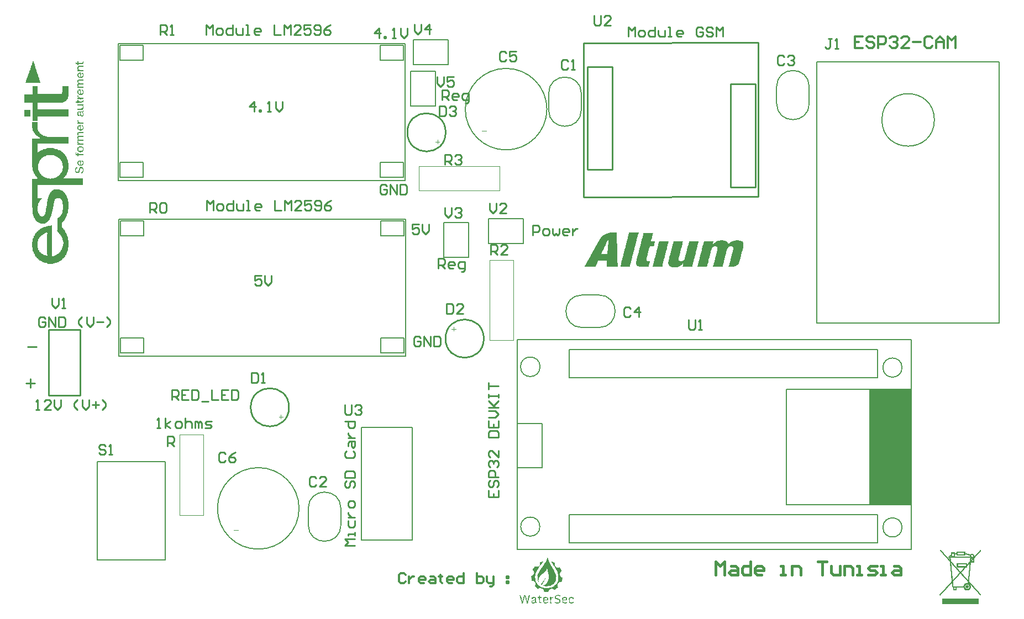
<source format=gto>
G04*
G04 #@! TF.GenerationSoftware,Altium Limited,Altium Designer,19.0.10 (269)*
G04*
G04 Layer_Color=65535*
%FSLAX25Y25*%
%MOIN*%
G70*
G01*
G75*
%ADD10C,0.01000*%
%ADD11C,0.00591*%
%ADD12C,0.00787*%
%ADD13C,0.00500*%
%ADD14C,0.00394*%
%ADD15C,0.01181*%
%ADD16C,0.01575*%
%ADD17C,0.01457*%
%ADD18R,0.25551X0.69646*%
G36*
X41015Y331044D02*
Y330839D01*
X41220D01*
Y330635D01*
X41015D01*
Y330430D01*
Y330226D01*
Y330021D01*
X40811D01*
Y329817D01*
X37948D01*
Y329612D01*
Y329408D01*
Y329203D01*
X37539D01*
Y329408D01*
Y329612D01*
Y329817D01*
X36517D01*
Y330021D01*
Y330226D01*
Y330430D01*
Y330635D01*
X36721D01*
Y330430D01*
X37335D01*
Y330635D01*
X37539D01*
Y330839D01*
Y331044D01*
Y331248D01*
X37948D01*
Y331044D01*
Y330839D01*
Y330635D01*
X38153D01*
Y330430D01*
X40402D01*
Y330635D01*
X40606D01*
Y330839D01*
Y331044D01*
Y331248D01*
X41015D01*
Y331044D01*
D02*
G37*
G36*
Y328385D02*
Y328181D01*
Y327976D01*
X38357D01*
Y327772D01*
X37948D01*
Y327567D01*
Y327363D01*
Y327158D01*
Y326954D01*
Y326749D01*
Y326545D01*
X38153D01*
Y326340D01*
X38562D01*
Y326136D01*
X41015D01*
Y325931D01*
Y325727D01*
Y325522D01*
X37539D01*
Y325727D01*
Y325931D01*
Y326136D01*
X37744D01*
Y326340D01*
Y326545D01*
X37539D01*
Y326749D01*
Y326954D01*
Y327158D01*
Y327363D01*
Y327567D01*
Y327772D01*
Y327976D01*
X37744D01*
Y328181D01*
Y328385D01*
X38153D01*
Y328590D01*
X41015D01*
Y328385D01*
D02*
G37*
G36*
X39380Y324500D02*
Y324295D01*
Y324091D01*
X39584D01*
Y323886D01*
X39380D01*
Y323682D01*
X39584D01*
Y323478D01*
X39380D01*
Y323273D01*
Y323069D01*
Y322864D01*
Y322660D01*
Y322455D01*
Y322251D01*
Y322046D01*
X39584D01*
Y321842D01*
X39788D01*
Y322046D01*
X40198D01*
Y322251D01*
X40606D01*
Y322455D01*
Y322660D01*
X40811D01*
Y322864D01*
Y323069D01*
Y323273D01*
Y323478D01*
X40606D01*
Y323682D01*
Y323886D01*
X40198D01*
Y324091D01*
Y324295D01*
Y324500D01*
X40606D01*
Y324295D01*
X40811D01*
Y324091D01*
X41015D01*
Y323886D01*
Y323682D01*
Y323478D01*
X41220D01*
Y323273D01*
Y323069D01*
Y322864D01*
Y322660D01*
X41015D01*
Y322455D01*
Y322251D01*
Y322046D01*
X40811D01*
Y321842D01*
X40606D01*
Y321637D01*
X40402D01*
Y321433D01*
X39788D01*
Y321228D01*
X38766D01*
Y321433D01*
X38357D01*
Y321637D01*
X37948D01*
Y321842D01*
X37744D01*
Y322046D01*
Y322251D01*
X37539D01*
Y322455D01*
Y322660D01*
Y322864D01*
Y323069D01*
Y323273D01*
Y323478D01*
Y323682D01*
Y323886D01*
X37744D01*
Y324091D01*
X37948D01*
Y324295D01*
X38153D01*
Y324500D01*
X38562D01*
Y324705D01*
X39380D01*
Y324500D01*
D02*
G37*
G36*
X10955Y331248D02*
Y331044D01*
Y330839D01*
Y330635D01*
X11160D01*
Y330430D01*
Y330226D01*
X11364D01*
Y330021D01*
Y329817D01*
Y329612D01*
X11569D01*
Y329408D01*
Y329203D01*
Y328999D01*
Y328794D01*
X11773D01*
Y328590D01*
Y328385D01*
X11977D01*
Y328181D01*
Y327976D01*
Y327772D01*
X12182D01*
Y327567D01*
Y327363D01*
Y327158D01*
Y326954D01*
X12387D01*
Y326749D01*
Y326545D01*
X12591D01*
Y326340D01*
Y326136D01*
Y325931D01*
X12796D01*
Y325727D01*
Y325522D01*
Y325318D01*
Y325114D01*
X13000D01*
Y324909D01*
Y324705D01*
Y324500D01*
X13205D01*
Y324295D01*
Y324091D01*
X13409D01*
Y323886D01*
Y323682D01*
Y323478D01*
X13613D01*
Y323273D01*
Y323069D01*
Y322864D01*
Y322660D01*
X13818D01*
Y322455D01*
Y322251D01*
Y322046D01*
X14022D01*
Y321842D01*
Y321637D01*
Y321433D01*
X14227D01*
Y321228D01*
Y321024D01*
X14432D01*
Y320819D01*
Y320615D01*
Y320410D01*
Y320206D01*
X14636D01*
Y320001D01*
Y319797D01*
Y319592D01*
X14840D01*
Y319388D01*
Y319183D01*
X15045D01*
Y318979D01*
Y318774D01*
Y318570D01*
Y318365D01*
X6047D01*
Y318570D01*
Y318774D01*
X6252D01*
Y318979D01*
Y319183D01*
X6456D01*
Y319388D01*
Y319592D01*
Y319797D01*
Y320001D01*
X6661D01*
Y320206D01*
Y320410D01*
Y320615D01*
X6865D01*
Y320819D01*
Y321024D01*
X7070D01*
Y321228D01*
Y321433D01*
Y321637D01*
X7274D01*
Y321842D01*
Y322046D01*
Y322251D01*
X7479D01*
Y322455D01*
Y322660D01*
X7683D01*
Y322864D01*
Y323069D01*
Y323273D01*
X7888D01*
Y323478D01*
Y323682D01*
Y323886D01*
X8092D01*
Y324091D01*
Y324295D01*
X8297D01*
Y324500D01*
Y324705D01*
Y324909D01*
Y325114D01*
X8501D01*
Y325318D01*
Y325522D01*
Y325727D01*
X8706D01*
Y325931D01*
Y326136D01*
X8910D01*
Y326340D01*
Y326545D01*
Y326749D01*
X9115D01*
Y326954D01*
Y327158D01*
Y327363D01*
X9319D01*
Y327567D01*
Y327772D01*
Y327976D01*
X9524D01*
Y328181D01*
Y328385D01*
Y328590D01*
X9728D01*
Y328794D01*
Y328999D01*
X9933D01*
Y329203D01*
Y329408D01*
Y329612D01*
Y329817D01*
X10137D01*
Y330021D01*
Y330226D01*
X10342D01*
Y330430D01*
Y330635D01*
X10546D01*
Y330839D01*
Y331044D01*
Y331248D01*
Y331453D01*
X10955D01*
Y331248D01*
D02*
G37*
G36*
X41015Y320206D02*
Y320001D01*
Y319797D01*
X38153D01*
Y319592D01*
X37948D01*
Y319388D01*
Y319183D01*
Y318979D01*
Y318774D01*
Y318570D01*
X38153D01*
Y318365D01*
X38562D01*
Y318161D01*
X41015D01*
Y317956D01*
Y317752D01*
Y317547D01*
X38153D01*
Y317343D01*
X37948D01*
Y317138D01*
Y316934D01*
Y316729D01*
Y316525D01*
Y316320D01*
X38153D01*
Y316116D01*
X38562D01*
Y315911D01*
X41015D01*
Y315707D01*
Y315502D01*
Y315298D01*
X37539D01*
Y315502D01*
Y315707D01*
Y315911D01*
X37744D01*
Y316116D01*
Y316320D01*
X37539D01*
Y316525D01*
Y316729D01*
Y316934D01*
Y317138D01*
Y317343D01*
Y317547D01*
Y317752D01*
X37744D01*
Y317956D01*
X37948D01*
Y318161D01*
Y318365D01*
X37744D01*
Y318570D01*
X37539D01*
Y318774D01*
Y318979D01*
Y319183D01*
Y319388D01*
Y319592D01*
Y319797D01*
Y320001D01*
X37744D01*
Y320206D01*
X37948D01*
Y320410D01*
X41015D01*
Y320206D01*
D02*
G37*
G36*
X32018Y316320D02*
Y316116D01*
Y315911D01*
Y315707D01*
Y315502D01*
Y315298D01*
Y315093D01*
Y314889D01*
Y314684D01*
Y314480D01*
Y314275D01*
Y314071D01*
Y313866D01*
Y313662D01*
Y313457D01*
Y313253D01*
Y313048D01*
Y312844D01*
Y312639D01*
Y312435D01*
Y312230D01*
Y312026D01*
Y311822D01*
Y311617D01*
Y311413D01*
Y311208D01*
Y311003D01*
Y310799D01*
Y310595D01*
Y310390D01*
Y310186D01*
X31813D01*
Y309981D01*
Y309776D01*
Y309572D01*
Y309367D01*
X31609D01*
Y309163D01*
Y308959D01*
Y308754D01*
X31404D01*
Y308550D01*
Y308345D01*
X31200D01*
Y308141D01*
X30995D01*
Y307936D01*
X30791D01*
Y307732D01*
X30586D01*
Y307527D01*
X30382D01*
Y307323D01*
X30177D01*
Y307118D01*
X29973D01*
Y306914D01*
X29359D01*
Y306709D01*
X28746D01*
Y306505D01*
X28133D01*
Y306300D01*
X13409D01*
Y306096D01*
Y305891D01*
Y305687D01*
Y305482D01*
Y305278D01*
Y305073D01*
Y304869D01*
Y304664D01*
Y304460D01*
Y304255D01*
Y304051D01*
Y303846D01*
Y303642D01*
Y303437D01*
Y303233D01*
Y303028D01*
Y302824D01*
Y302619D01*
Y302415D01*
X32018D01*
Y302210D01*
Y302006D01*
Y301801D01*
Y301597D01*
Y301392D01*
Y301188D01*
Y300983D01*
Y300779D01*
Y300574D01*
Y300370D01*
Y300165D01*
Y299961D01*
Y299756D01*
Y299552D01*
Y299347D01*
Y299143D01*
Y298938D01*
Y298734D01*
Y298529D01*
Y298325D01*
Y298120D01*
Y297916D01*
X13409D01*
Y297711D01*
Y297507D01*
Y297303D01*
Y297098D01*
Y296894D01*
Y296689D01*
Y296484D01*
Y296280D01*
Y296076D01*
Y295871D01*
Y295667D01*
Y295462D01*
Y295257D01*
X10342D01*
Y295462D01*
Y295667D01*
Y295871D01*
Y296076D01*
Y296280D01*
Y296484D01*
Y296689D01*
Y296894D01*
Y297098D01*
Y297303D01*
Y297507D01*
Y297711D01*
Y297916D01*
Y298120D01*
Y298325D01*
Y298529D01*
Y298734D01*
Y298938D01*
Y299143D01*
Y299347D01*
Y299552D01*
Y299756D01*
Y299961D01*
Y300165D01*
Y300370D01*
Y300574D01*
Y300779D01*
Y300983D01*
Y301188D01*
Y301392D01*
Y301597D01*
Y301801D01*
Y302006D01*
Y302210D01*
Y302415D01*
Y302619D01*
Y302824D01*
Y303028D01*
Y303233D01*
Y303437D01*
Y303642D01*
Y303846D01*
Y304051D01*
Y304255D01*
Y304460D01*
Y304664D01*
Y304869D01*
Y305073D01*
Y305278D01*
Y305482D01*
Y305687D01*
Y305891D01*
Y306096D01*
Y306300D01*
X5434D01*
Y306505D01*
Y306709D01*
Y306914D01*
Y307118D01*
Y307323D01*
Y307527D01*
Y307732D01*
Y307936D01*
Y308141D01*
Y308345D01*
Y308550D01*
Y308754D01*
Y308959D01*
Y309163D01*
Y309367D01*
Y309572D01*
Y309776D01*
Y309981D01*
Y310186D01*
Y310390D01*
Y310595D01*
Y310799D01*
Y311003D01*
Y311208D01*
Y311413D01*
X10342D01*
Y311617D01*
Y311822D01*
Y312026D01*
Y312230D01*
Y312435D01*
Y312639D01*
Y312844D01*
Y313048D01*
Y313253D01*
Y313457D01*
Y313662D01*
Y313866D01*
Y314071D01*
Y314275D01*
Y314480D01*
Y314684D01*
Y314889D01*
Y315093D01*
Y315298D01*
Y315502D01*
Y315707D01*
Y315911D01*
Y316116D01*
Y316320D01*
Y316525D01*
X13409D01*
Y316320D01*
Y316116D01*
Y315911D01*
Y315707D01*
Y315502D01*
Y315298D01*
Y315093D01*
Y314889D01*
Y314684D01*
Y314480D01*
Y314275D01*
Y314071D01*
Y313866D01*
Y313662D01*
Y313457D01*
Y313253D01*
Y313048D01*
Y312844D01*
Y312639D01*
Y312435D01*
Y312230D01*
Y312026D01*
Y311822D01*
Y311617D01*
X27724D01*
Y311822D01*
X27928D01*
Y312026D01*
X28133D01*
Y312230D01*
Y312435D01*
Y312639D01*
Y312844D01*
X28337D01*
Y313048D01*
Y313253D01*
Y313457D01*
Y313662D01*
Y313866D01*
Y314071D01*
Y314275D01*
Y314480D01*
Y314684D01*
Y314889D01*
Y315093D01*
Y315298D01*
Y315502D01*
Y315707D01*
Y315911D01*
Y316116D01*
Y316320D01*
Y316525D01*
X32018D01*
Y316320D01*
D02*
G37*
G36*
X39380Y314275D02*
Y314071D01*
Y313866D01*
Y313662D01*
Y313457D01*
Y313253D01*
Y313048D01*
Y312844D01*
Y312639D01*
Y312435D01*
Y312230D01*
Y312026D01*
X39584D01*
Y311822D01*
X40198D01*
Y312026D01*
X40606D01*
Y312230D01*
Y312435D01*
X40811D01*
Y312639D01*
Y312844D01*
Y313048D01*
X40606D01*
Y313253D01*
Y313457D01*
X40402D01*
Y313662D01*
X40198D01*
Y313866D01*
Y314071D01*
Y314275D01*
X40402D01*
Y314071D01*
X40811D01*
Y313866D01*
Y313662D01*
X41015D01*
Y313457D01*
Y313253D01*
X41220D01*
Y313048D01*
Y312844D01*
Y312639D01*
Y312435D01*
X41015D01*
Y312230D01*
Y312026D01*
Y311822D01*
X40811D01*
Y311617D01*
X40606D01*
Y311413D01*
X40402D01*
Y311208D01*
X39584D01*
Y311003D01*
X38766D01*
Y311208D01*
X38357D01*
Y311413D01*
X37948D01*
Y311617D01*
X37744D01*
Y311822D01*
Y312026D01*
X37539D01*
Y312230D01*
Y312435D01*
Y312639D01*
Y312844D01*
Y313048D01*
Y313253D01*
Y313457D01*
Y313662D01*
X37744D01*
Y313866D01*
X38153D01*
Y314071D01*
Y314275D01*
X38562D01*
Y314480D01*
X39380D01*
Y314275D01*
D02*
G37*
G36*
X37948Y310595D02*
Y310390D01*
Y310186D01*
X38153D01*
Y309981D01*
Y309776D01*
X38357D01*
Y309572D01*
X38562D01*
Y309367D01*
X41015D01*
Y309163D01*
Y308959D01*
Y308754D01*
X40402D01*
Y308550D01*
X40198D01*
Y308754D01*
X39788D01*
Y308550D01*
X38562D01*
Y308754D01*
X37948D01*
Y308550D01*
X37744D01*
Y308754D01*
X37539D01*
Y308959D01*
Y309163D01*
Y309367D01*
X37948D01*
Y309572D01*
Y309776D01*
X37744D01*
Y309981D01*
X37539D01*
Y310186D01*
Y310390D01*
Y310595D01*
Y310799D01*
X37948D01*
Y310595D01*
D02*
G37*
G36*
X41015Y307732D02*
Y307527D01*
Y307323D01*
Y307118D01*
Y306914D01*
Y306709D01*
X40198D01*
Y306505D01*
X37948D01*
Y306300D01*
Y306096D01*
Y305891D01*
X37539D01*
Y306096D01*
Y306300D01*
Y306505D01*
X36517D01*
Y306709D01*
Y306914D01*
Y307118D01*
X36926D01*
Y307323D01*
X37539D01*
Y307527D01*
Y307732D01*
Y307936D01*
X37948D01*
Y307732D01*
Y307527D01*
Y307323D01*
X38562D01*
Y307118D01*
X40198D01*
Y307323D01*
X40606D01*
Y307527D01*
Y307732D01*
Y307936D01*
X41015D01*
Y307732D01*
D02*
G37*
G36*
Y305278D02*
Y305073D01*
Y304869D01*
Y304664D01*
X40811D01*
Y304460D01*
Y304255D01*
X41015D01*
Y304051D01*
Y303846D01*
X41220D01*
Y303642D01*
Y303437D01*
Y303233D01*
Y303028D01*
X41015D01*
Y302824D01*
Y302619D01*
X40811D01*
Y302415D01*
X40606D01*
Y302210D01*
X37539D01*
Y302415D01*
Y302619D01*
Y302824D01*
X39788D01*
Y303028D01*
X40402D01*
Y303233D01*
X40606D01*
Y303437D01*
X40811D01*
Y303642D01*
Y303846D01*
Y304051D01*
X40606D01*
Y304255D01*
X40402D01*
Y304460D01*
Y304664D01*
X39788D01*
Y304460D01*
X39584D01*
Y304664D01*
X37539D01*
Y304869D01*
Y305073D01*
Y305278D01*
Y305482D01*
X37744D01*
Y305278D01*
X40811D01*
Y305482D01*
X41015D01*
Y305278D01*
D02*
G37*
G36*
X41220Y301392D02*
Y301188D01*
Y300983D01*
Y300779D01*
X41015D01*
Y300574D01*
X40811D01*
Y300370D01*
Y300165D01*
X41015D01*
Y299961D01*
Y299756D01*
X41220D01*
Y299552D01*
Y299347D01*
Y299143D01*
Y298938D01*
Y298734D01*
X41015D01*
Y298529D01*
X40811D01*
Y298325D01*
Y298120D01*
X39584D01*
Y298325D01*
X39380D01*
Y298529D01*
X39175D01*
Y298734D01*
Y298938D01*
Y299143D01*
Y299347D01*
Y299552D01*
Y299756D01*
Y299961D01*
Y300165D01*
X38971D01*
Y300370D01*
X38766D01*
Y300574D01*
X37948D01*
Y300370D01*
Y300165D01*
Y299961D01*
Y299756D01*
Y299552D01*
Y299347D01*
Y299143D01*
X38153D01*
Y298938D01*
X38562D01*
Y298734D01*
Y298529D01*
Y298325D01*
X37948D01*
Y298529D01*
X37744D01*
Y298734D01*
X37539D01*
Y298938D01*
Y299143D01*
Y299347D01*
Y299552D01*
Y299756D01*
Y299961D01*
Y300165D01*
Y300370D01*
Y300574D01*
X37744D01*
Y300779D01*
Y300983D01*
X38153D01*
Y301188D01*
X40606D01*
Y301392D01*
X40811D01*
Y301597D01*
X41220D01*
Y301392D01*
D02*
G37*
G36*
X9115Y301801D02*
Y301597D01*
Y301392D01*
Y301188D01*
Y300983D01*
Y300779D01*
Y300574D01*
Y300370D01*
Y300165D01*
Y299961D01*
Y299756D01*
Y299552D01*
Y299347D01*
Y299143D01*
Y298938D01*
Y298734D01*
Y298529D01*
Y298325D01*
Y298120D01*
Y297916D01*
X5434D01*
Y298120D01*
Y298325D01*
Y298529D01*
Y298734D01*
Y298938D01*
Y299143D01*
Y299347D01*
Y299552D01*
Y299756D01*
Y299961D01*
Y300165D01*
Y300370D01*
Y300574D01*
Y300779D01*
Y300983D01*
Y301188D01*
Y301392D01*
Y301597D01*
Y301801D01*
Y302006D01*
X9115D01*
Y301801D01*
D02*
G37*
G36*
X37948Y295462D02*
Y295257D01*
X38153D01*
Y295053D01*
Y294849D01*
X38357D01*
Y294644D01*
X38766D01*
Y294440D01*
X41015D01*
Y294235D01*
Y294031D01*
Y293826D01*
Y293622D01*
X37539D01*
Y293826D01*
Y294031D01*
Y294235D01*
Y294440D01*
X37744D01*
Y294644D01*
Y294849D01*
Y295053D01*
X37539D01*
Y295257D01*
Y295462D01*
Y295667D01*
X37948D01*
Y295462D01*
D02*
G37*
G36*
X39584Y292804D02*
X39380D01*
Y292599D01*
Y292395D01*
Y292190D01*
Y291986D01*
Y291781D01*
Y291577D01*
Y291372D01*
Y291168D01*
Y290963D01*
Y290759D01*
Y290554D01*
X39584D01*
Y290350D01*
X40198D01*
Y290554D01*
X40402D01*
Y290759D01*
X40606D01*
Y290963D01*
X40811D01*
Y291168D01*
Y291372D01*
Y291577D01*
X40606D01*
Y291781D01*
Y291986D01*
X40402D01*
Y292190D01*
X40198D01*
Y292395D01*
Y292599D01*
Y292804D01*
X40402D01*
Y292599D01*
X40606D01*
Y292395D01*
X40811D01*
Y292190D01*
X41015D01*
Y291986D01*
Y291781D01*
X41220D01*
Y291577D01*
Y291372D01*
Y291168D01*
Y290963D01*
Y290759D01*
X41015D01*
Y290554D01*
Y290350D01*
X40811D01*
Y290145D01*
X40606D01*
Y289941D01*
X40402D01*
Y289736D01*
X39584D01*
Y289532D01*
X38971D01*
Y289736D01*
X38766D01*
Y289532D01*
X38562D01*
Y289736D01*
X38357D01*
Y289941D01*
X37948D01*
Y290145D01*
X37744D01*
Y290350D01*
Y290554D01*
X37539D01*
Y290759D01*
Y290963D01*
Y291168D01*
Y291372D01*
Y291577D01*
Y291781D01*
Y291986D01*
X37744D01*
Y292190D01*
Y292395D01*
X37948D01*
Y292599D01*
X38357D01*
Y292804D01*
X38971D01*
Y293008D01*
X39584D01*
Y292804D01*
D02*
G37*
G36*
X39788Y288714D02*
X41015D01*
Y288509D01*
Y288305D01*
Y288100D01*
Y287896D01*
X38153D01*
Y287691D01*
X37948D01*
Y287487D01*
Y287282D01*
Y287078D01*
Y286873D01*
X38153D01*
Y286669D01*
Y286464D01*
X41015D01*
Y286260D01*
Y286055D01*
Y285851D01*
Y285646D01*
X38153D01*
Y285442D01*
X37948D01*
Y285237D01*
Y285033D01*
Y284828D01*
Y284624D01*
X38153D01*
Y284419D01*
Y284215D01*
X41015D01*
Y284010D01*
Y283806D01*
Y283601D01*
Y283397D01*
X37539D01*
Y283601D01*
Y283806D01*
Y284010D01*
Y284215D01*
X37744D01*
Y284419D01*
Y284624D01*
X37539D01*
Y284828D01*
Y285033D01*
Y285237D01*
Y285442D01*
Y285646D01*
Y285851D01*
Y286055D01*
X37744D01*
Y286260D01*
X37948D01*
Y286464D01*
Y286669D01*
X37744D01*
Y286873D01*
X37539D01*
Y287078D01*
Y287282D01*
Y287487D01*
Y287691D01*
Y287896D01*
Y288100D01*
Y288305D01*
X37744D01*
Y288509D01*
X37948D01*
Y288714D01*
X39584D01*
Y288918D01*
X39788D01*
Y288714D01*
D02*
G37*
G36*
X37948Y282784D02*
Y282579D01*
Y282375D01*
X38153D01*
Y282170D01*
Y281965D01*
X38562D01*
Y281761D01*
X38971D01*
Y281557D01*
X39584D01*
Y281761D01*
X39788D01*
Y281557D01*
X41015D01*
Y281352D01*
Y281148D01*
Y280943D01*
X37539D01*
Y281148D01*
Y281352D01*
Y281557D01*
X37948D01*
Y281761D01*
Y281965D01*
X37744D01*
Y282170D01*
X37539D01*
Y282375D01*
Y282579D01*
Y282784D01*
Y282988D01*
X37948D01*
Y282784D01*
D02*
G37*
G36*
X39993Y279921D02*
X40198D01*
Y279716D01*
X40811D01*
Y279512D01*
Y279307D01*
X41015D01*
Y279103D01*
Y278898D01*
X41220D01*
Y278694D01*
Y278489D01*
Y278285D01*
Y278080D01*
Y277876D01*
X41015D01*
Y277671D01*
Y277467D01*
Y277262D01*
X40811D01*
Y277058D01*
X40606D01*
Y276853D01*
X40402D01*
Y276649D01*
X39788D01*
Y276444D01*
X38766D01*
Y276649D01*
X38357D01*
Y276853D01*
X37948D01*
Y277058D01*
X37744D01*
Y277262D01*
Y277467D01*
X37539D01*
Y277671D01*
Y277876D01*
Y278080D01*
Y278285D01*
Y278489D01*
Y278694D01*
Y278898D01*
Y279103D01*
Y279307D01*
X37744D01*
Y279512D01*
X37948D01*
Y279716D01*
X38357D01*
Y279921D01*
X38562D01*
Y280125D01*
X39993D01*
Y279921D01*
D02*
G37*
G36*
X36721Y276035D02*
Y275831D01*
Y275626D01*
Y275422D01*
X37539D01*
Y275626D01*
Y275831D01*
Y276035D01*
X37948D01*
Y275831D01*
Y275626D01*
Y275422D01*
X41015D01*
Y275217D01*
Y275013D01*
Y274808D01*
X37948D01*
Y274604D01*
Y274399D01*
Y274195D01*
X37539D01*
Y274399D01*
Y274604D01*
Y274808D01*
X36312D01*
Y275013D01*
Y275217D01*
Y275422D01*
Y275626D01*
X36108D01*
Y275831D01*
X36312D01*
Y276035D01*
Y276240D01*
X36721D01*
Y276035D01*
D02*
G37*
G36*
X39584Y271536D02*
Y271332D01*
X39380D01*
Y271127D01*
X39584D01*
Y270923D01*
Y270718D01*
Y270514D01*
X39380D01*
Y270309D01*
Y270105D01*
Y269900D01*
Y269696D01*
Y269492D01*
Y269287D01*
Y269082D01*
X39584D01*
Y268878D01*
X39993D01*
Y269082D01*
X40198D01*
Y269287D01*
X40606D01*
Y269492D01*
Y269696D01*
X40811D01*
Y269900D01*
Y270105D01*
Y270309D01*
X40606D01*
Y270514D01*
Y270718D01*
X40198D01*
Y270923D01*
Y271127D01*
Y271332D01*
Y271536D01*
X40402D01*
Y271332D01*
X40606D01*
Y271127D01*
X40811D01*
Y270923D01*
X41015D01*
Y270718D01*
Y270514D01*
X41220D01*
Y270309D01*
Y270105D01*
Y269900D01*
Y269696D01*
Y269492D01*
X41015D01*
Y269287D01*
Y269082D01*
X40811D01*
Y268878D01*
X40606D01*
Y268673D01*
X40402D01*
Y268469D01*
X39584D01*
Y268265D01*
X38766D01*
Y268469D01*
X38357D01*
Y268673D01*
X37948D01*
Y268878D01*
X37744D01*
Y269082D01*
Y269287D01*
X37539D01*
Y269492D01*
Y269696D01*
Y269900D01*
Y270105D01*
Y270309D01*
Y270514D01*
Y270718D01*
X37744D01*
Y270923D01*
Y271127D01*
X38153D01*
Y271332D01*
X38357D01*
Y271536D01*
X38562D01*
Y271741D01*
X38766D01*
Y271536D01*
X39380D01*
Y271741D01*
X39584D01*
Y271536D01*
D02*
G37*
G36*
X40198Y267446D02*
X40606D01*
Y267242D01*
X40811D01*
Y267038D01*
Y266833D01*
X41015D01*
Y266629D01*
Y266424D01*
X41220D01*
Y266220D01*
Y266015D01*
Y265811D01*
Y265606D01*
Y265402D01*
Y265197D01*
Y264993D01*
X41015D01*
Y264788D01*
Y264584D01*
X40811D01*
Y264379D01*
Y264175D01*
X40606D01*
Y263970D01*
X40402D01*
Y263766D01*
X39788D01*
Y263561D01*
X39584D01*
Y263766D01*
Y263970D01*
Y264175D01*
Y264379D01*
X39993D01*
Y264584D01*
X40198D01*
Y264788D01*
X40402D01*
Y264993D01*
X40606D01*
Y265197D01*
Y265402D01*
Y265606D01*
X40811D01*
Y265811D01*
X40606D01*
Y266015D01*
Y266220D01*
Y266424D01*
X40402D01*
Y266629D01*
X40198D01*
Y266833D01*
X39380D01*
Y266629D01*
X39175D01*
Y266424D01*
X38971D01*
Y266220D01*
Y266015D01*
Y265811D01*
Y265606D01*
X38766D01*
Y265402D01*
Y265197D01*
X38562D01*
Y264993D01*
Y264788D01*
Y264584D01*
Y264379D01*
X38357D01*
Y264175D01*
X38153D01*
Y263970D01*
X36517D01*
Y264175D01*
X36312D01*
Y264379D01*
Y264584D01*
Y264788D01*
X36108D01*
Y264993D01*
Y265197D01*
Y265402D01*
Y265606D01*
Y265811D01*
Y266015D01*
Y266220D01*
Y266424D01*
Y266629D01*
X36312D01*
Y266833D01*
Y267038D01*
X36517D01*
Y267242D01*
X36926D01*
Y267446D01*
X37335D01*
Y267242D01*
Y267038D01*
Y266833D01*
Y266629D01*
X36721D01*
Y266424D01*
Y266220D01*
Y266015D01*
X36517D01*
Y265811D01*
Y265606D01*
Y265402D01*
Y265197D01*
X36721D01*
Y264993D01*
Y264788D01*
X36926D01*
Y264584D01*
X37744D01*
Y264788D01*
X37948D01*
Y264993D01*
Y265197D01*
X38153D01*
Y265402D01*
Y265606D01*
Y265811D01*
X38357D01*
Y266015D01*
Y266220D01*
Y266424D01*
Y266629D01*
X38562D01*
Y266833D01*
Y267038D01*
Y267242D01*
X38766D01*
Y267446D01*
X39175D01*
Y267651D01*
X40198D01*
Y267446D01*
D02*
G37*
G36*
X436404Y223177D02*
X437144D01*
Y223029D01*
X437736D01*
Y222881D01*
X437883D01*
Y222733D01*
X438179D01*
Y222585D01*
X438623D01*
Y222437D01*
Y222289D01*
Y222142D01*
X438919D01*
Y221994D01*
X439067D01*
Y221846D01*
Y221698D01*
Y221550D01*
Y221402D01*
Y221254D01*
X439215D01*
Y221106D01*
Y220958D01*
Y220810D01*
Y220662D01*
Y220514D01*
Y220367D01*
Y220219D01*
Y220071D01*
Y219923D01*
X439067D01*
Y219775D01*
Y219627D01*
Y219479D01*
Y219331D01*
Y219183D01*
Y219035D01*
Y218887D01*
Y218740D01*
X438919D01*
Y218592D01*
Y218444D01*
X438771D01*
Y218296D01*
Y218148D01*
Y218000D01*
X438623D01*
Y217852D01*
Y217704D01*
Y217556D01*
Y217408D01*
Y217260D01*
Y217112D01*
X438475D01*
Y216965D01*
Y216817D01*
Y216669D01*
X438327D01*
Y216521D01*
Y216373D01*
Y216225D01*
X438179D01*
Y216077D01*
Y215929D01*
Y215781D01*
Y215633D01*
Y215486D01*
Y215338D01*
X438031D01*
Y215190D01*
Y215042D01*
X437883D01*
Y214894D01*
Y214746D01*
Y214598D01*
X437736D01*
Y214450D01*
Y214302D01*
Y214154D01*
Y214006D01*
Y213859D01*
Y213711D01*
X437588D01*
Y213563D01*
Y213415D01*
Y213267D01*
X437440D01*
Y213119D01*
Y212971D01*
Y212823D01*
X437292D01*
Y212675D01*
Y212527D01*
Y212379D01*
Y212231D01*
Y212084D01*
Y211936D01*
X437144D01*
Y211788D01*
Y211640D01*
Y211492D01*
X436996D01*
Y211344D01*
Y211196D01*
Y211048D01*
X436848D01*
Y210900D01*
Y210752D01*
Y210604D01*
X436700D01*
Y210456D01*
X436848D01*
Y210309D01*
Y210161D01*
X436700D01*
Y210013D01*
X436552D01*
Y209865D01*
Y209717D01*
Y209569D01*
X436404D01*
Y209421D01*
Y209273D01*
X436256D01*
Y209125D01*
X436108D01*
Y208977D01*
X435961D01*
Y208829D01*
X435813D01*
Y208682D01*
X435665D01*
Y208534D01*
X435517D01*
Y208386D01*
X435369D01*
Y208238D01*
X435073D01*
Y208090D01*
X434925D01*
Y207942D01*
X434629D01*
Y207794D01*
X434334D01*
Y207646D01*
X433742D01*
Y207498D01*
X430192D01*
Y207646D01*
X430340D01*
Y207794D01*
Y207942D01*
Y208090D01*
X430488D01*
Y208238D01*
Y208386D01*
Y208534D01*
X430636D01*
Y208682D01*
Y208829D01*
Y208977D01*
X430784D01*
Y209125D01*
Y209273D01*
X430636D01*
Y209421D01*
X430784D01*
Y209569D01*
Y209717D01*
Y209865D01*
X430932D01*
Y210013D01*
Y210161D01*
Y210309D01*
X431079D01*
Y210456D01*
Y210604D01*
Y210752D01*
X431227D01*
Y210900D01*
Y211048D01*
X431079D01*
Y211196D01*
X431227D01*
Y211344D01*
Y211492D01*
X431375D01*
Y211640D01*
Y211788D01*
Y211936D01*
X431523D01*
Y212084D01*
Y212231D01*
Y212379D01*
X431671D01*
Y212527D01*
Y212675D01*
X431523D01*
Y212823D01*
X431671D01*
Y212971D01*
Y213119D01*
Y213267D01*
X431819D01*
Y213415D01*
Y213563D01*
Y213711D01*
X431967D01*
Y213859D01*
Y214006D01*
Y214154D01*
X432115D01*
Y214302D01*
Y214450D01*
X431967D01*
Y214598D01*
X432115D01*
Y214746D01*
Y214894D01*
Y215042D01*
X432263D01*
Y215190D01*
Y215338D01*
Y215486D01*
X432411D01*
Y215633D01*
Y215781D01*
Y215929D01*
X432559D01*
Y216077D01*
Y216225D01*
Y216373D01*
Y216521D01*
Y216669D01*
X432706D01*
Y216817D01*
Y216965D01*
Y217112D01*
X432854D01*
Y217260D01*
Y217408D01*
Y217556D01*
X433002D01*
Y217704D01*
Y217852D01*
Y218000D01*
Y218148D01*
Y218296D01*
Y218444D01*
Y218592D01*
Y218740D01*
Y218887D01*
Y219035D01*
X432854D01*
Y219183D01*
X432706D01*
Y219331D01*
X432559D01*
Y219479D01*
X432263D01*
Y219627D01*
X430784D01*
Y219479D01*
X430488D01*
Y219331D01*
X430192D01*
Y219183D01*
X430044D01*
Y219035D01*
X429896D01*
Y218887D01*
X429748D01*
Y218740D01*
X429600D01*
Y218592D01*
Y218444D01*
X429453D01*
Y218296D01*
X429305D01*
Y218148D01*
Y218000D01*
Y217852D01*
X429157D01*
Y217704D01*
Y217556D01*
Y217408D01*
Y217260D01*
Y217112D01*
X429009D01*
Y216965D01*
Y216817D01*
Y216669D01*
X428861D01*
Y216521D01*
Y216373D01*
Y216225D01*
X428713D01*
Y216077D01*
Y215929D01*
Y215781D01*
Y215633D01*
Y215486D01*
Y215338D01*
X428565D01*
Y215190D01*
Y215042D01*
Y214894D01*
X428417D01*
Y214746D01*
Y214598D01*
X428269D01*
Y214450D01*
Y214302D01*
Y214154D01*
Y214006D01*
X428121D01*
Y213859D01*
X428269D01*
Y213711D01*
X428121D01*
Y213563D01*
Y213415D01*
Y213267D01*
X427973D01*
Y213119D01*
Y212971D01*
Y212823D01*
X427825D01*
Y212675D01*
Y212527D01*
Y212379D01*
Y212231D01*
X427677D01*
Y212084D01*
X427825D01*
Y211936D01*
X427677D01*
Y211788D01*
Y211640D01*
Y211492D01*
X427530D01*
Y211344D01*
Y211196D01*
Y211048D01*
X427382D01*
Y210900D01*
Y210752D01*
Y210604D01*
X427234D01*
Y210456D01*
Y210309D01*
X427382D01*
Y210161D01*
X427234D01*
Y210013D01*
Y209865D01*
Y209717D01*
X427086D01*
Y209569D01*
Y209421D01*
Y209273D01*
X426938D01*
Y209125D01*
Y208977D01*
Y208829D01*
X426790D01*
Y208682D01*
Y208534D01*
X426938D01*
Y208386D01*
X426790D01*
Y208238D01*
Y208090D01*
Y207942D01*
X426642D01*
Y207794D01*
Y207646D01*
Y207498D01*
X420874D01*
Y207350D01*
X420726D01*
Y207498D01*
Y207646D01*
X420874D01*
Y207794D01*
Y207942D01*
X421022D01*
Y208090D01*
Y208238D01*
Y208386D01*
X421169D01*
Y208534D01*
Y208682D01*
Y208829D01*
X421317D01*
Y208977D01*
Y209125D01*
X421169D01*
Y209273D01*
X421317D01*
Y209421D01*
Y209569D01*
Y209717D01*
X421465D01*
Y209865D01*
Y210013D01*
Y210161D01*
X421613D01*
Y210309D01*
Y210456D01*
Y210604D01*
X421761D01*
Y210752D01*
Y210900D01*
X421613D01*
Y211048D01*
X421761D01*
Y211196D01*
Y211344D01*
X421909D01*
Y211492D01*
Y211640D01*
Y211788D01*
X422057D01*
Y211936D01*
Y212084D01*
Y212231D01*
X422205D01*
Y212379D01*
Y212527D01*
X422057D01*
Y212675D01*
X422205D01*
Y212823D01*
Y212971D01*
Y213119D01*
X422353D01*
Y213267D01*
Y213415D01*
Y213563D01*
X422501D01*
Y213711D01*
Y213859D01*
Y214006D01*
X422648D01*
Y214154D01*
Y214302D01*
X422501D01*
Y214450D01*
X422648D01*
Y214598D01*
Y214746D01*
Y214894D01*
X422796D01*
Y215042D01*
Y215190D01*
Y215338D01*
X422944D01*
Y215486D01*
Y215633D01*
Y215781D01*
X423092D01*
Y215929D01*
Y216077D01*
Y216225D01*
Y216373D01*
Y216521D01*
Y216669D01*
X423240D01*
Y216817D01*
Y216965D01*
Y217112D01*
X423388D01*
Y217260D01*
Y217408D01*
Y217556D01*
X423536D01*
Y217704D01*
Y217852D01*
Y218000D01*
Y218148D01*
X423388D01*
Y218296D01*
X423536D01*
Y218444D01*
Y218592D01*
Y218740D01*
Y218887D01*
Y219035D01*
Y219183D01*
X423240D01*
Y219331D01*
X423092D01*
Y219479D01*
X422796D01*
Y219627D01*
X421465D01*
Y219479D01*
X421169D01*
Y219331D01*
X420874D01*
Y219183D01*
X420578D01*
Y219035D01*
X420430D01*
Y218887D01*
X420282D01*
Y218740D01*
Y218592D01*
X420134D01*
Y218444D01*
Y218296D01*
X419986D01*
Y218148D01*
Y218000D01*
Y217852D01*
X419838D01*
Y217704D01*
Y217556D01*
X419690D01*
Y217408D01*
Y217260D01*
Y217112D01*
X419542D01*
Y216965D01*
Y216817D01*
X419690D01*
Y216669D01*
X419542D01*
Y216521D01*
Y216373D01*
Y216225D01*
X419394D01*
Y216077D01*
Y215929D01*
Y215781D01*
X419247D01*
Y215633D01*
Y215486D01*
X419099D01*
Y215338D01*
Y215190D01*
X419247D01*
Y215042D01*
X419099D01*
Y214894D01*
Y214746D01*
Y214598D01*
X418951D01*
Y214450D01*
Y214302D01*
Y214154D01*
X418803D01*
Y214006D01*
Y213859D01*
Y213711D01*
X418655D01*
Y213563D01*
Y213415D01*
X418803D01*
Y213267D01*
X418655D01*
Y213119D01*
Y212971D01*
Y212823D01*
X418507D01*
Y212675D01*
Y212527D01*
Y212379D01*
X418359D01*
Y212231D01*
Y212084D01*
Y211936D01*
X418211D01*
Y211788D01*
Y211640D01*
Y211492D01*
Y211344D01*
Y211196D01*
Y211048D01*
X418063D01*
Y210900D01*
Y210752D01*
Y210604D01*
X417915D01*
Y210456D01*
Y210309D01*
Y210161D01*
X417767D01*
Y210013D01*
X417915D01*
Y209865D01*
X417767D01*
Y209717D01*
Y209569D01*
Y209421D01*
X417620D01*
Y209273D01*
Y209125D01*
Y208977D01*
X417472D01*
Y208829D01*
Y208682D01*
Y208534D01*
X417324D01*
Y208386D01*
Y208238D01*
X417472D01*
Y208090D01*
X417324D01*
Y207942D01*
Y207794D01*
Y207646D01*
X417176D01*
Y207498D01*
X411407D01*
Y207646D01*
Y207794D01*
X411555D01*
Y207942D01*
Y208090D01*
X411703D01*
Y208238D01*
Y208386D01*
Y208534D01*
Y208682D01*
Y208829D01*
Y208977D01*
X411851D01*
Y209125D01*
Y209273D01*
Y209421D01*
X411999D01*
Y209569D01*
Y209717D01*
Y209865D01*
X412147D01*
Y210013D01*
Y210161D01*
Y210309D01*
Y210456D01*
Y210604D01*
Y210752D01*
X412295D01*
Y210900D01*
Y211048D01*
Y211196D01*
X412443D01*
Y211344D01*
Y211492D01*
Y211640D01*
X412591D01*
Y211788D01*
Y211936D01*
Y212084D01*
Y212231D01*
X412738D01*
Y212379D01*
X412591D01*
Y212527D01*
X412738D01*
Y212675D01*
Y212823D01*
Y212971D01*
X412886D01*
Y213119D01*
Y213267D01*
Y213415D01*
X413034D01*
Y213563D01*
Y213711D01*
Y213859D01*
X413182D01*
Y214006D01*
Y214154D01*
X413034D01*
Y214302D01*
X413182D01*
Y214450D01*
Y214598D01*
Y214746D01*
X413330D01*
Y214894D01*
Y215042D01*
Y215190D01*
X413478D01*
Y215338D01*
Y215486D01*
Y215633D01*
X413626D01*
Y215781D01*
Y215929D01*
X413478D01*
Y216077D01*
X413626D01*
Y216225D01*
Y216373D01*
Y216521D01*
X413774D01*
Y216669D01*
Y216817D01*
X413922D01*
Y216965D01*
Y217112D01*
Y217260D01*
X414070D01*
Y217408D01*
Y217556D01*
X413922D01*
Y217704D01*
X414070D01*
Y217852D01*
Y218000D01*
Y218148D01*
X414218D01*
Y218296D01*
Y218444D01*
Y218592D01*
X414365D01*
Y218740D01*
Y218887D01*
Y219035D01*
X414513D01*
Y219183D01*
Y219331D01*
X414365D01*
Y219479D01*
X414513D01*
Y219627D01*
Y219775D01*
Y219923D01*
X414661D01*
Y220071D01*
Y220219D01*
Y220367D01*
X414809D01*
Y220514D01*
Y220662D01*
Y220810D01*
X414957D01*
Y220958D01*
Y221106D01*
Y221254D01*
Y221402D01*
Y221550D01*
Y221698D01*
X415105D01*
Y221846D01*
Y221994D01*
Y222142D01*
X415253D01*
Y222289D01*
Y222437D01*
Y222585D01*
X415401D01*
Y222733D01*
X415253D01*
Y222881D01*
X421169D01*
Y222733D01*
X421022D01*
Y222585D01*
Y222437D01*
Y222289D01*
Y222142D01*
Y221994D01*
X420874D01*
Y221846D01*
Y221698D01*
Y221550D01*
Y221402D01*
X420726D01*
Y221254D01*
Y221106D01*
Y220958D01*
X421022D01*
Y221106D01*
X421169D01*
Y221254D01*
X421317D01*
Y221402D01*
Y221550D01*
X421465D01*
Y221698D01*
X421761D01*
Y221846D01*
X421909D01*
Y221994D01*
X422057D01*
Y222142D01*
X422353D01*
Y222289D01*
Y222437D01*
X422648D01*
Y222585D01*
X422944D01*
Y222733D01*
X423388D01*
Y222881D01*
X423536D01*
Y223029D01*
X424424D01*
Y223177D01*
X425163D01*
Y223325D01*
X427086D01*
Y223177D01*
X427677D01*
Y223029D01*
X428269D01*
Y222881D01*
X428565D01*
Y222733D01*
X428861D01*
Y222585D01*
X429157D01*
Y222437D01*
X429305D01*
Y222289D01*
Y222142D01*
X429453D01*
Y221994D01*
X429600D01*
Y221846D01*
Y221698D01*
Y221550D01*
X429748D01*
Y221402D01*
Y221254D01*
X429896D01*
Y221106D01*
Y220958D01*
Y220810D01*
X430044D01*
Y220958D01*
X430192D01*
Y221106D01*
Y221254D01*
X430488D01*
Y221402D01*
X430636D01*
Y221550D01*
Y221698D01*
X430932D01*
Y221846D01*
X431079D01*
Y221994D01*
X431227D01*
Y222142D01*
X431523D01*
Y222289D01*
X431671D01*
Y222437D01*
X431967D01*
Y222585D01*
X432263D01*
Y222733D01*
X432559D01*
Y222881D01*
X433002D01*
Y223029D01*
X433742D01*
Y223177D01*
X434481D01*
Y223325D01*
X436404D01*
Y223177D01*
D02*
G37*
G36*
X13409Y294440D02*
Y294235D01*
Y294031D01*
Y293826D01*
Y293622D01*
Y293417D01*
Y293213D01*
Y293008D01*
Y292804D01*
Y292599D01*
Y292395D01*
Y292190D01*
Y291986D01*
Y291781D01*
Y291577D01*
Y291372D01*
Y291168D01*
Y290963D01*
Y290759D01*
Y290554D01*
Y290350D01*
Y290145D01*
X13613D01*
Y289941D01*
Y289736D01*
X13818D01*
Y289532D01*
Y289327D01*
Y289123D01*
X14022D01*
Y288918D01*
X14227D01*
Y288714D01*
Y288509D01*
X14432D01*
Y288305D01*
X14636D01*
Y288100D01*
Y287896D01*
X14840D01*
Y287691D01*
X15249D01*
Y287487D01*
X15454D01*
Y287282D01*
X15658D01*
Y287078D01*
X16272D01*
Y286873D01*
Y286669D01*
X16681D01*
Y286464D01*
X17499D01*
Y286260D01*
X18112D01*
Y286055D01*
X19135D01*
Y285851D01*
X32222D01*
Y285646D01*
Y285442D01*
Y285237D01*
Y285033D01*
Y284828D01*
Y284624D01*
Y284419D01*
Y284215D01*
Y284010D01*
Y283806D01*
Y283601D01*
Y283397D01*
Y283192D01*
Y282988D01*
Y282784D01*
Y282579D01*
Y282375D01*
Y282170D01*
Y281965D01*
Y281761D01*
X13409D01*
Y281557D01*
Y281352D01*
Y281148D01*
Y280943D01*
Y280739D01*
Y280534D01*
Y280330D01*
Y280125D01*
Y279921D01*
Y279716D01*
Y279512D01*
Y279307D01*
Y279103D01*
Y278898D01*
Y278694D01*
Y278489D01*
Y278285D01*
Y278080D01*
Y277876D01*
Y277671D01*
Y277467D01*
Y277262D01*
Y277058D01*
Y276853D01*
Y276649D01*
Y276444D01*
X13818D01*
Y276649D01*
X14022D01*
Y276853D01*
X14432D01*
Y277058D01*
X14840D01*
Y277262D01*
X15249D01*
Y277467D01*
Y277671D01*
X15658D01*
Y277876D01*
X16476D01*
Y278080D01*
X16681D01*
Y278285D01*
X17090D01*
Y278489D01*
X18317D01*
Y278694D01*
X18930D01*
Y278898D01*
X23020D01*
Y278694D01*
X23838D01*
Y278489D01*
X25065D01*
Y278285D01*
X25474D01*
Y278080D01*
X25883D01*
Y277876D01*
X26496D01*
Y277671D01*
X26906D01*
Y277467D01*
X27314D01*
Y277262D01*
X27724D01*
Y277058D01*
Y276853D01*
X28133D01*
Y276649D01*
X28337D01*
Y276444D01*
X28541D01*
Y276240D01*
X28746D01*
Y276035D01*
X28950D01*
Y275831D01*
X29155D01*
Y275626D01*
X29359D01*
Y275422D01*
X29564D01*
Y275217D01*
X29768D01*
Y275013D01*
X29973D01*
Y274808D01*
X30177D01*
Y274604D01*
Y274399D01*
X30382D01*
Y274195D01*
Y273990D01*
X30586D01*
Y273786D01*
Y273581D01*
X30791D01*
Y273377D01*
X30995D01*
Y273172D01*
Y272968D01*
Y272763D01*
X31200D01*
Y272559D01*
Y272354D01*
X31404D01*
Y272150D01*
Y271945D01*
Y271741D01*
X31609D01*
Y271536D01*
Y271332D01*
Y271127D01*
Y270923D01*
X31813D01*
Y270718D01*
Y270514D01*
Y270309D01*
Y270105D01*
X32018D01*
Y269900D01*
Y269696D01*
Y269492D01*
Y269287D01*
Y269082D01*
Y268878D01*
Y268673D01*
X32222D01*
Y268469D01*
Y268265D01*
X32018D01*
Y268060D01*
Y267856D01*
Y267651D01*
Y267446D01*
Y267242D01*
Y267038D01*
Y266833D01*
Y266629D01*
Y266424D01*
Y266220D01*
X31813D01*
Y266015D01*
Y265811D01*
Y265606D01*
Y265402D01*
X31609D01*
Y265197D01*
Y264993D01*
Y264788D01*
Y264584D01*
X31404D01*
Y264379D01*
Y264175D01*
X31200D01*
Y263970D01*
Y263766D01*
X30995D01*
Y263561D01*
Y263357D01*
Y263152D01*
X30791D01*
Y262948D01*
X30586D01*
Y262743D01*
Y262539D01*
X30382D01*
Y262334D01*
X30177D01*
Y262130D01*
Y261925D01*
X29973D01*
Y261721D01*
X29768D01*
Y261516D01*
X29564D01*
Y261312D01*
X29359D01*
Y261107D01*
X29155D01*
Y260903D01*
Y260698D01*
X40811D01*
Y260494D01*
Y260289D01*
Y260085D01*
Y259880D01*
Y259676D01*
Y259471D01*
Y259267D01*
Y259062D01*
Y258858D01*
Y258653D01*
Y258449D01*
Y258244D01*
Y258040D01*
Y257835D01*
Y257631D01*
Y257426D01*
Y257222D01*
Y257017D01*
Y256813D01*
Y256608D01*
X13409D01*
Y256404D01*
Y256199D01*
Y255995D01*
Y255790D01*
Y255586D01*
Y255381D01*
Y255177D01*
Y254973D01*
Y254768D01*
Y254563D01*
Y254359D01*
Y254154D01*
Y253950D01*
Y253746D01*
Y253541D01*
Y253337D01*
Y253132D01*
Y252928D01*
Y252723D01*
Y252519D01*
Y252314D01*
Y252110D01*
Y251905D01*
Y251701D01*
Y251496D01*
Y251292D01*
Y251087D01*
Y250883D01*
Y250678D01*
Y250474D01*
Y250269D01*
Y250065D01*
Y249860D01*
Y249656D01*
Y249451D01*
Y249247D01*
Y249042D01*
Y248838D01*
X16272D01*
Y248633D01*
X16067D01*
Y248429D01*
X15863D01*
Y248224D01*
X15658D01*
Y248020D01*
X15454D01*
Y247815D01*
X15249D01*
Y247611D01*
X15045D01*
Y247406D01*
X14840D01*
Y247202D01*
X14636D01*
Y246997D01*
Y246793D01*
X14432D01*
Y246588D01*
Y246384D01*
X14227D01*
Y246179D01*
Y245975D01*
X14022D01*
Y245770D01*
Y245566D01*
X13818D01*
Y245361D01*
Y245157D01*
Y244952D01*
X13613D01*
Y244748D01*
Y244543D01*
Y244339D01*
Y244134D01*
X13409D01*
Y243930D01*
Y243725D01*
Y243521D01*
Y243316D01*
Y243112D01*
Y242907D01*
Y242703D01*
Y242498D01*
Y242294D01*
Y242089D01*
Y241885D01*
Y241681D01*
Y241476D01*
Y241271D01*
Y241067D01*
Y240862D01*
X13613D01*
Y240658D01*
Y240454D01*
Y240249D01*
X13818D01*
Y240044D01*
Y239840D01*
Y239635D01*
X14022D01*
Y239431D01*
Y239227D01*
X14227D01*
Y239022D01*
X14432D01*
Y238818D01*
Y238613D01*
X14636D01*
Y238409D01*
X14840D01*
Y238204D01*
X15045D01*
Y238000D01*
X15249D01*
Y237795D01*
X16885D01*
Y238000D01*
X17090D01*
Y238204D01*
X17294D01*
Y238409D01*
X17499D01*
Y238613D01*
Y238818D01*
X17703D01*
Y239022D01*
X17908D01*
Y239227D01*
Y239431D01*
X18112D01*
Y239635D01*
Y239840D01*
Y240044D01*
Y240249D01*
X18317D01*
Y240454D01*
Y240658D01*
Y240862D01*
X18521D01*
Y241067D01*
Y241271D01*
Y241476D01*
Y241681D01*
Y241885D01*
Y242089D01*
Y242294D01*
Y242498D01*
Y242703D01*
X18726D01*
Y242907D01*
Y243112D01*
Y243316D01*
Y243521D01*
Y243725D01*
Y243930D01*
X18930D01*
Y244134D01*
Y244339D01*
Y244543D01*
Y244748D01*
Y244952D01*
X19135D01*
Y245157D01*
Y245361D01*
Y245566D01*
Y245770D01*
Y245975D01*
Y246179D01*
Y246384D01*
Y246588D01*
Y246793D01*
X19339D01*
Y246997D01*
Y247202D01*
Y247406D01*
Y247611D01*
Y247815D01*
X19544D01*
Y248020D01*
Y248224D01*
Y248429D01*
X19748D01*
Y248633D01*
Y248838D01*
Y249042D01*
Y249247D01*
Y249451D01*
X19953D01*
Y249656D01*
Y249860D01*
X20157D01*
Y250065D01*
Y250269D01*
Y250474D01*
X20362D01*
Y250678D01*
Y250883D01*
Y251087D01*
X20566D01*
Y251292D01*
Y251496D01*
X20771D01*
Y251701D01*
X20975D01*
Y251905D01*
Y252110D01*
X21180D01*
Y252314D01*
X21384D01*
Y252519D01*
X21589D01*
Y252723D01*
X21793D01*
Y252928D01*
X21998D01*
Y253132D01*
X22202D01*
Y253337D01*
X22611D01*
Y253541D01*
X22816D01*
Y253746D01*
X23020D01*
Y253950D01*
X24043D01*
Y254154D01*
X25883D01*
Y253950D01*
X26701D01*
Y253746D01*
X26906D01*
Y253950D01*
X27110D01*
Y253746D01*
X27519D01*
Y253541D01*
X27724D01*
Y253337D01*
X28337D01*
Y253132D01*
X28541D01*
Y252928D01*
X28746D01*
Y252723D01*
X28950D01*
Y252519D01*
X29359D01*
Y252314D01*
Y252110D01*
X29564D01*
Y251905D01*
X29768D01*
Y251701D01*
X29973D01*
Y251496D01*
Y251292D01*
X30177D01*
Y251087D01*
X30382D01*
Y250883D01*
X30586D01*
Y250678D01*
Y250474D01*
X30791D01*
Y250269D01*
Y250065D01*
X30995D01*
Y249860D01*
Y249656D01*
Y249451D01*
X31200D01*
Y249247D01*
Y249042D01*
X31404D01*
Y248838D01*
Y248633D01*
Y248429D01*
X31609D01*
Y248224D01*
Y248020D01*
Y247815D01*
Y247611D01*
Y247406D01*
X31813D01*
Y247202D01*
Y246997D01*
Y246793D01*
Y246588D01*
X32018D01*
Y246384D01*
Y246179D01*
Y245975D01*
Y245770D01*
Y245566D01*
Y245361D01*
Y245157D01*
Y244952D01*
Y244748D01*
Y244543D01*
Y244339D01*
Y244134D01*
Y243930D01*
Y243725D01*
Y243521D01*
Y243316D01*
Y243112D01*
Y242907D01*
Y242703D01*
Y242498D01*
Y242294D01*
Y242089D01*
X31813D01*
Y241885D01*
Y241681D01*
Y241476D01*
Y241271D01*
Y241067D01*
Y240862D01*
X31609D01*
Y240658D01*
Y240454D01*
Y240249D01*
Y240044D01*
Y239840D01*
X31404D01*
Y239635D01*
Y239431D01*
Y239227D01*
X31200D01*
Y239022D01*
Y238818D01*
X30995D01*
Y238613D01*
Y238409D01*
Y238204D01*
Y238000D01*
X30791D01*
Y237795D01*
X30586D01*
Y237591D01*
Y237386D01*
X30382D01*
Y237182D01*
Y236977D01*
Y236773D01*
X30177D01*
Y236568D01*
X29973D01*
Y236364D01*
Y236159D01*
X29768D01*
Y235955D01*
Y235750D01*
X29564D01*
Y235546D01*
X29359D01*
Y235341D01*
Y235137D01*
X28950D01*
Y234932D01*
Y234728D01*
X28746D01*
Y234523D01*
X28541D01*
Y234319D01*
X28337D01*
Y234114D01*
X28133D01*
Y233910D01*
Y233705D01*
Y233501D01*
Y233296D01*
Y233092D01*
Y232887D01*
Y232683D01*
Y232478D01*
Y232274D01*
Y232069D01*
Y231865D01*
Y231660D01*
Y231456D01*
Y231251D01*
Y231047D01*
X28337D01*
Y230842D01*
X28541D01*
Y230638D01*
X28746D01*
Y230433D01*
X28950D01*
Y230229D01*
Y230024D01*
X29155D01*
Y229820D01*
X29359D01*
Y229615D01*
X29564D01*
Y229411D01*
X29768D01*
Y229206D01*
Y229002D01*
X29973D01*
Y228797D01*
Y228593D01*
X30177D01*
Y228388D01*
Y228184D01*
X30382D01*
Y227979D01*
Y227775D01*
X30586D01*
Y227571D01*
X30791D01*
Y227366D01*
Y227162D01*
X30995D01*
Y226957D01*
Y226752D01*
Y226548D01*
Y226343D01*
X31200D01*
Y226139D01*
X31404D01*
Y225935D01*
Y225730D01*
Y225525D01*
X31609D01*
Y225321D01*
Y225117D01*
Y224912D01*
Y224708D01*
Y224503D01*
X31813D01*
Y224299D01*
Y224094D01*
Y223890D01*
Y223685D01*
Y223481D01*
X32018D01*
Y223276D01*
Y223072D01*
Y222867D01*
Y222663D01*
Y222458D01*
Y222254D01*
Y222049D01*
Y221845D01*
Y221640D01*
Y221436D01*
Y221231D01*
Y221027D01*
Y220822D01*
Y220618D01*
X32222D01*
Y220413D01*
X32018D01*
Y220209D01*
Y220004D01*
Y219800D01*
Y219595D01*
Y219391D01*
Y219186D01*
Y218982D01*
X31813D01*
Y218777D01*
Y218573D01*
Y218368D01*
Y218164D01*
X31609D01*
Y217959D01*
Y217755D01*
Y217550D01*
Y217346D01*
Y217141D01*
Y216937D01*
X31404D01*
Y216732D01*
Y216528D01*
X31200D01*
Y216323D01*
Y216119D01*
Y215914D01*
X30995D01*
Y215710D01*
Y215505D01*
Y215301D01*
X30791D01*
Y215096D01*
Y214892D01*
X30586D01*
Y214687D01*
Y214483D01*
X30382D01*
Y214278D01*
X30177D01*
Y214074D01*
Y213870D01*
X29973D01*
Y213665D01*
Y213460D01*
X29768D01*
Y213256D01*
X29564D01*
Y213052D01*
X29359D01*
Y212847D01*
X29155D01*
Y212643D01*
X28950D01*
Y212438D01*
X28746D01*
Y212233D01*
X28541D01*
Y212029D01*
X28337D01*
Y211824D01*
X28133D01*
Y211620D01*
X27928D01*
Y211416D01*
X27724D01*
Y211211D01*
X27314D01*
Y211007D01*
X27110D01*
Y210802D01*
X26906D01*
Y210598D01*
X26496D01*
Y210393D01*
X26087D01*
Y210189D01*
X25474D01*
Y209984D01*
X25065D01*
Y209780D01*
X24656D01*
Y209575D01*
X23634D01*
Y209371D01*
X22611D01*
Y209166D01*
X19544D01*
Y209371D01*
X18930D01*
Y209575D01*
X17703D01*
Y209780D01*
X17294D01*
Y209984D01*
X16885D01*
Y210189D01*
X16272D01*
Y210393D01*
X16067D01*
Y210598D01*
X15454D01*
Y210802D01*
X15249D01*
Y211007D01*
X14840D01*
Y211211D01*
X14432D01*
Y211416D01*
X14227D01*
Y211620D01*
Y211824D01*
X13818D01*
Y212029D01*
X13613D01*
Y212233D01*
X13409D01*
Y212438D01*
X13205D01*
Y212643D01*
X13000D01*
Y212847D01*
X12796D01*
Y213052D01*
X12591D01*
Y213256D01*
X12387D01*
Y213460D01*
X12182D01*
Y213665D01*
Y213870D01*
X11977D01*
Y214074D01*
X11773D01*
Y214278D01*
Y214483D01*
X11569D01*
Y214687D01*
Y214892D01*
X11364D01*
Y215096D01*
Y215301D01*
X11160D01*
Y215505D01*
Y215710D01*
X10955D01*
Y215914D01*
Y216119D01*
Y216323D01*
X10751D01*
Y216528D01*
Y216732D01*
X10546D01*
Y216937D01*
Y217141D01*
Y217346D01*
Y217550D01*
Y217755D01*
Y217959D01*
X10342D01*
Y218164D01*
Y218368D01*
Y218573D01*
Y218777D01*
Y218982D01*
Y219186D01*
X10137D01*
Y219391D01*
Y219595D01*
Y219800D01*
Y220004D01*
Y220209D01*
Y220413D01*
Y220618D01*
Y220822D01*
Y221027D01*
Y221231D01*
Y221436D01*
Y221640D01*
Y221845D01*
Y222049D01*
Y222254D01*
X10342D01*
Y222458D01*
Y222663D01*
Y222867D01*
Y223072D01*
X10546D01*
Y223276D01*
Y223481D01*
Y223685D01*
Y223890D01*
Y224094D01*
Y224299D01*
X10751D01*
Y224503D01*
Y224708D01*
X10955D01*
Y224912D01*
Y225117D01*
Y225321D01*
X11160D01*
Y225525D01*
Y225730D01*
Y225935D01*
X11364D01*
Y226139D01*
X11569D01*
Y226343D01*
Y226548D01*
X11773D01*
Y226752D01*
Y226957D01*
X11977D01*
Y227162D01*
X12182D01*
Y227366D01*
Y227571D01*
X12387D01*
Y227775D01*
X12591D01*
Y227979D01*
Y228184D01*
X12796D01*
Y228388D01*
X13205D01*
Y228593D01*
Y228797D01*
X13613D01*
Y229002D01*
Y229206D01*
X13818D01*
Y229411D01*
X14227D01*
Y229615D01*
X14432D01*
Y229820D01*
X14636D01*
Y230024D01*
X15045D01*
Y230229D01*
X15249D01*
Y230433D01*
X15863D01*
Y230638D01*
X16067D01*
Y230842D01*
X16476D01*
Y231047D01*
X17090D01*
Y231251D01*
X17499D01*
Y231456D01*
X18317D01*
Y231660D01*
X18930D01*
Y231865D01*
X19339D01*
Y232069D01*
X21384D01*
Y232274D01*
X21998D01*
Y232069D01*
Y231865D01*
Y231660D01*
Y231456D01*
Y231251D01*
Y231047D01*
Y230842D01*
Y230638D01*
Y230433D01*
Y230229D01*
Y230024D01*
Y229820D01*
Y229615D01*
Y229411D01*
Y229206D01*
Y229002D01*
Y228797D01*
Y228593D01*
Y228388D01*
Y228184D01*
Y227979D01*
Y227775D01*
Y227571D01*
Y227366D01*
Y227162D01*
Y226957D01*
Y226752D01*
Y226548D01*
Y226343D01*
Y226139D01*
Y225935D01*
Y225730D01*
Y225525D01*
Y225321D01*
Y225117D01*
Y224912D01*
Y224708D01*
Y224503D01*
Y224299D01*
Y224094D01*
Y223890D01*
Y223685D01*
Y223481D01*
Y223276D01*
Y223072D01*
Y222867D01*
Y222663D01*
Y222458D01*
Y222254D01*
Y222049D01*
Y221845D01*
Y221640D01*
Y221436D01*
Y221231D01*
Y221027D01*
Y220822D01*
Y220618D01*
Y220413D01*
Y220209D01*
Y220004D01*
Y219800D01*
Y219595D01*
Y219391D01*
Y219186D01*
Y218982D01*
Y218777D01*
Y218573D01*
Y218368D01*
Y218164D01*
Y217959D01*
Y217755D01*
Y217550D01*
Y217346D01*
Y217141D01*
Y216937D01*
Y216732D01*
Y216528D01*
Y216323D01*
Y216119D01*
Y215914D01*
Y215710D01*
Y215505D01*
Y215301D01*
Y215096D01*
Y214892D01*
Y214687D01*
Y214483D01*
Y214278D01*
Y214074D01*
Y213870D01*
X22202D01*
Y213665D01*
X22816D01*
Y213870D01*
X23429D01*
Y214074D01*
X24043D01*
Y214278D01*
X24247D01*
Y214483D01*
X24861D01*
Y214687D01*
X25065D01*
Y214892D01*
X25679D01*
Y215096D01*
Y215301D01*
X25883D01*
Y215505D01*
X26292D01*
Y215710D01*
X26496D01*
Y215914D01*
X26701D01*
Y216119D01*
X26906D01*
Y216323D01*
Y216528D01*
X27110D01*
Y216732D01*
X27314D01*
Y216937D01*
Y217141D01*
X27519D01*
Y217346D01*
X27724D01*
Y217550D01*
Y217755D01*
X27928D01*
Y217959D01*
Y218164D01*
X28133D01*
Y218368D01*
Y218573D01*
X28337D01*
Y218777D01*
Y218982D01*
Y219186D01*
X28541D01*
Y219391D01*
Y219595D01*
Y219800D01*
X28746D01*
Y220004D01*
Y220209D01*
Y220413D01*
Y220618D01*
Y220822D01*
Y221027D01*
X28950D01*
Y221231D01*
Y221436D01*
Y221640D01*
Y221845D01*
Y222049D01*
Y222254D01*
X28746D01*
Y222458D01*
Y222663D01*
Y222867D01*
Y223072D01*
Y223276D01*
X28541D01*
Y223481D01*
Y223685D01*
Y223890D01*
Y224094D01*
X28337D01*
Y224299D01*
Y224503D01*
Y224708D01*
X28133D01*
Y224912D01*
Y225117D01*
X27928D01*
Y225321D01*
Y225525D01*
X27724D01*
Y225730D01*
Y225935D01*
X27519D01*
Y226139D01*
Y226343D01*
X27314D01*
Y226548D01*
X27110D01*
Y226752D01*
X26906D01*
Y226957D01*
X26701D01*
Y227162D01*
X26496D01*
Y227366D01*
X26292D01*
Y227571D01*
X26087D01*
Y227775D01*
Y227979D01*
X25883D01*
Y228184D01*
X25679D01*
Y228388D01*
X25474D01*
Y228593D01*
X25270D01*
Y228797D01*
Y229002D01*
X25065D01*
Y229206D01*
Y229411D01*
X25270D01*
Y229615D01*
Y229820D01*
Y230024D01*
Y230229D01*
Y230433D01*
Y230638D01*
Y230842D01*
Y231047D01*
Y231251D01*
Y231456D01*
Y231660D01*
Y231865D01*
Y232069D01*
Y232274D01*
Y232478D01*
Y232683D01*
Y232887D01*
Y233092D01*
Y233296D01*
Y233501D01*
Y233705D01*
Y233910D01*
Y234114D01*
Y234319D01*
Y234523D01*
Y234728D01*
Y234932D01*
Y235137D01*
Y235341D01*
Y235546D01*
Y235750D01*
Y235955D01*
Y236159D01*
Y236364D01*
Y236568D01*
X25474D01*
Y236773D01*
X25883D01*
Y236977D01*
X26087D01*
Y237182D01*
X26496D01*
Y237386D01*
X26701D01*
Y237591D01*
X26906D01*
Y237795D01*
X27110D01*
Y238000D01*
X27314D01*
Y238204D01*
X27519D01*
Y238409D01*
Y238613D01*
X27724D01*
Y238818D01*
Y239022D01*
X27928D01*
Y239227D01*
Y239431D01*
X28133D01*
Y239635D01*
Y239840D01*
X28337D01*
Y240044D01*
Y240249D01*
Y240454D01*
Y240658D01*
Y240862D01*
X28541D01*
Y241067D01*
Y241271D01*
Y241476D01*
Y241681D01*
Y241885D01*
X28746D01*
Y242089D01*
Y242294D01*
Y242498D01*
Y242703D01*
Y242907D01*
Y243112D01*
Y243316D01*
Y243521D01*
Y243725D01*
Y243930D01*
Y244134D01*
Y244339D01*
Y244543D01*
Y244748D01*
Y244952D01*
Y245157D01*
X28541D01*
Y245361D01*
Y245566D01*
Y245770D01*
Y245975D01*
Y246179D01*
Y246384D01*
X28337D01*
Y246588D01*
Y246793D01*
Y246997D01*
Y247202D01*
X28133D01*
Y247406D01*
Y247611D01*
X27928D01*
Y247815D01*
X27724D01*
Y248020D01*
X27519D01*
Y248224D01*
X27314D01*
Y248429D01*
X26906D01*
Y248633D01*
X26292D01*
Y248838D01*
X25270D01*
Y248633D01*
X24656D01*
Y248429D01*
X24247D01*
Y248224D01*
X24043D01*
Y248020D01*
X23838D01*
Y247815D01*
X23634D01*
Y247611D01*
Y247406D01*
Y247202D01*
X23429D01*
Y246997D01*
Y246793D01*
X23225D01*
Y246588D01*
Y246384D01*
Y246179D01*
Y245975D01*
Y245770D01*
X23020D01*
Y245566D01*
Y245361D01*
Y245157D01*
Y244952D01*
Y244748D01*
Y244543D01*
Y244339D01*
Y244134D01*
Y243930D01*
Y243725D01*
X22816D01*
Y243521D01*
Y243316D01*
Y243112D01*
Y242907D01*
X22611D01*
Y242703D01*
Y242498D01*
Y242294D01*
Y242089D01*
X22407D01*
Y241885D01*
Y241681D01*
Y241476D01*
Y241271D01*
Y241067D01*
Y240862D01*
X22202D01*
Y240658D01*
Y240454D01*
Y240249D01*
Y240044D01*
X21998D01*
Y239840D01*
Y239635D01*
Y239431D01*
Y239227D01*
X21793D01*
Y239022D01*
Y238818D01*
Y238613D01*
X21589D01*
Y238409D01*
Y238204D01*
Y238000D01*
X21384D01*
Y237795D01*
Y237591D01*
Y237386D01*
X21180D01*
Y237182D01*
Y236977D01*
X20975D01*
Y236773D01*
Y236568D01*
X20771D01*
Y236364D01*
Y236159D01*
X20566D01*
Y235955D01*
Y235750D01*
X20362D01*
Y235546D01*
X20157D01*
Y235341D01*
Y235137D01*
X19953D01*
Y234932D01*
X19748D01*
Y234728D01*
X19544D01*
Y234523D01*
X19339D01*
Y234319D01*
X19135D01*
Y234114D01*
X18521D01*
Y233910D01*
X18317D01*
Y233705D01*
X17908D01*
Y233501D01*
X17294D01*
Y233296D01*
X15863D01*
Y233501D01*
X15045D01*
Y233705D01*
X14840D01*
Y233501D01*
X14636D01*
Y233705D01*
X14227D01*
Y233910D01*
X14022D01*
Y234114D01*
X13613D01*
Y234319D01*
X13205D01*
Y234523D01*
X13000D01*
Y234728D01*
X12796D01*
Y234932D01*
X12591D01*
Y235137D01*
X12387D01*
Y235341D01*
X12182D01*
Y235546D01*
X11977D01*
Y235750D01*
Y235955D01*
X11773D01*
Y236159D01*
X11569D01*
Y236364D01*
Y236568D01*
X11364D01*
Y236773D01*
Y236977D01*
X11160D01*
Y237182D01*
Y237386D01*
Y237591D01*
Y237795D01*
X10955D01*
Y238000D01*
Y238204D01*
X10751D01*
Y238409D01*
Y238613D01*
Y238818D01*
Y239022D01*
X10546D01*
Y239227D01*
Y239431D01*
Y239635D01*
Y239840D01*
Y240044D01*
Y240249D01*
Y240454D01*
Y240658D01*
Y240862D01*
X10342D01*
Y241067D01*
Y241271D01*
Y241476D01*
Y241681D01*
Y241885D01*
Y242089D01*
Y242294D01*
Y242498D01*
Y242703D01*
Y242907D01*
X10137D01*
Y243112D01*
Y243316D01*
Y243521D01*
Y243725D01*
Y243930D01*
Y244134D01*
Y244339D01*
Y244543D01*
Y244748D01*
Y244952D01*
Y245157D01*
Y245361D01*
Y245566D01*
Y245770D01*
Y245975D01*
Y246179D01*
Y246384D01*
Y246588D01*
Y246793D01*
Y246997D01*
Y247202D01*
Y247406D01*
Y247611D01*
Y247815D01*
Y248020D01*
Y248224D01*
Y248429D01*
Y248633D01*
Y248838D01*
Y249042D01*
Y249247D01*
Y249451D01*
Y249656D01*
Y249860D01*
Y250065D01*
Y250269D01*
Y250474D01*
Y250678D01*
Y250883D01*
Y251087D01*
Y251292D01*
Y251496D01*
Y251701D01*
Y251905D01*
Y252110D01*
Y252314D01*
Y252519D01*
Y252723D01*
Y252928D01*
Y253132D01*
Y253337D01*
Y253541D01*
Y253746D01*
Y253950D01*
Y254154D01*
Y254359D01*
Y254563D01*
Y254768D01*
Y254973D01*
Y255177D01*
Y255381D01*
Y255586D01*
Y255790D01*
Y255995D01*
Y256199D01*
Y256404D01*
Y256608D01*
Y256813D01*
Y257017D01*
Y257222D01*
Y257426D01*
Y257631D01*
Y257835D01*
Y258040D01*
Y258244D01*
Y258449D01*
Y258653D01*
Y258858D01*
Y259062D01*
Y259267D01*
Y259471D01*
Y259676D01*
Y259880D01*
Y260085D01*
Y260289D01*
Y260494D01*
X13205D01*
Y260698D01*
X13409D01*
Y260903D01*
Y261107D01*
X13205D01*
Y261312D01*
X13000D01*
Y261516D01*
X12796D01*
Y261721D01*
X12591D01*
Y261925D01*
X12387D01*
Y262130D01*
X12182D01*
Y262334D01*
Y262539D01*
X11977D01*
Y262743D01*
X11773D01*
Y262948D01*
Y263152D01*
X11569D01*
Y263357D01*
X11364D01*
Y263561D01*
Y263766D01*
X11160D01*
Y263970D01*
Y264175D01*
Y264379D01*
X10955D01*
Y264584D01*
Y264788D01*
X10751D01*
Y264993D01*
Y265197D01*
Y265402D01*
X10546D01*
Y265606D01*
Y265811D01*
Y266015D01*
Y266220D01*
X10342D01*
Y266424D01*
Y266629D01*
Y266833D01*
Y267038D01*
Y267242D01*
X10137D01*
Y267446D01*
Y267651D01*
Y267856D01*
Y268060D01*
Y268265D01*
Y268469D01*
Y268673D01*
Y268878D01*
Y269082D01*
Y269287D01*
Y269492D01*
Y269696D01*
Y269900D01*
Y270105D01*
Y270309D01*
Y270514D01*
Y270718D01*
Y270923D01*
Y271127D01*
Y271332D01*
Y271536D01*
Y271741D01*
Y271945D01*
Y272150D01*
Y272354D01*
Y272559D01*
Y272763D01*
Y272968D01*
Y273172D01*
Y273377D01*
Y273581D01*
Y273786D01*
Y273990D01*
Y274195D01*
Y274399D01*
Y274604D01*
Y274808D01*
Y275013D01*
Y275217D01*
Y275422D01*
Y275626D01*
Y275831D01*
Y276035D01*
Y276240D01*
Y276444D01*
Y276649D01*
Y276853D01*
Y277058D01*
Y277262D01*
Y277467D01*
Y277671D01*
Y277876D01*
Y278080D01*
Y278285D01*
Y278489D01*
Y278694D01*
Y278898D01*
Y279103D01*
Y279307D01*
Y279512D01*
Y279716D01*
Y279921D01*
Y280125D01*
Y280330D01*
Y280534D01*
Y280739D01*
Y280943D01*
Y281148D01*
Y281352D01*
Y281557D01*
Y281761D01*
Y281965D01*
Y282170D01*
Y282375D01*
Y282579D01*
Y282784D01*
Y282988D01*
Y283192D01*
Y283397D01*
Y283601D01*
Y283806D01*
Y284010D01*
Y284215D01*
Y284419D01*
Y284624D01*
Y284828D01*
X14840D01*
Y285033D01*
Y285237D01*
X14636D01*
Y285442D01*
X14227D01*
Y285646D01*
X13818D01*
Y285851D01*
X13613D01*
Y286055D01*
X13409D01*
Y286260D01*
X13000D01*
Y286464D01*
X12796D01*
Y286669D01*
X12591D01*
Y286873D01*
X12387D01*
Y287078D01*
X12182D01*
Y287282D01*
X11977D01*
Y287487D01*
X11773D01*
Y287691D01*
X11569D01*
Y287896D01*
X11364D01*
Y288100D01*
Y288305D01*
X11160D01*
Y288509D01*
X10955D01*
Y288714D01*
Y288918D01*
X10751D01*
Y289123D01*
Y289327D01*
X10546D01*
Y289532D01*
Y289736D01*
Y289941D01*
Y290145D01*
X10342D01*
Y290350D01*
Y290554D01*
Y290759D01*
Y290963D01*
X10137D01*
Y291168D01*
Y291372D01*
Y291577D01*
Y291781D01*
Y291986D01*
Y292190D01*
Y292395D01*
Y292599D01*
Y292804D01*
Y293008D01*
Y293213D01*
Y293417D01*
Y293622D01*
Y293826D01*
Y294031D01*
Y294235D01*
Y294440D01*
Y294644D01*
X13409D01*
Y294440D01*
D02*
G37*
G36*
X412147Y222733D02*
Y222585D01*
X411999D01*
Y222437D01*
Y222289D01*
Y222142D01*
Y221994D01*
Y221846D01*
Y221698D01*
X411851D01*
Y221550D01*
Y221402D01*
Y221254D01*
X411703D01*
Y221106D01*
Y220958D01*
Y220810D01*
X411555D01*
Y220662D01*
Y220514D01*
Y220367D01*
X411407D01*
Y220219D01*
Y220071D01*
X411555D01*
Y219923D01*
X411407D01*
Y219775D01*
Y219627D01*
Y219479D01*
X411259D01*
Y219331D01*
Y219183D01*
X411111D01*
Y219035D01*
Y218887D01*
Y218740D01*
Y218592D01*
X410963D01*
Y218444D01*
X411111D01*
Y218296D01*
X410963D01*
Y218148D01*
Y218000D01*
Y217852D01*
X410816D01*
Y217704D01*
Y217556D01*
Y217408D01*
X410668D01*
Y217260D01*
Y217112D01*
Y216965D01*
Y216817D01*
X410520D01*
Y216669D01*
Y216521D01*
Y216373D01*
Y216225D01*
Y216077D01*
X410372D01*
Y215929D01*
Y215781D01*
Y215633D01*
X410224D01*
Y215486D01*
Y215338D01*
Y215190D01*
Y215042D01*
X410076D01*
Y214894D01*
X410224D01*
Y214746D01*
X410076D01*
Y214598D01*
Y214450D01*
Y214302D01*
X409928D01*
Y214154D01*
Y214006D01*
Y213859D01*
X409780D01*
Y213711D01*
Y213563D01*
Y213415D01*
X409632D01*
Y213267D01*
Y213119D01*
X409780D01*
Y212971D01*
X409632D01*
Y212823D01*
Y212675D01*
Y212527D01*
X409484D01*
Y212379D01*
Y212231D01*
Y212084D01*
X409337D01*
Y211936D01*
Y211788D01*
Y211640D01*
X409189D01*
Y211492D01*
Y211344D01*
X409337D01*
Y211196D01*
X409189D01*
Y211048D01*
Y210900D01*
X409041D01*
Y210752D01*
Y210604D01*
Y210456D01*
X408893D01*
Y210309D01*
Y210161D01*
Y210013D01*
X408745D01*
Y209865D01*
Y209717D01*
Y209569D01*
Y209421D01*
Y209273D01*
Y209125D01*
X408597D01*
Y208977D01*
Y208829D01*
Y208682D01*
X408449D01*
Y208534D01*
Y208386D01*
Y208238D01*
X408301D01*
Y208090D01*
Y207942D01*
Y207794D01*
Y207646D01*
Y207498D01*
X402532D01*
Y207646D01*
Y207794D01*
X402680D01*
Y207942D01*
Y208090D01*
Y208238D01*
Y208386D01*
Y208534D01*
Y208682D01*
X402828D01*
Y208829D01*
Y208977D01*
Y209125D01*
Y209273D01*
X402532D01*
Y209125D01*
Y208977D01*
X402385D01*
Y208829D01*
X402237D01*
Y208682D01*
X402089D01*
Y208534D01*
X401941D01*
Y208386D01*
X401645D01*
Y208238D01*
X401497D01*
Y208090D01*
X401201D01*
Y207942D01*
X401053D01*
Y207794D01*
X400758D01*
Y207646D01*
X400462D01*
Y207498D01*
X400018D01*
Y207350D01*
X399574D01*
Y207202D01*
X398983D01*
Y207054D01*
X396468D01*
Y207202D01*
X395877D01*
Y207350D01*
X395433D01*
Y207498D01*
X394989D01*
Y207646D01*
X394841D01*
Y207794D01*
X394545D01*
Y207942D01*
Y208090D01*
X394397D01*
Y208238D01*
X394102D01*
Y208386D01*
Y208534D01*
Y208682D01*
Y208829D01*
X393954D01*
Y208977D01*
Y209125D01*
X393806D01*
Y209273D01*
Y209421D01*
Y209569D01*
Y209717D01*
Y209865D01*
Y210013D01*
Y210161D01*
Y210309D01*
X393954D01*
Y210456D01*
Y210604D01*
Y210752D01*
Y210900D01*
X394102D01*
Y211048D01*
Y211196D01*
Y211344D01*
Y211492D01*
Y211640D01*
Y211788D01*
X394249D01*
Y211936D01*
Y212084D01*
Y212231D01*
X394397D01*
Y212379D01*
Y212527D01*
Y212675D01*
X394545D01*
Y212823D01*
Y212971D01*
Y213119D01*
Y213267D01*
Y213415D01*
Y213563D01*
X394693D01*
Y213711D01*
Y213859D01*
Y214006D01*
X394841D01*
Y214154D01*
Y214302D01*
Y214450D01*
X394989D01*
Y214598D01*
Y214746D01*
Y214894D01*
Y215042D01*
Y215190D01*
Y215338D01*
X395137D01*
Y215486D01*
Y215633D01*
Y215781D01*
X395285D01*
Y215929D01*
Y216077D01*
Y216225D01*
X395433D01*
Y216373D01*
Y216521D01*
Y216669D01*
Y216817D01*
Y216965D01*
Y217112D01*
X395581D01*
Y217260D01*
Y217408D01*
Y217556D01*
X395728D01*
Y217704D01*
Y217852D01*
Y218000D01*
X395877D01*
Y218148D01*
Y218296D01*
Y218444D01*
X396024D01*
Y218592D01*
Y218740D01*
X395877D01*
Y218887D01*
X396024D01*
Y219035D01*
Y219183D01*
Y219331D01*
X396172D01*
Y219479D01*
Y219627D01*
Y219775D01*
X396320D01*
Y219923D01*
Y220071D01*
X396468D01*
Y220219D01*
Y220367D01*
X396320D01*
Y220514D01*
X396468D01*
Y220662D01*
Y220810D01*
Y220958D01*
X396616D01*
Y221106D01*
Y221254D01*
Y221402D01*
X396764D01*
Y221550D01*
Y221698D01*
Y221846D01*
X396912D01*
Y221994D01*
Y222142D01*
X396764D01*
Y222289D01*
X396912D01*
Y222437D01*
Y222585D01*
Y222733D01*
X397060D01*
Y222881D01*
X402828D01*
Y222733D01*
X402680D01*
Y222585D01*
Y222437D01*
Y222289D01*
X402532D01*
Y222142D01*
Y221994D01*
Y221846D01*
X402385D01*
Y221698D01*
Y221550D01*
X402532D01*
Y221402D01*
X402385D01*
Y221254D01*
Y221106D01*
Y220958D01*
X402237D01*
Y220810D01*
Y220662D01*
Y220514D01*
X402089D01*
Y220367D01*
Y220219D01*
Y220071D01*
X401941D01*
Y219923D01*
Y219775D01*
Y219627D01*
Y219479D01*
Y219331D01*
Y219183D01*
X401793D01*
Y219035D01*
Y218887D01*
Y218740D01*
X401645D01*
Y218592D01*
Y218444D01*
Y218296D01*
X401497D01*
Y218148D01*
Y218000D01*
Y217852D01*
Y217704D01*
Y217556D01*
Y217408D01*
X401349D01*
Y217260D01*
Y217112D01*
Y216965D01*
X401201D01*
Y216817D01*
Y216669D01*
Y216521D01*
X401053D01*
Y216373D01*
Y216225D01*
Y216077D01*
Y215929D01*
Y215781D01*
Y215633D01*
X400906D01*
Y215486D01*
Y215338D01*
X400758D01*
Y215190D01*
Y215042D01*
Y214894D01*
X400610D01*
Y214746D01*
Y214598D01*
X400758D01*
Y214450D01*
X400610D01*
Y214302D01*
Y214154D01*
Y214006D01*
X400462D01*
Y213859D01*
Y213711D01*
Y213563D01*
X400314D01*
Y213415D01*
Y213267D01*
Y213119D01*
X400166D01*
Y212971D01*
Y212823D01*
Y212675D01*
Y212527D01*
Y212379D01*
Y212231D01*
Y212084D01*
Y211936D01*
X400018D01*
Y211788D01*
Y211640D01*
X400166D01*
Y211492D01*
Y211344D01*
Y211196D01*
Y211048D01*
X400314D01*
Y210900D01*
X400610D01*
Y210752D01*
X402385D01*
Y210900D01*
X402680D01*
Y211048D01*
X402828D01*
Y211196D01*
X403124D01*
Y211344D01*
X403272D01*
Y211492D01*
Y211640D01*
X403568D01*
Y211788D01*
Y211936D01*
Y212084D01*
Y212231D01*
X403716D01*
Y212379D01*
Y212527D01*
X403864D01*
Y212675D01*
Y212823D01*
Y212971D01*
X404012D01*
Y213119D01*
Y213267D01*
Y213415D01*
Y213563D01*
Y213711D01*
Y213859D01*
Y214006D01*
X404159D01*
Y214154D01*
Y214302D01*
Y214450D01*
X404308D01*
Y214598D01*
Y214746D01*
Y214894D01*
X404455D01*
Y215042D01*
Y215190D01*
Y215338D01*
X404603D01*
Y215486D01*
Y215633D01*
X404455D01*
Y215781D01*
X404603D01*
Y215929D01*
Y216077D01*
Y216225D01*
X404751D01*
Y216373D01*
Y216521D01*
Y216669D01*
X404899D01*
Y216817D01*
Y216965D01*
X405047D01*
Y217112D01*
Y217260D01*
X404899D01*
Y217408D01*
X405047D01*
Y217556D01*
Y217704D01*
Y217852D01*
X405195D01*
Y218000D01*
Y218148D01*
Y218296D01*
X405343D01*
Y218444D01*
Y218592D01*
Y218740D01*
X405491D01*
Y218887D01*
Y219035D01*
X405343D01*
Y219183D01*
X405491D01*
Y219331D01*
Y219479D01*
Y219627D01*
X405639D01*
Y219775D01*
Y219923D01*
Y220071D01*
X405787D01*
Y220219D01*
Y220367D01*
Y220514D01*
X405934D01*
Y220662D01*
X405787D01*
Y220810D01*
X405934D01*
Y220958D01*
Y221106D01*
Y221254D01*
X406082D01*
Y221402D01*
Y221550D01*
Y221698D01*
X406230D01*
Y221846D01*
Y221994D01*
Y222142D01*
X406378D01*
Y222289D01*
Y222437D01*
Y222585D01*
Y222733D01*
Y222881D01*
X412147D01*
Y222733D01*
D02*
G37*
G36*
X394102D02*
X393954D01*
Y222585D01*
Y222437D01*
Y222289D01*
X393806D01*
Y222142D01*
Y221994D01*
X393954D01*
Y221846D01*
X393806D01*
Y221698D01*
Y221550D01*
Y221402D01*
X393658D01*
Y221254D01*
Y221106D01*
Y220958D01*
X393510D01*
Y220810D01*
Y220662D01*
Y220514D01*
X393362D01*
Y220367D01*
Y220219D01*
Y220071D01*
Y219923D01*
Y219775D01*
Y219627D01*
X393214D01*
Y219479D01*
Y219331D01*
Y219183D01*
X393066D01*
Y219035D01*
Y218887D01*
Y218740D01*
X392918D01*
Y218592D01*
Y218444D01*
Y218296D01*
Y218148D01*
Y218000D01*
Y217852D01*
X392770D01*
Y217704D01*
Y217556D01*
Y217408D01*
X392622D01*
Y217260D01*
Y217112D01*
X392475D01*
Y216965D01*
Y216817D01*
X392622D01*
Y216669D01*
X392475D01*
Y216521D01*
Y216373D01*
Y216225D01*
X392327D01*
Y216077D01*
Y215929D01*
Y215781D01*
X392179D01*
Y215633D01*
Y215486D01*
Y215338D01*
X392031D01*
Y215190D01*
Y215042D01*
X392179D01*
Y214894D01*
X392031D01*
Y214746D01*
Y214598D01*
Y214450D01*
X391883D01*
Y214302D01*
Y214154D01*
Y214006D01*
X391735D01*
Y213859D01*
Y213711D01*
Y213563D01*
X391587D01*
Y213415D01*
Y213267D01*
Y213119D01*
Y212971D01*
Y212823D01*
X391439D01*
Y212675D01*
Y212527D01*
Y212379D01*
X391291D01*
Y212231D01*
Y212084D01*
Y211936D01*
X391143D01*
Y211788D01*
Y211640D01*
Y211492D01*
Y211344D01*
Y211196D01*
Y211048D01*
X390995D01*
Y210900D01*
Y210752D01*
Y210604D01*
X390847D01*
Y210456D01*
Y210309D01*
Y210161D01*
X390700D01*
Y210013D01*
Y209865D01*
Y209717D01*
Y209569D01*
Y209421D01*
Y209273D01*
X390552D01*
Y209125D01*
Y208977D01*
Y208829D01*
X390404D01*
Y208682D01*
Y208534D01*
Y208386D01*
X390256D01*
Y208238D01*
Y208090D01*
Y207942D01*
Y207794D01*
Y207646D01*
Y207498D01*
X384339D01*
Y207646D01*
X384487D01*
Y207794D01*
Y207942D01*
Y208090D01*
X384635D01*
Y208238D01*
Y208386D01*
Y208534D01*
Y208682D01*
Y208829D01*
X384783D01*
Y208977D01*
Y209125D01*
Y209273D01*
X384931D01*
Y209421D01*
Y209569D01*
Y209717D01*
X385079D01*
Y209865D01*
Y210013D01*
Y210161D01*
Y210309D01*
Y210456D01*
Y210604D01*
X385227D01*
Y210752D01*
Y210900D01*
Y211048D01*
X385375D01*
Y211196D01*
Y211344D01*
Y211492D01*
X385523D01*
Y211640D01*
Y211788D01*
Y211936D01*
Y212084D01*
Y212231D01*
X385670D01*
Y212379D01*
Y212527D01*
Y212675D01*
X385818D01*
Y212823D01*
Y212971D01*
Y213119D01*
X385966D01*
Y213267D01*
Y213415D01*
Y213563D01*
Y213711D01*
Y213859D01*
Y214006D01*
X386114D01*
Y214154D01*
Y214302D01*
Y214450D01*
X386262D01*
Y214598D01*
Y214746D01*
Y214894D01*
X386410D01*
Y215042D01*
Y215190D01*
Y215338D01*
Y215486D01*
Y215633D01*
Y215781D01*
X386558D01*
Y215929D01*
Y216077D01*
Y216225D01*
X386706D01*
Y216373D01*
Y216521D01*
Y216669D01*
X386854D01*
Y216817D01*
Y216965D01*
Y217112D01*
Y217260D01*
Y217408D01*
Y217556D01*
X387002D01*
Y217704D01*
Y217852D01*
Y218000D01*
X387150D01*
Y218148D01*
Y218296D01*
Y218444D01*
X387298D01*
Y218592D01*
Y218740D01*
Y218887D01*
Y219035D01*
Y219183D01*
Y219331D01*
X387445D01*
Y219479D01*
Y219627D01*
Y219775D01*
X387593D01*
Y219923D01*
Y220071D01*
Y220219D01*
X387741D01*
Y220367D01*
Y220514D01*
X387889D01*
Y220662D01*
Y220810D01*
X387741D01*
Y220958D01*
X387889D01*
Y221106D01*
Y221254D01*
Y221402D01*
X388037D01*
Y221550D01*
Y221698D01*
Y221846D01*
X388185D01*
Y221994D01*
Y222142D01*
Y222289D01*
X388333D01*
Y222437D01*
Y222585D01*
X388185D01*
Y222733D01*
X388333D01*
Y222881D01*
X394102D01*
Y222733D01*
D02*
G37*
G36*
X375908Y227762D02*
X375760D01*
Y227614D01*
X375908D01*
Y227466D01*
X375760D01*
Y227318D01*
Y227170D01*
Y227023D01*
X375612D01*
Y226875D01*
Y226727D01*
Y226579D01*
X375465D01*
Y226431D01*
Y226283D01*
Y226135D01*
X375317D01*
Y225987D01*
Y225839D01*
X375465D01*
Y225691D01*
X375317D01*
Y225543D01*
Y225396D01*
Y225248D01*
X375169D01*
Y225100D01*
Y224952D01*
Y224804D01*
X375021D01*
Y224656D01*
Y224508D01*
Y224360D01*
X374873D01*
Y224212D01*
Y224064D01*
Y223917D01*
Y223769D01*
Y223621D01*
X374725D01*
Y223473D01*
Y223325D01*
Y223177D01*
X374577D01*
Y223029D01*
Y222881D01*
Y222733D01*
X374429D01*
Y222585D01*
Y222437D01*
Y222289D01*
Y222142D01*
Y221994D01*
Y221846D01*
X374281D01*
Y221698D01*
Y221550D01*
Y221402D01*
X374133D01*
Y221254D01*
Y221106D01*
Y220958D01*
X373986D01*
Y220810D01*
Y220662D01*
Y220514D01*
Y220367D01*
Y220219D01*
Y220071D01*
X373838D01*
Y219923D01*
Y219775D01*
Y219627D01*
X373690D01*
Y219479D01*
Y219331D01*
Y219183D01*
X373542D01*
Y219035D01*
Y218887D01*
Y218740D01*
Y218592D01*
Y218444D01*
Y218296D01*
X373394D01*
Y218148D01*
Y218000D01*
Y217852D01*
X373246D01*
Y217704D01*
Y217556D01*
Y217408D01*
X373098D01*
Y217260D01*
Y217112D01*
Y216965D01*
Y216817D01*
Y216669D01*
X372950D01*
Y216521D01*
Y216373D01*
Y216225D01*
X372802D01*
Y216077D01*
Y215929D01*
Y215781D01*
X372654D01*
Y215633D01*
Y215486D01*
Y215338D01*
Y215190D01*
Y215042D01*
Y214894D01*
X372506D01*
Y214746D01*
Y214598D01*
Y214450D01*
X372358D01*
Y214302D01*
Y214154D01*
Y214006D01*
X372211D01*
Y213859D01*
Y213711D01*
Y213563D01*
Y213415D01*
Y213267D01*
Y213119D01*
X372063D01*
Y212971D01*
Y212823D01*
X371915D01*
Y212675D01*
Y212527D01*
Y212379D01*
X371767D01*
Y212231D01*
Y212084D01*
Y211936D01*
Y211788D01*
Y211640D01*
Y211492D01*
X371619D01*
Y211344D01*
Y211196D01*
Y211048D01*
X371471D01*
Y210900D01*
Y210752D01*
Y210604D01*
X371323D01*
Y210456D01*
Y210309D01*
Y210161D01*
Y210013D01*
Y209865D01*
Y209717D01*
X371175D01*
Y209569D01*
Y209421D01*
Y209273D01*
X371027D01*
Y209125D01*
Y208977D01*
Y208829D01*
X370879D01*
Y208682D01*
Y208534D01*
Y208386D01*
Y208238D01*
Y208090D01*
Y207942D01*
X370731D01*
Y207794D01*
Y207646D01*
Y207498D01*
X364963D01*
Y207646D01*
Y207794D01*
Y207942D01*
X365111D01*
Y208090D01*
Y208238D01*
Y208386D01*
X365259D01*
Y208534D01*
Y208682D01*
X365111D01*
Y208829D01*
X365259D01*
Y208977D01*
Y209125D01*
Y209273D01*
X365407D01*
Y209421D01*
Y209569D01*
Y209717D01*
X365554D01*
Y209865D01*
Y210013D01*
Y210161D01*
X365702D01*
Y210309D01*
Y210456D01*
X365554D01*
Y210604D01*
X365702D01*
Y210752D01*
Y210900D01*
Y211048D01*
X365850D01*
Y211196D01*
Y211344D01*
X365998D01*
Y211492D01*
Y211640D01*
Y211788D01*
X366146D01*
Y211936D01*
Y212084D01*
Y212231D01*
Y212379D01*
Y212527D01*
Y212675D01*
X366294D01*
Y212823D01*
Y212971D01*
Y213119D01*
X366442D01*
Y213267D01*
Y213415D01*
Y213563D01*
X366590D01*
Y213711D01*
Y213859D01*
Y214006D01*
Y214154D01*
Y214302D01*
Y214450D01*
X366738D01*
Y214598D01*
Y214746D01*
Y214894D01*
X366886D01*
Y215042D01*
Y215190D01*
Y215338D01*
X367034D01*
Y215486D01*
Y215633D01*
Y215781D01*
Y215929D01*
Y216077D01*
Y216225D01*
X367182D01*
Y216373D01*
Y216521D01*
Y216669D01*
X367330D01*
Y216817D01*
Y216965D01*
Y217112D01*
X367477D01*
Y217260D01*
Y217408D01*
Y217556D01*
Y217704D01*
Y217852D01*
Y218000D01*
X367625D01*
Y218148D01*
Y218296D01*
Y218444D01*
X367773D01*
Y218592D01*
Y218740D01*
Y218887D01*
X367921D01*
Y219035D01*
Y219183D01*
Y219331D01*
Y219479D01*
Y219627D01*
X368069D01*
Y219775D01*
Y219923D01*
Y220071D01*
X368217D01*
Y220219D01*
Y220367D01*
Y220514D01*
X368365D01*
Y220662D01*
Y220810D01*
Y220958D01*
Y221106D01*
Y221254D01*
Y221402D01*
X368513D01*
Y221550D01*
Y221698D01*
Y221846D01*
X368661D01*
Y221994D01*
Y222142D01*
Y222289D01*
X368809D01*
Y222437D01*
Y222585D01*
Y222733D01*
Y222881D01*
Y223029D01*
Y223177D01*
X368956D01*
Y223325D01*
Y223473D01*
Y223621D01*
X369104D01*
Y223769D01*
Y223917D01*
X369252D01*
Y224064D01*
Y224212D01*
Y224360D01*
Y224508D01*
Y224656D01*
Y224804D01*
X369400D01*
Y224952D01*
Y225100D01*
Y225248D01*
X369548D01*
Y225396D01*
Y225543D01*
Y225691D01*
X369696D01*
Y225839D01*
Y225987D01*
Y226135D01*
Y226283D01*
Y226431D01*
Y226579D01*
X369844D01*
Y226727D01*
Y226875D01*
Y227023D01*
X369992D01*
Y227170D01*
Y227318D01*
Y227466D01*
Y227614D01*
X370140D01*
Y227762D01*
Y227910D01*
X375908D01*
Y227762D01*
D02*
G37*
G36*
X362596D02*
Y227614D01*
Y227466D01*
Y227318D01*
Y227170D01*
Y227023D01*
X362744D01*
Y226875D01*
Y226727D01*
Y226579D01*
Y226431D01*
Y226283D01*
Y226135D01*
Y225987D01*
Y225839D01*
Y225691D01*
Y225543D01*
Y225396D01*
Y225248D01*
Y225100D01*
Y224952D01*
Y224804D01*
Y224656D01*
Y224508D01*
Y224360D01*
Y224212D01*
Y224064D01*
Y223917D01*
Y223769D01*
Y223621D01*
Y223473D01*
Y223325D01*
Y223177D01*
Y223029D01*
Y222881D01*
Y222733D01*
Y222585D01*
Y222437D01*
Y222289D01*
Y222142D01*
Y221994D01*
Y221846D01*
Y221698D01*
Y221550D01*
Y221402D01*
Y221254D01*
X362892D01*
Y221106D01*
Y220958D01*
Y220810D01*
Y220662D01*
Y220514D01*
Y220367D01*
Y220219D01*
Y220071D01*
Y219923D01*
Y219775D01*
Y219627D01*
Y219479D01*
Y219331D01*
Y219183D01*
Y219035D01*
Y218887D01*
Y218740D01*
Y218592D01*
Y218444D01*
X363040D01*
Y218296D01*
Y218148D01*
Y218000D01*
Y217852D01*
Y217704D01*
Y217556D01*
Y217408D01*
Y217260D01*
Y217112D01*
Y216965D01*
Y216817D01*
Y216669D01*
Y216521D01*
Y216373D01*
Y216225D01*
Y216077D01*
Y215929D01*
Y215781D01*
Y215633D01*
X363188D01*
Y215486D01*
Y215338D01*
Y215190D01*
Y215042D01*
Y214894D01*
Y214746D01*
Y214598D01*
Y214450D01*
Y214302D01*
Y214154D01*
Y214006D01*
Y213859D01*
Y213711D01*
Y213563D01*
Y213415D01*
Y213267D01*
Y213119D01*
Y212971D01*
Y212823D01*
Y212675D01*
Y212527D01*
Y212379D01*
Y212231D01*
Y212084D01*
Y211936D01*
Y211788D01*
Y211640D01*
Y211492D01*
Y211344D01*
Y211196D01*
Y211048D01*
Y210900D01*
Y210752D01*
Y210604D01*
Y210456D01*
Y210309D01*
Y210161D01*
Y210013D01*
Y209865D01*
X363336D01*
Y209717D01*
Y209569D01*
Y209421D01*
Y209273D01*
Y209125D01*
Y208977D01*
Y208829D01*
Y208682D01*
Y208534D01*
Y208386D01*
Y208238D01*
Y208090D01*
Y207942D01*
Y207794D01*
Y207646D01*
Y207498D01*
X356680D01*
Y207646D01*
Y207794D01*
Y207942D01*
Y208090D01*
Y208238D01*
Y208386D01*
Y208534D01*
Y208682D01*
Y208829D01*
Y208977D01*
Y209125D01*
X356828D01*
Y209273D01*
Y209421D01*
Y209569D01*
Y209717D01*
Y209865D01*
Y210013D01*
Y210161D01*
Y210309D01*
Y210456D01*
Y210604D01*
Y210752D01*
Y210900D01*
Y211048D01*
X351651D01*
Y210900D01*
X351355D01*
Y210752D01*
Y210604D01*
Y210456D01*
Y210309D01*
X351207D01*
Y210161D01*
X351059D01*
Y210013D01*
Y209865D01*
X350911D01*
Y209717D01*
Y209569D01*
Y209421D01*
Y209273D01*
X350763D01*
Y209125D01*
X350615D01*
Y208977D01*
Y208829D01*
Y208682D01*
X350467D01*
Y208534D01*
Y208386D01*
X350320D01*
Y208238D01*
Y208090D01*
X350172D01*
Y207942D01*
Y207794D01*
Y207646D01*
X350024D01*
Y207498D01*
X343368D01*
Y207646D01*
X343516D01*
Y207794D01*
Y207942D01*
X343664D01*
Y208090D01*
X343811D01*
Y208238D01*
Y208386D01*
X343959D01*
Y208534D01*
Y208682D01*
X344107D01*
Y208829D01*
Y208977D01*
X344255D01*
Y209125D01*
X344403D01*
Y209273D01*
Y209421D01*
Y209569D01*
X344551D01*
Y209717D01*
Y209865D01*
X344847D01*
Y210013D01*
Y210161D01*
Y210309D01*
X344995D01*
Y210456D01*
Y210604D01*
X345143D01*
Y210752D01*
Y210900D01*
X345291D01*
Y211048D01*
Y211196D01*
X345439D01*
Y211344D01*
X345586D01*
Y211492D01*
Y211640D01*
X345734D01*
Y211788D01*
Y211936D01*
Y212084D01*
X346030D01*
Y212231D01*
Y212379D01*
X346178D01*
Y212527D01*
Y212675D01*
Y212823D01*
X346326D01*
Y212971D01*
Y213119D01*
X346622D01*
Y213267D01*
Y213415D01*
Y213563D01*
X346770D01*
Y213711D01*
Y213859D01*
X346918D01*
Y214006D01*
X347065D01*
Y214154D01*
Y214302D01*
X347213D01*
Y214450D01*
Y214598D01*
X347361D01*
Y214746D01*
Y214894D01*
X347509D01*
Y215042D01*
X347657D01*
Y215190D01*
Y215338D01*
X347805D01*
Y215486D01*
Y215633D01*
X347953D01*
Y215781D01*
X348101D01*
Y215929D01*
X347953D01*
Y216077D01*
X348101D01*
Y216225D01*
X348249D01*
Y216373D01*
X348397D01*
Y216521D01*
Y216669D01*
Y216817D01*
X348545D01*
Y216965D01*
Y217112D01*
X348693D01*
Y217260D01*
X348840D01*
Y217408D01*
Y217556D01*
X348988D01*
Y217704D01*
Y217852D01*
X349136D01*
Y218000D01*
X349284D01*
Y218148D01*
Y218296D01*
X349432D01*
Y218444D01*
Y218592D01*
X349580D01*
Y218740D01*
Y218887D01*
X349728D01*
Y219035D01*
X349876D01*
Y219183D01*
Y219331D01*
Y219479D01*
X350024D01*
Y219627D01*
X350172D01*
Y219775D01*
Y219923D01*
X350320D01*
Y220071D01*
Y220219D01*
X350467D01*
Y220367D01*
Y220514D01*
X350615D01*
Y220662D01*
X350763D01*
Y220810D01*
Y220958D01*
Y221106D01*
X350911D01*
Y221254D01*
X351059D01*
Y221402D01*
Y221550D01*
X351207D01*
Y221698D01*
Y221846D01*
X351355D01*
Y221994D01*
Y222142D01*
X351503D01*
Y222289D01*
X351651D01*
Y222437D01*
Y222585D01*
Y222733D01*
X351799D01*
Y222881D01*
X351947D01*
Y223029D01*
X352095D01*
Y223177D01*
Y223325D01*
Y223473D01*
X352242D01*
Y223621D01*
Y223769D01*
X352390D01*
Y223917D01*
X352538D01*
Y224064D01*
Y224212D01*
X352686D01*
Y224360D01*
Y224508D01*
X352982D01*
Y224656D01*
Y224804D01*
X353130D01*
Y224952D01*
X353278D01*
Y225100D01*
X353426D01*
Y225248D01*
Y225396D01*
X353574D01*
Y225543D01*
X353722D01*
Y225691D01*
X354017D01*
Y225839D01*
X354165D01*
Y225987D01*
X354313D01*
Y226135D01*
X354461D01*
Y226283D01*
X354609D01*
Y226431D01*
X354905D01*
Y226579D01*
X355053D01*
Y226727D01*
X355349D01*
Y226875D01*
X355644D01*
Y227023D01*
X355940D01*
Y227170D01*
X356384D01*
Y227318D01*
X356532D01*
Y227466D01*
X357272D01*
Y227614D01*
X357715D01*
Y227762D01*
X358455D01*
Y227910D01*
X362596D01*
Y227762D01*
D02*
G37*
G36*
X384635Y227466D02*
Y227318D01*
X384487D01*
Y227170D01*
Y227023D01*
Y226875D01*
X384339D01*
Y226727D01*
Y226579D01*
Y226431D01*
Y226283D01*
Y226135D01*
Y225987D01*
X384191D01*
Y225839D01*
Y225691D01*
Y225543D01*
X384044D01*
Y225396D01*
Y225248D01*
Y225100D01*
X383896D01*
Y224952D01*
X384044D01*
Y224804D01*
X383896D01*
Y224656D01*
Y224508D01*
Y224360D01*
X383748D01*
Y224212D01*
Y224064D01*
Y223917D01*
X383600D01*
Y223769D01*
Y223621D01*
X383452D01*
Y223473D01*
Y223325D01*
Y223177D01*
Y223029D01*
Y222881D01*
X385818D01*
Y222733D01*
Y222585D01*
X385670D01*
Y222437D01*
Y222289D01*
X385818D01*
Y222142D01*
X385670D01*
Y221994D01*
Y221846D01*
Y221698D01*
X385523D01*
Y221550D01*
Y221402D01*
Y221254D01*
X385375D01*
Y221106D01*
Y220958D01*
Y220810D01*
X385227D01*
Y220662D01*
Y220514D01*
X385375D01*
Y220367D01*
X385227D01*
Y220219D01*
Y220071D01*
Y219923D01*
X385079D01*
Y219775D01*
Y219627D01*
X382564D01*
Y219479D01*
Y219331D01*
Y219183D01*
X382417D01*
Y219035D01*
Y218887D01*
Y218740D01*
X382269D01*
Y218592D01*
Y218444D01*
Y218296D01*
X382121D01*
Y218148D01*
Y218000D01*
Y217852D01*
Y217704D01*
Y217556D01*
X381973D01*
Y217408D01*
Y217260D01*
Y217112D01*
X381825D01*
Y216965D01*
Y216817D01*
Y216669D01*
X381677D01*
Y216521D01*
Y216373D01*
Y216225D01*
Y216077D01*
Y215929D01*
Y215781D01*
X381529D01*
Y215633D01*
Y215486D01*
Y215338D01*
X381381D01*
Y215190D01*
Y215042D01*
Y214894D01*
X381233D01*
Y214746D01*
Y214598D01*
Y214450D01*
Y214302D01*
Y214154D01*
Y214006D01*
X381085D01*
Y213859D01*
Y213711D01*
Y213563D01*
X380937D01*
Y213415D01*
Y213267D01*
Y213119D01*
X380789D01*
Y212971D01*
Y212823D01*
Y212675D01*
Y212527D01*
Y212379D01*
X380642D01*
Y212231D01*
Y212084D01*
Y211936D01*
Y211788D01*
Y211640D01*
Y211492D01*
Y211344D01*
Y211196D01*
X380789D01*
Y211048D01*
X380937D01*
Y210900D01*
X381085D01*
Y210752D01*
X382712D01*
Y210604D01*
Y210456D01*
X382564D01*
Y210309D01*
Y210161D01*
Y210013D01*
Y209865D01*
Y209717D01*
Y209569D01*
X382417D01*
Y209421D01*
Y209273D01*
Y209125D01*
X382269D01*
Y208977D01*
Y208829D01*
Y208682D01*
X382121D01*
Y208534D01*
Y208386D01*
Y208238D01*
Y208090D01*
Y207942D01*
Y207794D01*
X381973D01*
Y207646D01*
Y207498D01*
X380789D01*
Y207350D01*
X376944D01*
Y207498D01*
X375908D01*
Y207646D01*
X375465D01*
Y207794D01*
X375169D01*
Y207942D01*
X375021D01*
Y208090D01*
X374725D01*
Y208238D01*
Y208386D01*
X374577D01*
Y208534D01*
Y208682D01*
X374429D01*
Y208829D01*
Y208977D01*
Y209125D01*
X374281D01*
Y209273D01*
Y209421D01*
Y209569D01*
Y209717D01*
Y209865D01*
Y210013D01*
X374429D01*
Y210161D01*
Y210309D01*
Y210456D01*
Y210604D01*
Y210752D01*
X374577D01*
Y210900D01*
Y211048D01*
Y211196D01*
X374725D01*
Y211344D01*
Y211492D01*
Y211640D01*
Y211788D01*
Y211936D01*
Y212084D01*
X374873D01*
Y212231D01*
Y212379D01*
X375021D01*
Y212527D01*
Y212675D01*
Y212823D01*
X375169D01*
Y212971D01*
Y213119D01*
Y213267D01*
Y213415D01*
Y213563D01*
Y213711D01*
X375317D01*
Y213859D01*
Y214006D01*
Y214154D01*
X375465D01*
Y214302D01*
Y214450D01*
Y214598D01*
X375612D01*
Y214746D01*
Y214894D01*
Y215042D01*
Y215190D01*
Y215338D01*
X375760D01*
Y215486D01*
Y215633D01*
Y215781D01*
X375908D01*
Y215929D01*
Y216077D01*
Y216225D01*
X376056D01*
Y216373D01*
Y216521D01*
Y216669D01*
Y216817D01*
Y216965D01*
Y217112D01*
X376204D01*
Y217260D01*
Y217408D01*
Y217556D01*
X376352D01*
Y217704D01*
Y217852D01*
Y218000D01*
X376500D01*
Y218148D01*
Y218296D01*
Y218444D01*
Y218592D01*
Y218740D01*
Y218887D01*
X376648D01*
Y219035D01*
Y219183D01*
Y219331D01*
X376796D01*
Y219479D01*
Y219627D01*
Y219775D01*
X376944D01*
Y219923D01*
Y220071D01*
Y220219D01*
Y220367D01*
Y220514D01*
X377092D01*
Y220662D01*
Y220810D01*
Y220958D01*
X377240D01*
Y221106D01*
Y221254D01*
Y221402D01*
X377387D01*
Y221550D01*
Y221698D01*
Y221846D01*
Y221994D01*
Y222142D01*
X377535D01*
Y222289D01*
Y222437D01*
Y222585D01*
X377683D01*
Y222733D01*
Y222881D01*
Y223029D01*
X377831D01*
Y223177D01*
Y223325D01*
Y223473D01*
Y223621D01*
Y223769D01*
Y223917D01*
X377979D01*
Y224064D01*
Y224212D01*
Y224360D01*
X378127D01*
Y224508D01*
Y224656D01*
Y224804D01*
X378275D01*
Y224952D01*
Y225100D01*
Y225248D01*
Y225396D01*
Y225543D01*
Y225691D01*
X378423D01*
Y225839D01*
Y225987D01*
Y226135D01*
X378571D01*
Y226283D01*
Y226431D01*
X378719D01*
Y226579D01*
Y226727D01*
Y226875D01*
Y227023D01*
Y227170D01*
Y227318D01*
X378867D01*
Y227466D01*
Y227614D01*
X384635D01*
Y227466D01*
D02*
G37*
G36*
X582142Y36437D02*
X582199D01*
Y36380D01*
X582256D01*
Y36323D01*
X582312D01*
Y36267D01*
X582369D01*
Y36210D01*
X582425D01*
Y36154D01*
X582482D01*
Y36097D01*
X582595D01*
Y36041D01*
X582652D01*
Y35984D01*
X582595D01*
Y35927D01*
X582538D01*
Y35871D01*
X582482D01*
Y35814D01*
X582425D01*
Y35758D01*
X582369D01*
Y35701D01*
Y35645D01*
X582312D01*
Y35588D01*
X582256D01*
Y35531D01*
X582199D01*
Y35475D01*
X582142D01*
Y35418D01*
X582086D01*
Y35362D01*
X582029D01*
Y35305D01*
X581973D01*
Y35249D01*
X581916D01*
Y35192D01*
Y35135D01*
X581859D01*
Y35079D01*
X581803D01*
Y35022D01*
X581746D01*
Y34966D01*
X581690D01*
Y34909D01*
X581577D01*
Y34852D01*
Y34796D01*
X581520D01*
Y34739D01*
X581463D01*
Y34683D01*
X581407D01*
Y34626D01*
X581350D01*
Y34570D01*
X581294D01*
Y34513D01*
X581237D01*
Y34457D01*
X581180D01*
Y34400D01*
Y34343D01*
X581124D01*
Y34287D01*
X581067D01*
Y34230D01*
X581011D01*
Y34174D01*
X580954D01*
Y34117D01*
X580898D01*
Y34060D01*
X580841D01*
Y34004D01*
Y33947D01*
X580785D01*
Y33891D01*
X580728D01*
Y33834D01*
X580671D01*
Y33778D01*
X580615D01*
Y33721D01*
X580558D01*
Y33664D01*
X580502D01*
Y33608D01*
X580445D01*
Y33551D01*
X580388D01*
Y33495D01*
X580332D01*
Y33438D01*
X580275D01*
Y33382D01*
X580219D01*
Y33325D01*
X580162D01*
Y33268D01*
X580106D01*
Y33212D01*
X580049D01*
Y33155D01*
Y33099D01*
X579992D01*
Y33042D01*
X579936D01*
Y32985D01*
X579879D01*
Y32929D01*
X579766D01*
Y32872D01*
Y32816D01*
Y32759D01*
X579710D01*
Y32703D01*
X579596D01*
Y32646D01*
Y32590D01*
X579483D01*
Y32533D01*
Y32476D01*
X579370D01*
Y32420D01*
Y32363D01*
X579314D01*
Y32307D01*
X579257D01*
Y32250D01*
X579200D01*
Y32193D01*
X579144D01*
Y32137D01*
X579087D01*
Y32080D01*
X579031D01*
Y32024D01*
X578974D01*
Y31967D01*
Y31911D01*
X578918D01*
Y31854D01*
X578861D01*
Y31798D01*
X578804D01*
Y31741D01*
X578748D01*
Y31684D01*
X578691D01*
Y31628D01*
X578635D01*
Y31571D01*
X578578D01*
Y31515D01*
X578521D01*
Y31458D01*
X578465D01*
Y31401D01*
X578408D01*
Y31345D01*
X578352D01*
Y31288D01*
Y31232D01*
Y31175D01*
Y31119D01*
Y31062D01*
Y31005D01*
Y30949D01*
Y30892D01*
Y30836D01*
Y30779D01*
Y30722D01*
Y30666D01*
Y30609D01*
Y30553D01*
Y30496D01*
Y30440D01*
Y30383D01*
Y30327D01*
Y30270D01*
Y30213D01*
Y30157D01*
Y30100D01*
Y30044D01*
Y29987D01*
Y29930D01*
Y29874D01*
Y29817D01*
Y29761D01*
Y29704D01*
Y29648D01*
Y29591D01*
Y29534D01*
Y29478D01*
Y29421D01*
Y29365D01*
Y29308D01*
Y29252D01*
Y29195D01*
Y29138D01*
Y29082D01*
Y29025D01*
Y28969D01*
Y28912D01*
Y28855D01*
X576315D01*
Y28799D01*
Y28742D01*
Y28686D01*
Y28629D01*
Y28573D01*
Y28516D01*
X576372D01*
Y28460D01*
X576315D01*
Y28403D01*
Y28346D01*
Y28290D01*
Y28233D01*
Y28177D01*
Y28120D01*
Y28063D01*
X576259D01*
Y28007D01*
Y27950D01*
Y27894D01*
Y27837D01*
Y27781D01*
Y27724D01*
Y27667D01*
Y27611D01*
Y27554D01*
Y27498D01*
Y27441D01*
Y27385D01*
Y27328D01*
Y27271D01*
X576202D01*
Y27215D01*
Y27158D01*
Y27102D01*
Y27045D01*
Y26989D01*
Y26932D01*
X576145D01*
Y26875D01*
Y26819D01*
Y26762D01*
Y26706D01*
Y26649D01*
Y26592D01*
Y26536D01*
Y26479D01*
Y26423D01*
Y26366D01*
Y26310D01*
Y26253D01*
Y26197D01*
X576089D01*
Y26140D01*
Y26083D01*
Y26027D01*
Y25970D01*
Y25914D01*
Y25857D01*
Y25800D01*
Y25744D01*
X576032D01*
Y25687D01*
Y25631D01*
Y25574D01*
Y25518D01*
Y25461D01*
Y25404D01*
Y25348D01*
Y25291D01*
Y25235D01*
Y25178D01*
Y25122D01*
Y25065D01*
Y25008D01*
Y24952D01*
X575976D01*
Y24895D01*
Y24839D01*
Y24782D01*
Y24725D01*
Y24669D01*
Y24612D01*
Y24556D01*
X575919D01*
Y24499D01*
Y24443D01*
Y24386D01*
Y24329D01*
Y24273D01*
X575976D01*
Y24216D01*
X575919D01*
Y24160D01*
Y24103D01*
Y24047D01*
Y23990D01*
Y23934D01*
Y23877D01*
Y23820D01*
Y23764D01*
X575863D01*
Y23707D01*
Y23651D01*
Y23594D01*
Y23538D01*
Y23481D01*
Y23424D01*
Y23368D01*
Y23311D01*
Y23255D01*
Y23198D01*
Y23141D01*
Y23085D01*
Y23028D01*
Y22972D01*
X575806D01*
Y22915D01*
Y22859D01*
Y22802D01*
Y22745D01*
Y22689D01*
Y22632D01*
X575749D01*
Y22576D01*
Y22519D01*
Y22463D01*
Y22406D01*
Y22349D01*
Y22293D01*
Y22236D01*
Y22180D01*
Y22123D01*
Y22066D01*
Y22010D01*
Y21953D01*
Y21897D01*
Y21840D01*
X575693D01*
Y21784D01*
Y21727D01*
Y21670D01*
Y21614D01*
Y21557D01*
Y21501D01*
Y21444D01*
X575636D01*
Y21388D01*
Y21331D01*
Y21274D01*
Y21218D01*
Y21161D01*
Y21105D01*
Y21048D01*
Y20992D01*
Y20935D01*
Y20878D01*
Y20822D01*
Y20765D01*
Y20709D01*
Y20652D01*
X575580D01*
Y20595D01*
Y20539D01*
Y20482D01*
Y20426D01*
Y20369D01*
Y20313D01*
Y20256D01*
X575523D01*
Y20200D01*
Y20143D01*
Y20086D01*
Y20030D01*
Y19973D01*
Y19917D01*
Y19860D01*
Y19804D01*
Y19747D01*
Y19690D01*
Y19634D01*
Y19577D01*
Y19521D01*
Y19464D01*
X575466D01*
Y19408D01*
Y19351D01*
Y19294D01*
Y19238D01*
Y19181D01*
Y19125D01*
Y19068D01*
X575410D01*
Y19011D01*
Y18955D01*
Y18898D01*
Y18842D01*
Y18785D01*
X575466D01*
Y18729D01*
X575410D01*
Y18672D01*
Y18615D01*
Y18559D01*
Y18502D01*
Y18446D01*
Y18389D01*
Y18332D01*
X575353D01*
Y18276D01*
Y18219D01*
Y18163D01*
Y18106D01*
Y18050D01*
Y17993D01*
Y17936D01*
Y17880D01*
Y17823D01*
Y17767D01*
Y17710D01*
Y17654D01*
Y17597D01*
Y17540D01*
Y17484D01*
Y17427D01*
Y17371D01*
X575410D01*
Y17314D01*
X575466D01*
Y17258D01*
X575523D01*
Y17201D01*
X575580D01*
Y17144D01*
X575636D01*
Y17088D01*
Y17031D01*
X575693D01*
Y16975D01*
X575749D01*
Y16918D01*
X575806D01*
Y16862D01*
X575863D01*
Y16805D01*
X575919D01*
Y16748D01*
X575976D01*
Y16692D01*
Y16635D01*
X576089D01*
Y16579D01*
X576145D01*
Y16522D01*
X576202D01*
Y16465D01*
X576259D01*
Y16409D01*
Y16352D01*
X576315D01*
Y16296D01*
X576372D01*
Y16239D01*
X576428D01*
Y16183D01*
X576485D01*
Y16126D01*
X576541D01*
Y16070D01*
X576598D01*
Y16013D01*
X576654D01*
Y15956D01*
Y15900D01*
X576711D01*
Y15843D01*
X576768D01*
Y15787D01*
X576824D01*
Y15730D01*
X576881D01*
Y15674D01*
X576937D01*
Y15617D01*
Y15560D01*
X577050D01*
Y15504D01*
X577107D01*
Y15447D01*
X577164D01*
Y15391D01*
X577220D01*
Y15334D01*
X577277D01*
Y15278D01*
X577333D01*
Y15221D01*
Y15164D01*
X577390D01*
Y15108D01*
X577447D01*
Y15051D01*
X577503D01*
Y14995D01*
X577560D01*
Y14938D01*
X577616D01*
Y14881D01*
X577673D01*
Y14825D01*
Y14768D01*
X577729D01*
Y14712D01*
X577786D01*
Y14655D01*
X577843D01*
Y14599D01*
X577899D01*
Y14542D01*
X577956D01*
Y14485D01*
Y14429D01*
X578069D01*
Y14372D01*
X578125D01*
Y14316D01*
X578182D01*
Y14259D01*
X578239D01*
Y14202D01*
X578295D01*
Y14146D01*
Y14089D01*
X578352D01*
Y14033D01*
X578408D01*
Y13976D01*
X578465D01*
Y13920D01*
X578521D01*
Y13863D01*
X578578D01*
Y13806D01*
X578635D01*
Y13750D01*
X578691D01*
Y13693D01*
Y13637D01*
X578804D01*
Y13580D01*
X578861D01*
Y13524D01*
X578918D01*
Y13467D01*
Y13410D01*
X578974D01*
Y13354D01*
X579031D01*
Y13297D01*
X579087D01*
Y13241D01*
X579144D01*
Y13184D01*
X579200D01*
Y13128D01*
X579257D01*
Y13071D01*
X579314D01*
Y13014D01*
Y12958D01*
X579370D01*
Y12901D01*
X579427D01*
Y12845D01*
X579483D01*
Y12788D01*
X579540D01*
Y12732D01*
X579596D01*
Y12675D01*
X579653D01*
Y12618D01*
X579710D01*
Y12562D01*
X579766D01*
Y12505D01*
X579823D01*
Y12449D01*
X579879D01*
Y12392D01*
X579936D01*
Y12336D01*
X579992D01*
Y12279D01*
Y12222D01*
X580049D01*
Y12166D01*
X580106D01*
Y12109D01*
X580162D01*
Y12053D01*
X580219D01*
Y11996D01*
X580275D01*
Y11940D01*
Y11883D01*
X580332D01*
Y11826D01*
X580388D01*
Y11770D01*
X580445D01*
Y11713D01*
X580502D01*
Y11657D01*
X580558D01*
Y11600D01*
X580615D01*
Y11543D01*
X580671D01*
Y11487D01*
X580728D01*
Y11430D01*
X580785D01*
Y11374D01*
X580841D01*
Y11317D01*
X580898D01*
Y11261D01*
X580954D01*
Y11204D01*
X581011D01*
Y11147D01*
Y11091D01*
X581067D01*
Y11034D01*
X581124D01*
Y10978D01*
X581180D01*
Y10921D01*
X581237D01*
Y10865D01*
X581294D01*
Y10808D01*
Y10751D01*
X581350D01*
Y10695D01*
X581407D01*
Y10638D01*
X581463D01*
Y10582D01*
X581520D01*
Y10525D01*
X581577D01*
Y10469D01*
X581633D01*
Y10412D01*
X581690D01*
Y10355D01*
X581746D01*
Y10299D01*
X581803D01*
Y10242D01*
X581859D01*
Y10186D01*
X581916D01*
Y10129D01*
X581973D01*
Y10073D01*
Y10016D01*
X582029D01*
Y9959D01*
X582086D01*
Y9903D01*
X582142D01*
Y9846D01*
X582199D01*
Y9790D01*
X582256D01*
Y9733D01*
X582312D01*
Y9676D01*
Y9620D01*
X582425D01*
Y9563D01*
X582482D01*
Y9507D01*
Y9450D01*
X582595D01*
Y9394D01*
Y9337D01*
X582652D01*
Y9280D01*
X582595D01*
Y9224D01*
X582538D01*
Y9167D01*
X582482D01*
Y9111D01*
X582369D01*
Y9054D01*
X582312D01*
Y8998D01*
X582256D01*
Y8941D01*
X582199D01*
Y8884D01*
X582142D01*
Y8828D01*
X582086D01*
Y8884D01*
X582029D01*
Y8941D01*
X581973D01*
Y8998D01*
X581916D01*
Y9054D01*
X581859D01*
Y9111D01*
X581803D01*
Y9167D01*
X581746D01*
Y9224D01*
Y9280D01*
X581690D01*
Y9337D01*
X581633D01*
Y9394D01*
X581577D01*
Y9450D01*
X581520D01*
Y9507D01*
X581463D01*
Y9563D01*
Y9620D01*
X581407D01*
Y9676D01*
X581350D01*
Y9733D01*
X581294D01*
Y9790D01*
X581237D01*
Y9846D01*
X581180D01*
Y9903D01*
X581124D01*
Y9959D01*
Y10016D01*
X581011D01*
Y10073D01*
X580954D01*
Y10129D01*
X580898D01*
Y10186D01*
X580841D01*
Y10242D01*
X580785D01*
Y10299D01*
Y10355D01*
X580728D01*
Y10412D01*
X580671D01*
Y10469D01*
X580615D01*
Y10525D01*
X580558D01*
Y10582D01*
X580502D01*
Y10638D01*
X580445D01*
Y10695D01*
Y10751D01*
X580388D01*
Y10808D01*
X580332D01*
Y10865D01*
X580275D01*
Y10921D01*
X580219D01*
Y10978D01*
X580162D01*
Y11034D01*
Y11091D01*
X580049D01*
Y11147D01*
X579992D01*
Y11204D01*
X579936D01*
Y11261D01*
X579879D01*
Y11317D01*
X579823D01*
Y11374D01*
X579766D01*
Y11430D01*
Y11487D01*
X579710D01*
Y11543D01*
X579653D01*
Y11600D01*
X579596D01*
Y11657D01*
X579540D01*
Y11713D01*
Y11770D01*
X579427D01*
Y11826D01*
Y11883D01*
X579314D01*
Y11940D01*
Y11996D01*
X579200D01*
Y12053D01*
Y12109D01*
X579144D01*
Y12166D01*
X579087D01*
Y12222D01*
X579031D01*
Y12279D01*
X578974D01*
Y12336D01*
X578918D01*
Y12392D01*
X578861D01*
Y12449D01*
X578804D01*
Y12505D01*
Y12562D01*
X578748D01*
Y12618D01*
X578691D01*
Y12675D01*
X578635D01*
Y12732D01*
X578578D01*
Y12788D01*
X578521D01*
Y12845D01*
X578465D01*
Y12901D01*
X578408D01*
Y12958D01*
X578352D01*
Y13014D01*
X578295D01*
Y13071D01*
X578239D01*
Y13128D01*
X578182D01*
Y13184D01*
X578125D01*
Y13241D01*
Y13297D01*
X578069D01*
Y13354D01*
X578012D01*
Y13410D01*
X577956D01*
Y13467D01*
X577899D01*
Y13524D01*
X577843D01*
Y13580D01*
X577786D01*
Y13637D01*
Y13693D01*
X577729D01*
Y13750D01*
X577673D01*
Y13806D01*
X577616D01*
Y13863D01*
X577560D01*
Y13920D01*
X577503D01*
Y13976D01*
Y14033D01*
X577390D01*
Y14089D01*
X577333D01*
Y14146D01*
X577277D01*
Y14202D01*
X577220D01*
Y14259D01*
X577164D01*
Y14316D01*
X577107D01*
Y14372D01*
Y14429D01*
X577050D01*
Y14485D01*
X576994D01*
Y14542D01*
X576937D01*
Y14599D01*
X576881D01*
Y14655D01*
X576824D01*
Y14712D01*
X576768D01*
Y14768D01*
Y14825D01*
X576711D01*
Y14881D01*
X576654D01*
Y14938D01*
X576598D01*
Y14995D01*
X576541D01*
Y15051D01*
X576485D01*
Y15108D01*
X576428D01*
Y15164D01*
X576372D01*
Y15221D01*
X576315D01*
Y15278D01*
X576259D01*
Y15334D01*
X576202D01*
Y15391D01*
X576145D01*
Y15447D01*
X576089D01*
Y15391D01*
Y15334D01*
X576145D01*
Y15278D01*
Y15221D01*
X576202D01*
Y15164D01*
X576259D01*
Y15108D01*
Y15051D01*
Y14995D01*
Y14938D01*
X576315D01*
Y14881D01*
Y14825D01*
X576372D01*
Y14768D01*
X576315D01*
Y14712D01*
X576372D01*
Y14655D01*
Y14599D01*
Y14542D01*
Y14485D01*
X576428D01*
Y14429D01*
Y14372D01*
Y14316D01*
Y14259D01*
Y14202D01*
Y14146D01*
Y14089D01*
Y14033D01*
Y13976D01*
Y13920D01*
X576372D01*
Y13863D01*
Y13806D01*
Y13750D01*
Y13693D01*
X576315D01*
Y13637D01*
X576372D01*
Y13580D01*
X576315D01*
Y13524D01*
Y13467D01*
X576259D01*
Y13410D01*
Y13354D01*
Y13297D01*
X576202D01*
Y13241D01*
X576145D01*
Y13184D01*
Y13128D01*
Y13071D01*
X576089D01*
Y13014D01*
Y12958D01*
X576032D01*
Y12901D01*
X575976D01*
Y12845D01*
Y12788D01*
X575919D01*
Y12732D01*
X575863D01*
Y12675D01*
X575806D01*
Y12618D01*
X575749D01*
Y12562D01*
X575693D01*
Y12505D01*
X575636D01*
Y12449D01*
X575580D01*
Y12392D01*
X575466D01*
Y12336D01*
Y12279D01*
X575353D01*
Y12222D01*
X575240D01*
Y12166D01*
X575184D01*
Y12109D01*
X575014D01*
Y12053D01*
X574901D01*
Y11996D01*
X574674D01*
Y11940D01*
X573543D01*
Y11996D01*
X573317D01*
Y12053D01*
X573203D01*
Y12109D01*
X573090D01*
Y12166D01*
X572977D01*
Y12222D01*
X572864D01*
Y12279D01*
X572807D01*
Y12336D01*
X572751D01*
Y12392D01*
X572638D01*
Y12449D01*
X572581D01*
Y12505D01*
X572524D01*
Y12562D01*
X572468D01*
Y12618D01*
X572411D01*
Y12675D01*
X572355D01*
Y12732D01*
X572298D01*
Y12788D01*
Y12845D01*
X572242D01*
Y12901D01*
X572185D01*
Y12958D01*
X572128D01*
Y13014D01*
Y13071D01*
X572072D01*
Y13128D01*
Y13184D01*
Y13241D01*
X572015D01*
Y13297D01*
Y13354D01*
X571959D01*
Y13410D01*
Y13467D01*
X571902D01*
Y13524D01*
Y13580D01*
Y13637D01*
Y13693D01*
X571846D01*
Y13750D01*
Y13806D01*
X567829D01*
Y13750D01*
Y13693D01*
Y13637D01*
Y13580D01*
Y13524D01*
Y13467D01*
Y13410D01*
Y13354D01*
Y13297D01*
Y13241D01*
Y13184D01*
Y13128D01*
Y13071D01*
Y13014D01*
Y12958D01*
Y12901D01*
Y12845D01*
Y12788D01*
Y12732D01*
Y12675D01*
Y12618D01*
Y12562D01*
Y12505D01*
Y12449D01*
Y12392D01*
Y12336D01*
Y12279D01*
Y12222D01*
Y12166D01*
Y12109D01*
Y12053D01*
Y11996D01*
Y11940D01*
X565792D01*
Y11996D01*
Y12053D01*
Y12109D01*
Y12166D01*
Y12222D01*
Y12279D01*
Y12336D01*
Y12392D01*
Y12449D01*
Y12505D01*
Y12562D01*
Y12618D01*
Y12675D01*
Y12732D01*
Y12788D01*
Y12845D01*
Y12901D01*
Y12958D01*
Y13014D01*
Y13071D01*
Y13128D01*
Y13184D01*
Y13241D01*
Y13297D01*
Y13354D01*
Y13410D01*
Y13467D01*
Y13524D01*
Y13580D01*
Y13637D01*
Y13693D01*
Y13750D01*
Y13806D01*
X565679D01*
Y13863D01*
X565509D01*
Y13920D01*
X565340D01*
Y13976D01*
X565283D01*
Y14033D01*
X565226D01*
Y14089D01*
X565170D01*
Y14146D01*
Y14202D01*
X565113D01*
Y14259D01*
Y14316D01*
X565057D01*
Y14372D01*
Y14429D01*
Y14485D01*
Y14542D01*
Y14599D01*
Y14655D01*
Y14712D01*
Y14768D01*
Y14825D01*
Y14881D01*
X565000D01*
Y14938D01*
Y14995D01*
Y15051D01*
Y15108D01*
Y15164D01*
Y15221D01*
Y15278D01*
X564943D01*
Y15334D01*
X565000D01*
Y15391D01*
Y15447D01*
Y15504D01*
Y15560D01*
Y15617D01*
X564943D01*
Y15674D01*
Y15730D01*
Y15787D01*
Y15843D01*
Y15900D01*
Y15956D01*
Y16013D01*
Y16070D01*
X564887D01*
Y16126D01*
Y16183D01*
Y16239D01*
Y16296D01*
Y16352D01*
Y16409D01*
X564774D01*
Y16352D01*
X564717D01*
Y16296D01*
X564661D01*
Y16239D01*
X564604D01*
Y16183D01*
X564547D01*
Y16126D01*
X564491D01*
Y16070D01*
Y16013D01*
X564434D01*
Y15956D01*
X564378D01*
Y15900D01*
X564321D01*
Y15843D01*
X564264D01*
Y15787D01*
X564208D01*
Y15730D01*
X564095D01*
Y15674D01*
Y15617D01*
X564038D01*
Y15560D01*
X563982D01*
Y15504D01*
X563925D01*
Y15447D01*
X563869D01*
Y15391D01*
X563812D01*
Y15334D01*
Y15278D01*
X563755D01*
Y15221D01*
X563699D01*
Y15164D01*
X563642D01*
Y15108D01*
X563586D01*
Y15051D01*
X563529D01*
Y14995D01*
X563473D01*
Y14938D01*
X563416D01*
Y14881D01*
Y14825D01*
X563359D01*
Y14768D01*
X563303D01*
Y14712D01*
X563246D01*
Y14655D01*
X563190D01*
Y14599D01*
X563133D01*
Y14542D01*
X563020D01*
Y14485D01*
Y14429D01*
X562963D01*
Y14372D01*
X562907D01*
Y14316D01*
X562850D01*
Y14259D01*
X562794D01*
Y14202D01*
X562737D01*
Y14146D01*
X562680D01*
Y14089D01*
Y14033D01*
X562624D01*
Y13976D01*
X562567D01*
Y13920D01*
X562511D01*
Y13863D01*
X562454D01*
Y13806D01*
X562397D01*
Y13750D01*
X562341D01*
Y13693D01*
Y13637D01*
X562284D01*
Y13580D01*
X562228D01*
Y13524D01*
X562171D01*
Y13467D01*
X562115D01*
Y13410D01*
X562058D01*
Y13354D01*
X562002D01*
Y13297D01*
X561945D01*
Y13241D01*
X561888D01*
Y13184D01*
X561832D01*
Y13128D01*
X561775D01*
Y13071D01*
X561719D01*
Y13014D01*
X561662D01*
Y12958D01*
X561606D01*
Y12901D01*
Y12845D01*
X561549D01*
Y12788D01*
X561492D01*
Y12732D01*
X561436D01*
Y12675D01*
X561379D01*
Y12618D01*
X561323D01*
Y12562D01*
X561266D01*
Y12505D01*
X561153D01*
Y12449D01*
Y12392D01*
X561096D01*
Y12336D01*
Y12279D01*
X560983D01*
Y12222D01*
Y12166D01*
X560870D01*
Y12109D01*
Y12053D01*
X560813D01*
Y11996D01*
X560757D01*
Y11940D01*
X560700D01*
Y11883D01*
X560644D01*
Y11826D01*
X560587D01*
Y11770D01*
X560531D01*
Y11713D01*
X560474D01*
Y11657D01*
Y11600D01*
X560417D01*
Y11543D01*
X560361D01*
Y11487D01*
X560304D01*
Y11430D01*
X560248D01*
Y11374D01*
X560191D01*
Y11317D01*
X560135D01*
Y11261D01*
X560078D01*
Y11204D01*
X560021D01*
Y11147D01*
X559965D01*
Y11091D01*
X559908D01*
Y11034D01*
X559852D01*
Y10978D01*
X559795D01*
Y10921D01*
X559738D01*
Y10865D01*
Y10808D01*
X559682D01*
Y10751D01*
X559625D01*
Y10695D01*
X559569D01*
Y10638D01*
X559512D01*
Y10582D01*
X559456D01*
Y10525D01*
X559399D01*
Y10469D01*
X559342D01*
Y10412D01*
Y10355D01*
X559286D01*
Y10299D01*
X559229D01*
Y10242D01*
X559173D01*
Y10186D01*
X559116D01*
Y10129D01*
X559060D01*
Y10073D01*
X558946D01*
Y10016D01*
Y9959D01*
X558890D01*
Y9903D01*
X558833D01*
Y9846D01*
X558777D01*
Y9790D01*
X558720D01*
Y9733D01*
X558664D01*
Y9676D01*
X558607D01*
Y9620D01*
X558550D01*
Y9563D01*
Y9507D01*
X558494D01*
Y9450D01*
X558437D01*
Y9394D01*
X558381D01*
Y9337D01*
X558324D01*
Y9280D01*
X558267D01*
Y9224D01*
X558211D01*
Y9167D01*
Y9111D01*
X558154D01*
Y9054D01*
X558098D01*
Y8998D01*
X558041D01*
Y8941D01*
X557985D01*
Y8884D01*
X557928D01*
Y8828D01*
X557871D01*
Y8884D01*
X557815D01*
Y8941D01*
X557758D01*
Y8998D01*
X557702D01*
Y9054D01*
X557645D01*
Y9111D01*
X557532D01*
Y9167D01*
X557476D01*
Y9224D01*
X557419D01*
Y9280D01*
X557362D01*
Y9337D01*
X557419D01*
Y9394D01*
Y9450D01*
X557532D01*
Y9507D01*
Y9563D01*
X557589D01*
Y9620D01*
X557702D01*
Y9676D01*
Y9733D01*
X557758D01*
Y9790D01*
X557815D01*
Y9846D01*
X557871D01*
Y9903D01*
X557928D01*
Y9959D01*
X557985D01*
Y10016D01*
X558041D01*
Y10073D01*
X558098D01*
Y10129D01*
Y10186D01*
X558154D01*
Y10242D01*
X558211D01*
Y10299D01*
X558267D01*
Y10355D01*
X558324D01*
Y10412D01*
X558437D01*
Y10469D01*
Y10525D01*
X558494D01*
Y10582D01*
X558550D01*
Y10638D01*
X558607D01*
Y10695D01*
X558664D01*
Y10751D01*
X558720D01*
Y10808D01*
X558777D01*
Y10865D01*
X558833D01*
Y10921D01*
Y10978D01*
X558890D01*
Y11034D01*
X558946D01*
Y11091D01*
X559003D01*
Y11147D01*
X559060D01*
Y11204D01*
X559116D01*
Y11261D01*
X559173D01*
Y11317D01*
Y11374D01*
X559229D01*
Y11430D01*
X559286D01*
Y11487D01*
X559342D01*
Y11543D01*
X559399D01*
Y11600D01*
X559456D01*
Y11657D01*
X559512D01*
Y11713D01*
X559569D01*
Y11770D01*
X559625D01*
Y11826D01*
X559682D01*
Y11883D01*
X559738D01*
Y11940D01*
X559795D01*
Y11996D01*
X559852D01*
Y12053D01*
X559908D01*
Y12109D01*
X559965D01*
Y12166D01*
Y12222D01*
X560021D01*
Y12279D01*
X560078D01*
Y12336D01*
X560135D01*
Y12392D01*
X560191D01*
Y12449D01*
X560248D01*
Y12505D01*
Y12562D01*
X560304D01*
Y12618D01*
X560361D01*
Y12675D01*
X560417D01*
Y12732D01*
X560474D01*
Y12788D01*
X560531D01*
Y12845D01*
X560644D01*
Y12901D01*
X560700D01*
Y12958D01*
Y13014D01*
X560757D01*
Y13071D01*
X560813D01*
Y13128D01*
X560870D01*
Y13184D01*
X560927D01*
Y13241D01*
X560983D01*
Y13297D01*
X561040D01*
Y13354D01*
Y13410D01*
X561096D01*
Y13467D01*
X561153D01*
Y13524D01*
X561209D01*
Y13580D01*
X561266D01*
Y13637D01*
X561323D01*
Y13693D01*
X561379D01*
Y13750D01*
X561436D01*
Y13806D01*
Y13863D01*
X561492D01*
Y13920D01*
X561549D01*
Y13976D01*
X561606D01*
Y14033D01*
X561662D01*
Y14089D01*
X561719D01*
Y14146D01*
X561775D01*
Y14202D01*
X561832D01*
Y14259D01*
X561888D01*
Y14316D01*
X561945D01*
Y14372D01*
X562002D01*
Y14429D01*
X562058D01*
Y14485D01*
X562115D01*
Y14542D01*
X562171D01*
Y14599D01*
Y14655D01*
X562228D01*
Y14712D01*
X562284D01*
Y14768D01*
X562341D01*
Y14825D01*
X562397D01*
Y14881D01*
X562454D01*
Y14938D01*
X562511D01*
Y14995D01*
X562567D01*
Y15051D01*
X562624D01*
Y15108D01*
X562680D01*
Y15164D01*
X562737D01*
Y15221D01*
Y15278D01*
X562850D01*
Y15334D01*
X562907D01*
Y15391D01*
Y15447D01*
X562963D01*
Y15504D01*
X563020D01*
Y15560D01*
X563076D01*
Y15617D01*
X563133D01*
Y15674D01*
X563190D01*
Y15730D01*
X563246D01*
Y15787D01*
Y15843D01*
X563303D01*
Y15900D01*
X563359D01*
Y15956D01*
X563416D01*
Y16013D01*
X563473D01*
Y16070D01*
X563529D01*
Y16126D01*
X563642D01*
Y16183D01*
Y16239D01*
X563699D01*
Y16296D01*
X563755D01*
Y16352D01*
X563812D01*
Y16409D01*
X563869D01*
Y16465D01*
X563925D01*
Y16522D01*
X563982D01*
Y16579D01*
Y16635D01*
X564038D01*
Y16692D01*
X564095D01*
Y16748D01*
X564151D01*
Y16805D01*
X564208D01*
Y16862D01*
X564264D01*
Y16918D01*
X564321D01*
Y16975D01*
X564378D01*
Y17031D01*
Y17088D01*
X564434D01*
Y17144D01*
X564491D01*
Y17201D01*
X564547D01*
Y17258D01*
X564604D01*
Y17314D01*
X564661D01*
Y17371D01*
X564774D01*
Y17427D01*
Y17484D01*
Y17540D01*
Y17597D01*
Y17654D01*
Y17710D01*
Y17767D01*
Y17823D01*
Y17880D01*
Y17936D01*
X564717D01*
Y17993D01*
Y18050D01*
Y18106D01*
Y18163D01*
Y18219D01*
Y18276D01*
Y18332D01*
X564661D01*
Y18389D01*
Y18446D01*
Y18502D01*
Y18559D01*
Y18615D01*
Y18672D01*
Y18729D01*
Y18785D01*
Y18842D01*
Y18898D01*
Y18955D01*
Y19011D01*
Y19068D01*
Y19125D01*
X564604D01*
Y19181D01*
Y19238D01*
Y19294D01*
Y19351D01*
Y19408D01*
Y19464D01*
Y19521D01*
X564547D01*
Y19577D01*
X564604D01*
Y19634D01*
Y19690D01*
Y19747D01*
Y19804D01*
Y19860D01*
X564547D01*
Y19917D01*
Y19973D01*
Y20030D01*
Y20086D01*
Y20143D01*
Y20200D01*
Y20256D01*
Y20313D01*
X564491D01*
Y20369D01*
Y20426D01*
Y20482D01*
Y20539D01*
Y20595D01*
Y20652D01*
Y20709D01*
Y20765D01*
Y20822D01*
Y20878D01*
Y20935D01*
Y20992D01*
Y21048D01*
Y21105D01*
X564434D01*
Y21161D01*
Y21218D01*
Y21274D01*
Y21331D01*
Y21388D01*
Y21444D01*
X564378D01*
Y21501D01*
Y21557D01*
Y21614D01*
Y21670D01*
Y21727D01*
Y21784D01*
Y21840D01*
Y21897D01*
Y21953D01*
Y22010D01*
Y22066D01*
Y22123D01*
Y22180D01*
Y22236D01*
X564321D01*
Y22293D01*
Y22349D01*
Y22406D01*
Y22463D01*
Y22519D01*
Y22576D01*
Y22632D01*
X564264D01*
Y22689D01*
Y22745D01*
Y22802D01*
Y22859D01*
Y22915D01*
Y22972D01*
Y23028D01*
Y23085D01*
Y23141D01*
Y23198D01*
Y23255D01*
Y23311D01*
Y23368D01*
Y23424D01*
X564208D01*
Y23481D01*
Y23538D01*
Y23594D01*
Y23651D01*
Y23707D01*
Y23764D01*
X564151D01*
Y23820D01*
Y23877D01*
Y23934D01*
Y23990D01*
Y24047D01*
Y24103D01*
Y24160D01*
Y24216D01*
Y24273D01*
Y24329D01*
Y24386D01*
Y24443D01*
Y24499D01*
Y24556D01*
X564095D01*
Y24612D01*
Y24669D01*
Y24725D01*
Y24782D01*
Y24839D01*
Y24895D01*
Y24952D01*
X564038D01*
Y25008D01*
X564095D01*
Y25065D01*
Y25122D01*
Y25178D01*
Y25235D01*
Y25291D01*
Y25348D01*
X564038D01*
Y25404D01*
Y25461D01*
Y25518D01*
Y25574D01*
Y25631D01*
Y25687D01*
Y25744D01*
X563982D01*
Y25800D01*
Y25857D01*
Y25914D01*
Y25970D01*
Y26027D01*
Y26083D01*
Y26140D01*
Y26197D01*
Y26253D01*
Y26310D01*
Y26366D01*
Y26423D01*
Y26479D01*
Y26536D01*
X563925D01*
Y26592D01*
Y26649D01*
Y26706D01*
Y26762D01*
Y26819D01*
Y26875D01*
X563869D01*
Y26932D01*
Y26989D01*
Y27045D01*
Y27102D01*
Y27158D01*
Y27215D01*
Y27271D01*
Y27328D01*
Y27385D01*
Y27441D01*
Y27498D01*
Y27554D01*
Y27611D01*
Y27667D01*
X563812D01*
Y27724D01*
Y27781D01*
Y27837D01*
Y27894D01*
Y27950D01*
Y28007D01*
Y28063D01*
X563755D01*
Y28120D01*
Y28177D01*
Y28233D01*
Y28290D01*
Y28346D01*
Y28403D01*
Y28460D01*
Y28516D01*
Y28573D01*
Y28629D01*
Y28686D01*
Y28742D01*
Y28799D01*
Y28855D01*
X563699D01*
Y28912D01*
Y28969D01*
Y29025D01*
Y29082D01*
Y29138D01*
Y29195D01*
X563642D01*
Y29252D01*
X563699D01*
Y29308D01*
X563642D01*
Y29365D01*
X563586D01*
Y29421D01*
X563529D01*
Y29478D01*
X563473D01*
Y29534D01*
X563416D01*
Y29591D01*
X563359D01*
Y29648D01*
X563303D01*
Y29704D01*
X563246D01*
Y29761D01*
X563190D01*
Y29817D01*
X563133D01*
Y29874D01*
Y29930D01*
X563076D01*
Y29987D01*
X563020D01*
Y30044D01*
X562963D01*
Y30100D01*
X562907D01*
Y30157D01*
X562850D01*
Y30213D01*
X562794D01*
Y30270D01*
Y30327D01*
X562737D01*
Y30383D01*
X562624D01*
Y30440D01*
Y30496D01*
X562567D01*
Y30553D01*
X562454D01*
Y30609D01*
Y30666D01*
X562397D01*
Y30722D01*
X562341D01*
Y30779D01*
X562284D01*
Y30836D01*
X562228D01*
Y30892D01*
X562171D01*
Y30949D01*
Y31005D01*
X562115D01*
Y31062D01*
X562058D01*
Y31119D01*
X562002D01*
Y31175D01*
X561945D01*
Y31232D01*
X561888D01*
Y31288D01*
X561832D01*
Y31345D01*
X561775D01*
Y31401D01*
X561719D01*
Y31458D01*
X561662D01*
Y31515D01*
X561606D01*
Y31571D01*
X561549D01*
Y31628D01*
X561492D01*
Y31684D01*
X561436D01*
Y31741D01*
Y31798D01*
X561379D01*
Y31854D01*
X561323D01*
Y31911D01*
X561266D01*
Y31967D01*
X561209D01*
Y32024D01*
X561153D01*
Y32080D01*
Y32137D01*
X561096D01*
Y32193D01*
X561040D01*
Y32250D01*
X560983D01*
Y32307D01*
X560927D01*
Y32363D01*
X560870D01*
Y32420D01*
X560813D01*
Y32476D01*
X560757D01*
Y32533D01*
X560700D01*
Y32590D01*
X560644D01*
Y32646D01*
X560587D01*
Y32703D01*
X560531D01*
Y32759D01*
X560474D01*
Y32816D01*
X560417D01*
Y32872D01*
Y32929D01*
X560361D01*
Y32985D01*
X560304D01*
Y33042D01*
X560248D01*
Y33099D01*
X560191D01*
Y33155D01*
Y33212D01*
X560135D01*
Y33268D01*
X560078D01*
Y33325D01*
X560021D01*
Y33382D01*
X559965D01*
Y33438D01*
X559908D01*
Y33495D01*
X559852D01*
Y33551D01*
Y33608D01*
X559738D01*
Y33664D01*
X559682D01*
Y33721D01*
X559625D01*
Y33778D01*
X559569D01*
Y33834D01*
X559512D01*
Y33891D01*
Y33947D01*
X559456D01*
Y34004D01*
X559399D01*
Y34060D01*
X559342D01*
Y34117D01*
X559286D01*
Y34174D01*
X559229D01*
Y34230D01*
X559173D01*
Y34287D01*
X559116D01*
Y34343D01*
Y34400D01*
X559060D01*
Y34457D01*
X559003D01*
Y34513D01*
X558946D01*
Y34570D01*
X558890D01*
Y34626D01*
X558833D01*
Y34683D01*
X558777D01*
Y34739D01*
X558720D01*
Y34796D01*
X558664D01*
Y34852D01*
X558607D01*
Y34909D01*
X558550D01*
Y34966D01*
X558494D01*
Y35022D01*
Y35079D01*
X558437D01*
Y35135D01*
X558381D01*
Y35192D01*
X558324D01*
Y35249D01*
X558267D01*
Y35305D01*
X558211D01*
Y35362D01*
X558154D01*
Y35418D01*
Y35475D01*
X558041D01*
Y35531D01*
X557985D01*
Y35588D01*
X557928D01*
Y35645D01*
X557871D01*
Y35701D01*
X557815D01*
Y35758D01*
Y35814D01*
X557758D01*
Y35871D01*
X557702D01*
Y35927D01*
X557645D01*
Y35984D01*
X557589D01*
Y36041D01*
X557645D01*
Y36097D01*
X557702D01*
Y36154D01*
X557758D01*
Y36210D01*
X557815D01*
Y36267D01*
X557928D01*
Y36323D01*
X557985D01*
Y36380D01*
X558041D01*
Y36437D01*
X558098D01*
Y36493D01*
X558154D01*
Y36437D01*
X558211D01*
Y36380D01*
X558267D01*
Y36323D01*
X558324D01*
Y36267D01*
X558381D01*
Y36210D01*
X558437D01*
Y36154D01*
X558494D01*
Y36097D01*
X558550D01*
Y36041D01*
X558607D01*
Y35984D01*
X558664D01*
Y35927D01*
X558720D01*
Y35871D01*
Y35814D01*
X558777D01*
Y35758D01*
X558833D01*
Y35701D01*
X558890D01*
Y35645D01*
X558946D01*
Y35588D01*
X559003D01*
Y35531D01*
Y35475D01*
X559060D01*
Y35418D01*
X559116D01*
Y35362D01*
X559173D01*
Y35305D01*
X559229D01*
Y35249D01*
X559286D01*
Y35192D01*
X559342D01*
Y35135D01*
X559399D01*
Y35079D01*
X559456D01*
Y35022D01*
X559512D01*
Y34966D01*
X559569D01*
Y34909D01*
X559625D01*
Y34852D01*
X559682D01*
Y34796D01*
Y34739D01*
X559738D01*
Y34683D01*
X559795D01*
Y34626D01*
X559852D01*
Y34570D01*
X559908D01*
Y34513D01*
X559965D01*
Y34457D01*
X560021D01*
Y34400D01*
Y34343D01*
X560078D01*
Y34287D01*
X560135D01*
Y34230D01*
X560191D01*
Y34174D01*
X560248D01*
Y34117D01*
X560304D01*
Y34060D01*
X560361D01*
Y34004D01*
X560417D01*
Y33947D01*
X560474D01*
Y33891D01*
X560531D01*
Y33834D01*
X560587D01*
Y33778D01*
X560644D01*
Y33721D01*
X560700D01*
Y33664D01*
Y33608D01*
X560757D01*
Y33551D01*
X560813D01*
Y33495D01*
X560870D01*
Y33438D01*
X560927D01*
Y33382D01*
X560983D01*
Y33325D01*
Y33268D01*
X561096D01*
Y33212D01*
Y33155D01*
X561153D01*
Y33099D01*
X561209D01*
Y33042D01*
X561266D01*
Y32985D01*
X561323D01*
Y32929D01*
X561379D01*
Y32872D01*
X561436D01*
Y32816D01*
X561492D01*
Y32759D01*
X561549D01*
Y32703D01*
X561606D01*
Y32646D01*
X561662D01*
Y32590D01*
X561719D01*
Y32533D01*
Y32476D01*
X561775D01*
Y32420D01*
X561832D01*
Y32363D01*
X561888D01*
Y32307D01*
X561945D01*
Y32250D01*
X562002D01*
Y32193D01*
Y32137D01*
X562115D01*
Y32080D01*
X562171D01*
Y32024D01*
X562228D01*
Y31967D01*
X562284D01*
Y31911D01*
X562341D01*
Y31854D01*
Y31798D01*
X562397D01*
Y31741D01*
X562454D01*
Y31684D01*
X562511D01*
Y31628D01*
X562567D01*
Y31571D01*
X562624D01*
Y31515D01*
X562680D01*
Y31458D01*
Y31401D01*
X562737D01*
Y31345D01*
X562794D01*
Y31288D01*
X562850D01*
Y31232D01*
X562907D01*
Y31175D01*
X562963D01*
Y31119D01*
X563020D01*
Y31062D01*
Y31005D01*
X563133D01*
Y30949D01*
X563190D01*
Y30892D01*
X563246D01*
Y30836D01*
X563303D01*
Y30779D01*
X563359D01*
Y30722D01*
X563416D01*
Y30666D01*
Y30609D01*
X563473D01*
Y30553D01*
X563586D01*
Y30609D01*
Y30666D01*
Y30722D01*
Y30779D01*
X563529D01*
Y30836D01*
Y30892D01*
Y30949D01*
Y31005D01*
Y31062D01*
Y31119D01*
Y31175D01*
X563473D01*
Y31232D01*
Y31288D01*
Y31345D01*
Y31401D01*
Y31458D01*
Y31515D01*
Y31571D01*
Y31628D01*
Y31684D01*
Y31741D01*
Y31798D01*
X562624D01*
Y31854D01*
Y31911D01*
Y31967D01*
Y32024D01*
Y32080D01*
Y32137D01*
Y32193D01*
Y32250D01*
Y32307D01*
Y32363D01*
Y32420D01*
Y32476D01*
Y32533D01*
X563359D01*
Y32590D01*
Y32646D01*
Y32703D01*
Y32759D01*
Y32816D01*
Y32872D01*
Y32929D01*
Y32985D01*
Y33042D01*
X563416D01*
Y33099D01*
X563473D01*
Y33155D01*
X563586D01*
Y33212D01*
X563642D01*
Y33268D01*
X563755D01*
Y33325D01*
X563869D01*
Y33382D01*
X563925D01*
Y33438D01*
X564038D01*
Y33495D01*
X564151D01*
Y33551D01*
X564264D01*
Y33608D01*
X564378D01*
Y33664D01*
Y33721D01*
Y33778D01*
Y33834D01*
Y33891D01*
Y33947D01*
Y34004D01*
Y34060D01*
Y34117D01*
Y34174D01*
Y34230D01*
Y34287D01*
Y34343D01*
Y34400D01*
Y34457D01*
Y34513D01*
Y34570D01*
Y34626D01*
Y34683D01*
Y34739D01*
Y34796D01*
Y34852D01*
Y34909D01*
X566810D01*
Y34852D01*
Y34796D01*
Y34739D01*
Y34683D01*
Y34626D01*
Y34570D01*
Y34513D01*
Y34457D01*
X567037D01*
Y34513D01*
X567376D01*
Y34570D01*
X567659D01*
Y34626D01*
X567772D01*
Y34683D01*
Y34739D01*
Y34796D01*
Y34852D01*
Y34909D01*
Y34966D01*
Y35022D01*
Y35079D01*
Y35135D01*
Y35192D01*
Y35249D01*
Y35305D01*
Y35362D01*
Y35418D01*
Y35475D01*
Y35531D01*
X572864D01*
Y35475D01*
X572921D01*
Y35418D01*
Y35362D01*
Y35305D01*
Y35249D01*
Y35192D01*
Y35135D01*
Y35079D01*
Y35022D01*
Y34966D01*
Y34909D01*
Y34852D01*
Y34796D01*
Y34739D01*
Y34683D01*
Y34626D01*
Y34570D01*
Y34513D01*
X572977D01*
Y34457D01*
X573317D01*
Y34400D01*
X573486D01*
Y34343D01*
X573769D01*
Y34287D01*
X573939D01*
Y34230D01*
X574222D01*
Y34174D01*
X574335D01*
Y34117D01*
X574561D01*
Y34060D01*
X574731D01*
Y34004D01*
X574901D01*
Y33947D01*
X575127D01*
Y33891D01*
X575240D01*
Y33834D01*
X575410D01*
Y33778D01*
X575523D01*
Y33721D01*
X575693D01*
Y33664D01*
X575863D01*
Y33608D01*
X575976D01*
Y33551D01*
X576145D01*
Y33608D01*
X576202D01*
Y33664D01*
X576259D01*
Y33721D01*
X576315D01*
Y33778D01*
X576428D01*
Y33834D01*
X576485D01*
Y33891D01*
X576598D01*
Y33947D01*
X576768D01*
Y34004D01*
X577447D01*
Y33947D01*
X577616D01*
Y33891D01*
X577729D01*
Y33834D01*
X577843D01*
Y33778D01*
X577899D01*
Y33721D01*
X578012D01*
Y33664D01*
X578069D01*
Y33608D01*
Y33551D01*
X578125D01*
Y33495D01*
X578182D01*
Y33438D01*
Y33382D01*
X578239D01*
Y33325D01*
Y33268D01*
X578295D01*
Y33212D01*
Y33155D01*
Y33099D01*
X578352D01*
Y33042D01*
Y32985D01*
Y32929D01*
Y32872D01*
Y32816D01*
Y32759D01*
Y32703D01*
Y32646D01*
Y32590D01*
Y32533D01*
Y32476D01*
Y32420D01*
X578408D01*
Y32476D01*
X578465D01*
Y32533D01*
X578521D01*
Y32590D01*
X578578D01*
Y32646D01*
X578635D01*
Y32703D01*
X578691D01*
Y32759D01*
X578748D01*
Y32816D01*
X578804D01*
Y32872D01*
X578861D01*
Y32929D01*
Y32985D01*
X578918D01*
Y33042D01*
X578974D01*
Y33099D01*
X579031D01*
Y33155D01*
X579087D01*
Y33212D01*
X579200D01*
Y33268D01*
Y33325D01*
X579257D01*
Y33382D01*
X579314D01*
Y33438D01*
X579370D01*
Y33495D01*
X579427D01*
Y33551D01*
X579483D01*
Y33608D01*
X579540D01*
Y33664D01*
X579596D01*
Y33721D01*
Y33778D01*
X579653D01*
Y33834D01*
X579710D01*
Y33891D01*
X579766D01*
Y33947D01*
X579823D01*
Y34004D01*
X579879D01*
Y34060D01*
X579936D01*
Y34117D01*
X579992D01*
Y34174D01*
Y34230D01*
X580049D01*
Y34287D01*
X580106D01*
Y34343D01*
X580162D01*
Y34400D01*
X580275D01*
Y34457D01*
Y34513D01*
X580332D01*
Y34570D01*
X580388D01*
Y34626D01*
X580445D01*
Y34683D01*
X580502D01*
Y34739D01*
X580558D01*
Y34796D01*
X580615D01*
Y34852D01*
X580671D01*
Y34909D01*
Y34966D01*
X580728D01*
Y35022D01*
X580785D01*
Y35079D01*
X580841D01*
Y35135D01*
X580898D01*
Y35192D01*
X580954D01*
Y35249D01*
X581011D01*
Y35305D01*
X581067D01*
Y35362D01*
X581124D01*
Y35418D01*
Y35475D01*
X581237D01*
Y35531D01*
Y35588D01*
X581350D01*
Y35645D01*
X581407D01*
Y35701D01*
X581463D01*
Y35758D01*
Y35814D01*
X581520D01*
Y35871D01*
X581577D01*
Y35927D01*
X581633D01*
Y35984D01*
X581690D01*
Y36041D01*
X581746D01*
Y36097D01*
X581803D01*
Y36154D01*
X581859D01*
Y36210D01*
Y36267D01*
X581916D01*
Y36323D01*
X581973D01*
Y36380D01*
X582029D01*
Y36437D01*
X582086D01*
Y36493D01*
X582142D01*
Y36437D01*
D02*
G37*
G36*
X320969Y32507D02*
X321023D01*
Y32454D01*
X321077D01*
Y32400D01*
X321131D01*
Y32346D01*
X321185D01*
Y32292D01*
X321131D01*
Y32346D01*
X321077D01*
Y32400D01*
X321023D01*
Y32454D01*
X320969D01*
Y32507D01*
X320915D01*
Y32561D01*
X320969D01*
Y32507D01*
D02*
G37*
G36*
Y32292D02*
X321023D01*
Y32238D01*
X321077D01*
Y32184D01*
X321131D01*
Y32131D01*
X321185D01*
Y32077D01*
X321131D01*
Y32131D01*
X321077D01*
Y32184D01*
X321023D01*
Y32238D01*
X320969D01*
Y32292D01*
X320915D01*
Y32346D01*
X320969D01*
Y32292D01*
D02*
G37*
G36*
Y32184D02*
X321023D01*
Y32131D01*
X321077D01*
Y32077D01*
X321131D01*
Y32023D01*
X321185D01*
Y31969D01*
X321131D01*
Y31915D01*
X321185D01*
Y31861D01*
X321131D01*
Y31807D01*
X321185D01*
Y31754D01*
X321131D01*
Y31700D01*
X321185D01*
Y31646D01*
X321238D01*
Y31592D01*
X321292D01*
Y31538D01*
X321238D01*
Y31592D01*
X321185D01*
Y31646D01*
X321131D01*
Y31592D01*
X321185D01*
Y31538D01*
X321131D01*
Y31484D01*
X321292D01*
Y31431D01*
X321238D01*
Y31377D01*
X321292D01*
Y31323D01*
X321238D01*
Y31377D01*
X321185D01*
Y31323D01*
X321238D01*
Y31269D01*
X321292D01*
Y31215D01*
X321238D01*
Y31161D01*
X321292D01*
Y31107D01*
X321346D01*
Y31054D01*
X321400D01*
Y31000D01*
X321346D01*
Y31054D01*
X321292D01*
Y31107D01*
X321238D01*
Y31054D01*
X321292D01*
Y31000D01*
X321346D01*
Y30946D01*
X321400D01*
Y30892D01*
X321346D01*
Y30838D01*
X321400D01*
Y30784D01*
X321454D01*
Y30731D01*
X321508D01*
Y30677D01*
X321454D01*
Y30731D01*
X321400D01*
Y30784D01*
X321346D01*
Y30731D01*
X321400D01*
Y30677D01*
X321346D01*
Y30623D01*
X321400D01*
Y30569D01*
X321454D01*
Y30515D01*
X321508D01*
Y30461D01*
X321454D01*
Y30515D01*
X321400D01*
Y30461D01*
X321454D01*
Y30407D01*
X321508D01*
Y30354D01*
X321562D01*
Y30300D01*
X321508D01*
Y30354D01*
X321454D01*
Y30300D01*
X321508D01*
Y30246D01*
X321562D01*
Y30192D01*
X321615D01*
Y30138D01*
X321669D01*
Y30084D01*
X321723D01*
Y30031D01*
X321669D01*
Y30084D01*
X321615D01*
Y30138D01*
X321562D01*
Y30084D01*
X321615D01*
Y30031D01*
X321669D01*
Y29977D01*
X321723D01*
Y29923D01*
X321669D01*
Y29869D01*
X321723D01*
Y29815D01*
X321669D01*
Y29761D01*
X321723D01*
Y29708D01*
X321777D01*
Y29654D01*
X321831D01*
Y29600D01*
X321777D01*
Y29546D01*
X321831D01*
Y29492D01*
X321885D01*
Y29438D01*
X321938D01*
Y29384D01*
X321885D01*
Y29438D01*
X321831D01*
Y29492D01*
X321777D01*
Y29438D01*
X321831D01*
Y29384D01*
X321885D01*
Y29331D01*
X321938D01*
Y29277D01*
X321885D01*
Y29223D01*
X321938D01*
Y29169D01*
X321992D01*
Y29115D01*
X322046D01*
Y29061D01*
X322100D01*
Y29008D01*
X322154D01*
Y28954D01*
X322100D01*
Y29008D01*
X322046D01*
Y29061D01*
X321992D01*
Y29008D01*
X322046D01*
Y28954D01*
X322100D01*
Y28900D01*
X322154D01*
Y28846D01*
X322100D01*
Y28792D01*
X322154D01*
Y28738D01*
X322208D01*
Y28684D01*
X322262D01*
Y28631D01*
X322315D01*
Y28577D01*
X322369D01*
Y28523D01*
X322315D01*
Y28577D01*
X322262D01*
Y28631D01*
X322208D01*
Y28577D01*
X322262D01*
Y28523D01*
X322315D01*
Y28469D01*
X322369D01*
Y28415D01*
X322315D01*
Y28361D01*
X322369D01*
Y28308D01*
X322423D01*
Y28254D01*
X322477D01*
Y28200D01*
X322423D01*
Y28146D01*
X322477D01*
Y28092D01*
X322531D01*
Y28038D01*
X322585D01*
Y27984D01*
X322531D01*
Y27931D01*
X322585D01*
Y27877D01*
X322638D01*
Y27823D01*
X322692D01*
Y27769D01*
X322746D01*
Y27715D01*
X322800D01*
Y27661D01*
X322746D01*
Y27715D01*
X322692D01*
Y27769D01*
X322638D01*
Y27715D01*
X322692D01*
Y27661D01*
X322746D01*
Y27608D01*
X322800D01*
Y27554D01*
X322854D01*
Y27500D01*
Y27446D01*
Y27392D01*
X322908D01*
Y27338D01*
X322961D01*
Y27284D01*
X323015D01*
Y27231D01*
X322961D01*
Y27284D01*
X322908D01*
Y27338D01*
X322854D01*
Y27284D01*
X322908D01*
Y27231D01*
X322961D01*
Y27177D01*
X323015D01*
Y27123D01*
X323069D01*
Y27069D01*
X323123D01*
Y27015D01*
X323069D01*
Y26961D01*
X323231D01*
Y26908D01*
X323177D01*
Y26854D01*
X323231D01*
Y26800D01*
X323285D01*
Y26746D01*
X323338D01*
Y26692D01*
X323285D01*
Y26746D01*
X323231D01*
Y26800D01*
X323177D01*
Y26746D01*
X323231D01*
Y26692D01*
X323285D01*
Y26638D01*
X323338D01*
Y26585D01*
X323392D01*
Y26531D01*
X323446D01*
Y26477D01*
X323392D01*
Y26423D01*
X323446D01*
Y26369D01*
X323500D01*
Y26315D01*
X323554D01*
Y26261D01*
X323608D01*
Y26208D01*
X323661D01*
Y26154D01*
X323608D01*
Y26208D01*
X323554D01*
Y26261D01*
X323500D01*
Y26208D01*
X323554D01*
Y26154D01*
X323608D01*
Y26100D01*
X323661D01*
Y26046D01*
X323715D01*
Y25992D01*
X323769D01*
Y25938D01*
X323715D01*
Y25885D01*
X323877D01*
Y25831D01*
X323823D01*
Y25777D01*
X323877D01*
Y25723D01*
X323931D01*
Y25669D01*
X323985D01*
Y25615D01*
X324038D01*
Y25561D01*
X324092D01*
Y25508D01*
X324038D01*
Y25561D01*
X323985D01*
Y25615D01*
X323931D01*
Y25561D01*
X323985D01*
Y25508D01*
X324038D01*
Y25454D01*
X324092D01*
Y25400D01*
X324038D01*
Y25346D01*
X324092D01*
Y25292D01*
X324146D01*
Y25238D01*
X324200D01*
Y25185D01*
X324254D01*
Y25131D01*
X324308D01*
Y25077D01*
X324361D01*
Y25023D01*
X324415D01*
Y24969D01*
X324361D01*
Y25023D01*
X324308D01*
Y25077D01*
X324254D01*
Y25131D01*
X324200D01*
Y25077D01*
X324254D01*
Y25023D01*
X324308D01*
Y24969D01*
X324361D01*
Y24915D01*
X324415D01*
Y24861D01*
X324361D01*
Y24808D01*
X324523D01*
Y24754D01*
X324469D01*
Y24700D01*
X324523D01*
Y24646D01*
X324577D01*
Y24592D01*
X324631D01*
Y24538D01*
X324577D01*
Y24485D01*
X324631D01*
Y24431D01*
X324685D01*
Y24377D01*
X324738D01*
Y24323D01*
X324685D01*
Y24269D01*
X324738D01*
Y24215D01*
X324792D01*
Y24161D01*
X324846D01*
Y24108D01*
X324900D01*
Y24054D01*
X324954D01*
Y24000D01*
X324900D01*
Y24054D01*
X324846D01*
Y24108D01*
X324792D01*
Y24054D01*
X324846D01*
Y24000D01*
X324900D01*
Y23946D01*
X324954D01*
Y23892D01*
X325008D01*
Y23838D01*
X325061D01*
Y23785D01*
X325008D01*
Y23731D01*
X325061D01*
Y23677D01*
X325115D01*
Y23623D01*
X325169D01*
Y23569D01*
X325115D01*
Y23623D01*
X325061D01*
Y23677D01*
X325008D01*
Y23623D01*
X325061D01*
Y23569D01*
X325115D01*
Y23515D01*
X325169D01*
Y23461D01*
X325223D01*
Y23408D01*
X325277D01*
Y23354D01*
X325223D01*
Y23300D01*
X325277D01*
Y23246D01*
X325331D01*
Y23192D01*
X325384D01*
Y23138D01*
X325331D01*
Y23192D01*
X325277D01*
Y23246D01*
X325223D01*
Y23192D01*
X325277D01*
Y23138D01*
X325331D01*
Y23085D01*
X325384D01*
Y23031D01*
X325438D01*
Y22977D01*
X325492D01*
Y22923D01*
X325438D01*
Y22869D01*
X325492D01*
Y22815D01*
X325546D01*
Y22761D01*
X325600D01*
Y22708D01*
X325546D01*
Y22761D01*
X325492D01*
Y22815D01*
X325438D01*
Y22761D01*
X325492D01*
Y22708D01*
X325546D01*
Y22654D01*
X325600D01*
Y22600D01*
X325546D01*
Y22546D01*
X325600D01*
Y22492D01*
X325654D01*
Y22438D01*
X325708D01*
Y22385D01*
X325654D01*
Y22331D01*
X325708D01*
Y22277D01*
X325654D01*
Y22223D01*
X325708D01*
Y22169D01*
X325761D01*
Y22115D01*
X325815D01*
Y22061D01*
X325761D01*
Y22008D01*
Y21954D01*
Y21900D01*
X325815D01*
Y21846D01*
X325869D01*
Y21792D01*
X325923D01*
Y21738D01*
X325869D01*
Y21685D01*
X325923D01*
Y21631D01*
X325869D01*
Y21577D01*
X325923D01*
Y21523D01*
X325977D01*
Y21469D01*
X326031D01*
Y21415D01*
X325977D01*
Y21469D01*
X325923D01*
Y21415D01*
X325977D01*
Y21362D01*
X326031D01*
Y21308D01*
X325977D01*
Y21254D01*
X326031D01*
Y21200D01*
X326084D01*
Y21146D01*
X326138D01*
Y21092D01*
X326084D01*
Y21146D01*
X326031D01*
Y21200D01*
X325977D01*
Y21146D01*
X326031D01*
Y21092D01*
X326084D01*
Y21038D01*
X326138D01*
Y20985D01*
X326084D01*
Y20931D01*
X326138D01*
Y20877D01*
X326084D01*
Y20823D01*
X326138D01*
Y20769D01*
X326084D01*
Y20715D01*
X326138D01*
Y20662D01*
X326192D01*
Y20608D01*
X326246D01*
Y20554D01*
X326192D01*
Y20608D01*
X326138D01*
Y20662D01*
X326084D01*
Y20608D01*
X326138D01*
Y20554D01*
X326192D01*
Y20500D01*
X326246D01*
Y20446D01*
X326192D01*
Y20392D01*
X326246D01*
Y20338D01*
X326192D01*
Y20392D01*
X326138D01*
Y20338D01*
X326192D01*
Y20285D01*
X326246D01*
Y20231D01*
X326192D01*
Y20177D01*
X326246D01*
Y20123D01*
X326192D01*
Y20069D01*
X326246D01*
Y20015D01*
X326192D01*
Y19962D01*
X326246D01*
Y19908D01*
X326192D01*
Y19854D01*
X326246D01*
Y19800D01*
X326192D01*
Y19746D01*
X326246D01*
Y19692D01*
X326192D01*
Y19638D01*
X326246D01*
Y19585D01*
X326192D01*
Y19531D01*
X326246D01*
Y19477D01*
X326192D01*
Y19423D01*
X326246D01*
Y19369D01*
X326192D01*
Y19315D01*
X326246D01*
Y19262D01*
X326192D01*
Y19208D01*
X326246D01*
Y19154D01*
X326192D01*
Y19100D01*
X326246D01*
Y19046D01*
X326192D01*
Y18992D01*
X326246D01*
Y18938D01*
X326192D01*
Y18885D01*
X326246D01*
Y18831D01*
X326192D01*
Y18885D01*
X326138D01*
Y18831D01*
X326192D01*
Y18777D01*
X326246D01*
Y18723D01*
X326192D01*
Y18777D01*
X326138D01*
Y18831D01*
X326084D01*
Y18777D01*
X326138D01*
Y18723D01*
X326192D01*
Y18669D01*
X326246D01*
Y18615D01*
X326192D01*
Y18669D01*
X326138D01*
Y18723D01*
X326084D01*
Y18669D01*
X326138D01*
Y18615D01*
X326084D01*
Y18562D01*
X326138D01*
Y18508D01*
X326084D01*
Y18454D01*
X326138D01*
Y18400D01*
X326084D01*
Y18346D01*
X326138D01*
Y18292D01*
X326084D01*
Y18238D01*
X326138D01*
Y18185D01*
X326084D01*
Y18238D01*
X326031D01*
Y18292D01*
X325977D01*
Y18238D01*
X326031D01*
Y18185D01*
X326084D01*
Y18131D01*
X326138D01*
Y18077D01*
X326084D01*
Y18131D01*
X326031D01*
Y18185D01*
X325977D01*
Y18131D01*
X326031D01*
Y18077D01*
X325977D01*
Y18023D01*
X326031D01*
Y17969D01*
X325977D01*
Y18023D01*
X325923D01*
Y17969D01*
X325977D01*
Y17916D01*
X326031D01*
Y17862D01*
X325977D01*
Y17808D01*
X326031D01*
Y17754D01*
X325977D01*
Y17808D01*
X325923D01*
Y17862D01*
X325869D01*
Y17808D01*
X325923D01*
Y17754D01*
X325869D01*
Y17700D01*
X325923D01*
Y17646D01*
X325869D01*
Y17700D01*
X325815D01*
Y17646D01*
X325869D01*
Y17592D01*
X325815D01*
Y17646D01*
X325761D01*
Y17592D01*
X325815D01*
Y17538D01*
X325761D01*
Y17485D01*
X325815D01*
Y17431D01*
X325761D01*
Y17377D01*
X325815D01*
Y17323D01*
X325761D01*
Y17377D01*
X325708D01*
Y17323D01*
X325654D01*
Y17269D01*
X325708D01*
Y17215D01*
X325654D01*
Y17162D01*
X325600D01*
Y17215D01*
X325546D01*
Y17162D01*
X325600D01*
Y17108D01*
X325546D01*
Y17054D01*
X325600D01*
Y17000D01*
X325546D01*
Y16946D01*
X325600D01*
Y16892D01*
X325546D01*
Y16946D01*
X325492D01*
Y16892D01*
X325438D01*
Y16839D01*
X325492D01*
Y16785D01*
X325438D01*
Y16839D01*
X325384D01*
Y16785D01*
X325331D01*
Y16731D01*
X325384D01*
Y16677D01*
X325331D01*
Y16731D01*
X325277D01*
Y16677D01*
X325331D01*
Y16623D01*
X325277D01*
Y16677D01*
X325223D01*
Y16623D01*
X325277D01*
Y16569D01*
X325223D01*
Y16515D01*
X325169D01*
Y16569D01*
X325115D01*
Y16515D01*
X325169D01*
Y16462D01*
X325115D01*
Y16408D01*
X325169D01*
Y16354D01*
X325115D01*
Y16408D01*
X325061D01*
Y16462D01*
X325008D01*
Y16408D01*
X325061D01*
Y16354D01*
X325115D01*
Y16300D01*
X325061D01*
Y16354D01*
X325008D01*
Y16300D01*
X325061D01*
Y16246D01*
X325008D01*
Y16300D01*
X324954D01*
Y16246D01*
X324900D01*
Y16192D01*
X324954D01*
Y16139D01*
X324900D01*
Y16085D01*
X324846D01*
Y16139D01*
X324792D01*
Y16085D01*
X324846D01*
Y16031D01*
X324792D01*
Y16085D01*
X324738D01*
Y16031D01*
X324685D01*
Y15977D01*
X324738D01*
Y15923D01*
X324685D01*
Y15869D01*
X324631D01*
Y15923D01*
X324577D01*
Y15869D01*
X324631D01*
Y15815D01*
X324577D01*
Y15869D01*
X324523D01*
Y15923D01*
X324469D01*
Y15869D01*
X324523D01*
Y15815D01*
X324469D01*
Y15762D01*
X324523D01*
Y15708D01*
X324469D01*
Y15762D01*
X324415D01*
Y15815D01*
X324361D01*
Y15762D01*
X324415D01*
Y15708D01*
X324361D01*
Y15654D01*
X324308D01*
Y15708D01*
X324254D01*
Y15654D01*
X324308D01*
Y15600D01*
X324254D01*
Y15654D01*
X324200D01*
Y15600D01*
X324146D01*
Y15546D01*
X324200D01*
Y15492D01*
X324146D01*
Y15546D01*
X324092D01*
Y15492D01*
X324038D01*
Y15439D01*
X324092D01*
Y15385D01*
X324038D01*
Y15439D01*
X323985D01*
Y15492D01*
X323931D01*
Y15439D01*
X323985D01*
Y15385D01*
X323931D01*
Y15331D01*
X323985D01*
Y15277D01*
X323931D01*
Y15331D01*
X323877D01*
Y15385D01*
X323823D01*
Y15331D01*
X323769D01*
Y15385D01*
X323715D01*
Y15331D01*
X323769D01*
Y15277D01*
X323715D01*
Y15223D01*
X323661D01*
Y15277D01*
X323608D01*
Y15223D01*
X323661D01*
Y15169D01*
X323608D01*
Y15223D01*
X323554D01*
Y15169D01*
X323500D01*
Y15115D01*
X323554D01*
Y15062D01*
X323500D01*
Y15115D01*
X323446D01*
Y15169D01*
X323392D01*
Y15115D01*
X323446D01*
Y15062D01*
X323392D01*
Y15115D01*
X323338D01*
Y15169D01*
X323285D01*
Y15115D01*
X323338D01*
Y15062D01*
X323177D01*
Y15008D01*
X323231D01*
Y14954D01*
X323177D01*
Y15008D01*
X323123D01*
Y15062D01*
X323069D01*
Y15008D01*
X323123D01*
Y14954D01*
X323069D01*
Y14900D01*
X323123D01*
Y14846D01*
X323069D01*
Y14900D01*
X323015D01*
Y14954D01*
X322961D01*
Y14900D01*
X322908D01*
Y14954D01*
X322854D01*
Y14900D01*
X322908D01*
Y14846D01*
X322854D01*
Y14900D01*
X322800D01*
Y14954D01*
X322746D01*
Y14900D01*
X322800D01*
Y14846D01*
X322746D01*
Y14792D01*
X322800D01*
Y14739D01*
X322746D01*
Y14792D01*
X322692D01*
Y14846D01*
X322638D01*
Y14792D01*
X322692D01*
Y14739D01*
X322638D01*
Y14792D01*
X322585D01*
Y14846D01*
X322531D01*
Y14792D01*
X322585D01*
Y14739D01*
X322531D01*
Y14792D01*
X322477D01*
Y14846D01*
X322423D01*
Y14792D01*
X322477D01*
Y14739D01*
X322423D01*
Y14792D01*
X322369D01*
Y14846D01*
X322315D01*
Y14792D01*
X322369D01*
Y14739D01*
X322315D01*
Y14685D01*
X322369D01*
Y14631D01*
X322315D01*
Y14685D01*
X322262D01*
Y14739D01*
X322208D01*
Y14685D01*
X322262D01*
Y14631D01*
X322208D01*
Y14685D01*
X322154D01*
Y14739D01*
X322100D01*
Y14685D01*
X322154D01*
Y14631D01*
X322100D01*
Y14685D01*
X322046D01*
Y14739D01*
X321992D01*
Y14685D01*
X322046D01*
Y14631D01*
X321992D01*
Y14685D01*
X321938D01*
Y14631D01*
X321885D01*
Y14577D01*
X321831D01*
Y14631D01*
X321777D01*
Y14577D01*
X321723D01*
Y14631D01*
X321669D01*
Y14577D01*
X321723D01*
Y14523D01*
X321669D01*
Y14577D01*
X321615D01*
Y14631D01*
X321562D01*
Y14577D01*
X321615D01*
Y14523D01*
X321562D01*
Y14577D01*
X321508D01*
Y14631D01*
X321454D01*
Y14577D01*
X321508D01*
Y14523D01*
X321454D01*
Y14577D01*
X321400D01*
Y14523D01*
X321346D01*
Y14577D01*
X321292D01*
Y14523D01*
X321238D01*
Y14577D01*
X321185D01*
Y14523D01*
X321023D01*
Y14577D01*
X320969D01*
Y14523D01*
X320915D01*
Y14469D01*
X320969D01*
Y14415D01*
X320915D01*
Y14469D01*
X320862D01*
Y14523D01*
X320700D01*
Y14469D01*
X320754D01*
Y14415D01*
X320700D01*
Y14469D01*
X320646D01*
Y14523D01*
X320485D01*
Y14469D01*
X320538D01*
Y14415D01*
X320485D01*
Y14469D01*
X320431D01*
Y14523D01*
X320269D01*
Y14469D01*
X320323D01*
Y14415D01*
X320269D01*
Y14469D01*
X320215D01*
Y14523D01*
X320162D01*
Y14577D01*
X320108D01*
Y14523D01*
X319946D01*
Y14577D01*
X319892D01*
Y14523D01*
X319839D01*
Y14577D01*
X319785D01*
Y14631D01*
X319731D01*
Y14577D01*
X319785D01*
Y14523D01*
X319731D01*
Y14577D01*
X319677D01*
Y14631D01*
X319623D01*
Y14577D01*
X319677D01*
Y14523D01*
X319623D01*
Y14577D01*
X319569D01*
Y14631D01*
X319515D01*
Y14577D01*
X319569D01*
Y14523D01*
X319515D01*
Y14577D01*
X319461D01*
Y14631D01*
X319408D01*
Y14577D01*
X319461D01*
Y14523D01*
X319408D01*
Y14577D01*
X319354D01*
Y14631D01*
X319300D01*
Y14577D01*
X319354D01*
Y14523D01*
X319300D01*
Y14577D01*
X319246D01*
Y14631D01*
X319192D01*
Y14685D01*
X319139D01*
Y14739D01*
X319085D01*
Y14685D01*
X319139D01*
Y14631D01*
X319085D01*
Y14685D01*
X319031D01*
Y14739D01*
X318977D01*
Y14685D01*
X319031D01*
Y14631D01*
X318977D01*
Y14685D01*
X318923D01*
Y14739D01*
X318869D01*
Y14685D01*
X318923D01*
Y14631D01*
X318869D01*
Y14685D01*
X318815D01*
Y14739D01*
X318762D01*
Y14792D01*
X318708D01*
Y14846D01*
X318654D01*
Y14792D01*
X318708D01*
Y14739D01*
X318654D01*
Y14792D01*
X318600D01*
Y14846D01*
X318546D01*
Y14792D01*
X318600D01*
Y14739D01*
X318546D01*
Y14792D01*
X318492D01*
Y14846D01*
X318439D01*
Y14792D01*
X318492D01*
Y14739D01*
X318439D01*
Y14792D01*
X318385D01*
Y14846D01*
X318331D01*
Y14900D01*
X318385D01*
Y14954D01*
Y15008D01*
X318762D01*
Y15062D01*
Y15115D01*
X319031D01*
Y15169D01*
Y15223D01*
X319085D01*
Y15277D01*
X319300D01*
Y15331D01*
Y15385D01*
X319569D01*
Y15439D01*
Y15492D01*
X319623D01*
Y15546D01*
X319677D01*
Y15600D01*
X319731D01*
Y15654D01*
X319839D01*
Y15708D01*
Y15762D01*
X319892D01*
Y15815D01*
X320108D01*
Y15869D01*
Y15923D01*
X320215D01*
Y15977D01*
Y16031D01*
X320269D01*
Y16085D01*
X320377D01*
Y16139D01*
Y16192D01*
X320538D01*
Y16246D01*
Y16300D01*
Y16354D01*
Y16408D01*
Y16462D01*
X320646D01*
Y16515D01*
Y16569D01*
X320754D01*
Y16623D01*
X320808D01*
Y16677D01*
Y16731D01*
Y16785D01*
Y16839D01*
Y16892D01*
X320915D01*
Y16946D01*
Y17000D01*
X321077D01*
Y17054D01*
Y17108D01*
Y17162D01*
Y17215D01*
Y17269D01*
Y17323D01*
Y17377D01*
X321185D01*
Y17431D01*
Y17485D01*
Y17538D01*
Y17592D01*
Y17646D01*
X321292D01*
Y17700D01*
X321346D01*
Y17754D01*
Y17808D01*
Y17862D01*
Y17916D01*
Y17969D01*
Y18023D01*
Y18077D01*
X321454D01*
Y18131D01*
Y18185D01*
Y18238D01*
Y18292D01*
Y18346D01*
Y18400D01*
Y18454D01*
Y18508D01*
Y18562D01*
Y18615D01*
Y18669D01*
Y18723D01*
X321615D01*
Y18777D01*
Y18831D01*
Y18885D01*
Y18938D01*
Y18992D01*
Y19046D01*
Y19100D01*
Y19154D01*
Y19208D01*
Y19262D01*
Y19315D01*
Y19369D01*
Y19423D01*
Y19477D01*
Y19531D01*
Y19585D01*
Y19638D01*
Y19692D01*
Y19746D01*
Y19800D01*
Y19854D01*
Y19908D01*
Y19962D01*
Y20015D01*
Y20069D01*
Y20123D01*
Y20177D01*
Y20231D01*
Y20285D01*
Y20338D01*
Y20392D01*
Y20446D01*
Y20500D01*
Y20554D01*
Y20608D01*
Y20662D01*
Y20715D01*
Y20769D01*
Y20823D01*
Y20877D01*
Y20931D01*
Y20985D01*
Y21038D01*
Y21092D01*
Y21146D01*
Y21200D01*
Y21254D01*
Y21308D01*
Y21362D01*
Y21415D01*
Y21469D01*
Y21523D01*
Y21577D01*
Y21631D01*
Y21685D01*
Y21738D01*
X321454D01*
Y21792D01*
Y21846D01*
Y21900D01*
Y21954D01*
Y22008D01*
Y22061D01*
Y22115D01*
Y22169D01*
Y22223D01*
Y22277D01*
Y22331D01*
Y22385D01*
Y22438D01*
Y22492D01*
Y22546D01*
X321346D01*
Y22600D01*
Y22654D01*
Y22708D01*
Y22761D01*
Y22815D01*
Y22869D01*
Y22923D01*
Y22977D01*
Y23031D01*
Y23085D01*
Y23138D01*
Y23192D01*
X321185D01*
Y23246D01*
Y23300D01*
Y23354D01*
Y23408D01*
Y23461D01*
Y23515D01*
Y23569D01*
Y23623D01*
Y23677D01*
Y23731D01*
X321077D01*
Y23785D01*
Y23838D01*
Y23892D01*
Y23946D01*
Y24000D01*
Y24054D01*
Y24108D01*
Y24161D01*
Y24215D01*
Y24269D01*
X320915D01*
Y24323D01*
Y24377D01*
Y24431D01*
X320969D01*
Y24485D01*
Y24538D01*
Y24592D01*
X320915D01*
Y24646D01*
Y24700D01*
X320808D01*
Y24754D01*
Y24808D01*
Y24861D01*
Y24915D01*
Y24969D01*
X320538D01*
Y24915D01*
X320485D01*
Y24861D01*
Y24808D01*
X320538D01*
Y24754D01*
Y24700D01*
X320377D01*
Y24646D01*
Y24592D01*
Y24538D01*
Y24485D01*
Y24431D01*
X320269D01*
Y24377D01*
X320215D01*
Y24323D01*
Y24269D01*
X320269D01*
Y24215D01*
Y24161D01*
X320108D01*
Y24108D01*
Y24054D01*
Y24000D01*
Y23946D01*
Y23892D01*
X320054D01*
Y23838D01*
X320000D01*
Y23785D01*
Y23731D01*
X319892D01*
Y23677D01*
Y23623D01*
X319785D01*
Y23569D01*
X319731D01*
Y23515D01*
Y23461D01*
X319623D01*
Y23408D01*
Y23354D01*
X319515D01*
Y23300D01*
X319461D01*
Y23246D01*
Y23192D01*
X319354D01*
Y23138D01*
Y23085D01*
X319246D01*
Y23031D01*
X319192D01*
Y22977D01*
Y22923D01*
X319085D01*
Y22869D01*
Y22815D01*
X318977D01*
Y22761D01*
X318923D01*
Y22708D01*
Y22654D01*
X318815D01*
Y22600D01*
Y22546D01*
X318546D01*
Y22492D01*
Y22438D01*
X318492D01*
Y22385D01*
X318385D01*
Y22331D01*
Y22277D01*
X318277D01*
Y22223D01*
Y22169D01*
X318223D01*
Y22115D01*
X318115D01*
Y22061D01*
Y22008D01*
X317900D01*
Y21954D01*
X317846D01*
Y21900D01*
Y21846D01*
X317739D01*
Y21792D01*
Y21738D01*
X317631D01*
Y21685D01*
X317577D01*
Y21631D01*
Y21577D01*
X317469D01*
Y21523D01*
Y21469D01*
X317362D01*
Y21415D01*
X317308D01*
Y21362D01*
Y21308D01*
X317200D01*
Y21254D01*
Y21200D01*
X317092D01*
Y21146D01*
X317038D01*
Y21092D01*
Y21038D01*
X316931D01*
Y20985D01*
Y20931D01*
X316823D01*
Y20877D01*
X316769D01*
Y20823D01*
Y20769D01*
X316662D01*
Y20715D01*
Y20662D01*
X316554D01*
Y20608D01*
X316500D01*
Y20554D01*
Y20500D01*
X316338D01*
Y20446D01*
Y20392D01*
Y20338D01*
Y20285D01*
Y20231D01*
X316231D01*
Y20177D01*
Y20123D01*
X316069D01*
Y20069D01*
Y20015D01*
Y19962D01*
Y19908D01*
Y19854D01*
X315962D01*
Y19800D01*
Y19746D01*
Y19692D01*
Y19638D01*
Y19585D01*
X315800D01*
Y19531D01*
Y19477D01*
Y19423D01*
Y19369D01*
Y19315D01*
Y19262D01*
X315854D01*
Y19208D01*
X315800D01*
Y19154D01*
X315692D01*
Y19100D01*
Y19046D01*
Y18992D01*
Y18938D01*
Y18885D01*
Y18831D01*
Y18777D01*
Y18723D01*
Y18669D01*
Y18615D01*
Y18562D01*
Y18508D01*
Y18454D01*
Y18400D01*
Y18346D01*
X315531D01*
Y18292D01*
Y18238D01*
Y18185D01*
Y18131D01*
Y18077D01*
Y18023D01*
Y17969D01*
Y17916D01*
Y17862D01*
Y17808D01*
Y17754D01*
Y17700D01*
X315585D01*
Y17646D01*
X315692D01*
Y17592D01*
Y17538D01*
Y17485D01*
Y17431D01*
Y17377D01*
Y17323D01*
Y17269D01*
Y17215D01*
Y17162D01*
Y17108D01*
Y17054D01*
Y17000D01*
X315639D01*
Y16946D01*
X315692D01*
Y16892D01*
X315639D01*
Y16946D01*
X315585D01*
Y17000D01*
X315531D01*
Y17054D01*
X315585D01*
Y17108D01*
X315531D01*
Y17162D01*
X315477D01*
Y17215D01*
X315423D01*
Y17269D01*
X315477D01*
Y17323D01*
X315423D01*
Y17377D01*
X315369D01*
Y17431D01*
X315316D01*
Y17485D01*
X315369D01*
Y17538D01*
X315316D01*
Y17592D01*
X315262D01*
Y17646D01*
X315208D01*
Y17700D01*
X315262D01*
Y17754D01*
X315208D01*
Y17808D01*
X315154D01*
Y17862D01*
X315100D01*
Y17916D01*
X315154D01*
Y17862D01*
X315208D01*
Y17808D01*
X315262D01*
Y17862D01*
X315208D01*
Y17916D01*
X315154D01*
Y17969D01*
X315100D01*
Y18023D01*
X315154D01*
Y18077D01*
X315100D01*
Y18131D01*
X315046D01*
Y18185D01*
X314992D01*
Y18238D01*
X315046D01*
Y18185D01*
X315100D01*
Y18131D01*
X315154D01*
Y18185D01*
X315100D01*
Y18238D01*
X315046D01*
Y18292D01*
X314992D01*
Y18346D01*
X315046D01*
Y18292D01*
X315100D01*
Y18346D01*
X315046D01*
Y18400D01*
X314992D01*
Y18454D01*
X315046D01*
Y18508D01*
X314992D01*
Y18562D01*
X315046D01*
Y18615D01*
X314992D01*
Y18669D01*
X314939D01*
Y18723D01*
X314885D01*
Y18777D01*
X314939D01*
Y18831D01*
X314992D01*
Y18885D01*
X314939D01*
Y18938D01*
X314885D01*
Y18992D01*
X314939D01*
Y19046D01*
X314885D01*
Y19100D01*
X314939D01*
Y19046D01*
X314992D01*
Y19100D01*
X314939D01*
Y19154D01*
X314885D01*
Y19208D01*
X314939D01*
Y19262D01*
X314885D01*
Y19315D01*
X314939D01*
Y19262D01*
X314992D01*
Y19315D01*
X314939D01*
Y19369D01*
X314885D01*
Y19423D01*
X314939D01*
Y19477D01*
X314885D01*
Y19531D01*
X314939D01*
Y19477D01*
X314992D01*
Y19531D01*
X314939D01*
Y19585D01*
X314885D01*
Y19638D01*
X314939D01*
Y19692D01*
X314885D01*
Y19746D01*
X314939D01*
Y19692D01*
X314992D01*
Y19746D01*
X314939D01*
Y19800D01*
X314885D01*
Y19854D01*
X314939D01*
Y19908D01*
X314885D01*
Y19962D01*
X314939D01*
Y19908D01*
X314992D01*
Y19962D01*
X314939D01*
Y20015D01*
X314885D01*
Y20069D01*
X314939D01*
Y20123D01*
X314885D01*
Y20177D01*
X314939D01*
Y20123D01*
X314992D01*
Y20177D01*
X314939D01*
Y20231D01*
X314885D01*
Y20285D01*
X314939D01*
Y20338D01*
X314885D01*
Y20392D01*
X314939D01*
Y20338D01*
X314992D01*
Y20392D01*
X314939D01*
Y20446D01*
X314885D01*
Y20500D01*
X314939D01*
Y20554D01*
X314992D01*
Y20608D01*
X314939D01*
Y20662D01*
X314885D01*
Y20715D01*
X314939D01*
Y20662D01*
X314992D01*
Y20608D01*
X315046D01*
Y20662D01*
X314992D01*
Y20715D01*
X315046D01*
Y20769D01*
X314992D01*
Y20823D01*
X314939D01*
Y20877D01*
X314885D01*
Y20931D01*
X314939D01*
Y20877D01*
X314992D01*
Y20823D01*
X315046D01*
Y20877D01*
X314992D01*
Y20931D01*
X315046D01*
Y20985D01*
X314992D01*
Y21038D01*
X315046D01*
Y21092D01*
X314992D01*
Y21146D01*
X315046D01*
Y21092D01*
X315100D01*
Y21146D01*
X315046D01*
Y21200D01*
X314992D01*
Y21254D01*
X315046D01*
Y21200D01*
X315100D01*
Y21146D01*
X315154D01*
Y21200D01*
X315100D01*
Y21254D01*
X315154D01*
Y21308D01*
X315100D01*
Y21362D01*
X315154D01*
Y21415D01*
X315100D01*
Y21469D01*
X315154D01*
Y21523D01*
X315100D01*
Y21577D01*
X315262D01*
Y21631D01*
X315208D01*
Y21685D01*
X315262D01*
Y21738D01*
X315208D01*
Y21792D01*
X315262D01*
Y21846D01*
X315208D01*
Y21900D01*
X315262D01*
Y21954D01*
X315208D01*
Y22008D01*
X315262D01*
Y21954D01*
X315316D01*
Y21900D01*
X315369D01*
Y21954D01*
X315316D01*
Y22008D01*
X315369D01*
Y22061D01*
X315316D01*
Y22115D01*
X315369D01*
Y22169D01*
X315316D01*
Y22223D01*
X315369D01*
Y22277D01*
X315423D01*
Y22223D01*
X315477D01*
Y22277D01*
X315423D01*
Y22331D01*
X315477D01*
Y22385D01*
X315423D01*
Y22438D01*
X315477D01*
Y22385D01*
X315531D01*
Y22438D01*
X315477D01*
Y22492D01*
X315423D01*
Y22546D01*
X315477D01*
Y22492D01*
X315531D01*
Y22438D01*
X315585D01*
Y22492D01*
X315531D01*
Y22546D01*
X315585D01*
Y22600D01*
X315531D01*
Y22654D01*
X315585D01*
Y22708D01*
X315639D01*
Y22761D01*
X315585D01*
Y22815D01*
X315531D01*
Y22869D01*
X315585D01*
Y22815D01*
X315639D01*
Y22761D01*
X315692D01*
Y22815D01*
X315639D01*
Y22869D01*
X315692D01*
Y22923D01*
X315639D01*
Y22977D01*
X315692D01*
Y22923D01*
X315746D01*
Y22869D01*
X315800D01*
Y22923D01*
X315746D01*
Y22977D01*
X315800D01*
Y23031D01*
X315746D01*
Y23085D01*
X315800D01*
Y23138D01*
X315746D01*
Y23192D01*
X315800D01*
Y23138D01*
X315854D01*
Y23192D01*
X315800D01*
Y23246D01*
X315746D01*
Y23300D01*
X315800D01*
Y23246D01*
X315854D01*
Y23192D01*
X315908D01*
Y23246D01*
X315854D01*
Y23300D01*
X315908D01*
Y23354D01*
X315854D01*
Y23408D01*
X315908D01*
Y23354D01*
X315962D01*
Y23300D01*
X316016D01*
Y23354D01*
X315962D01*
Y23408D01*
X315908D01*
Y23461D01*
X315962D01*
Y23408D01*
X316016D01*
Y23461D01*
X315962D01*
Y23515D01*
X316016D01*
Y23569D01*
X316069D01*
Y23623D01*
X316016D01*
Y23677D01*
X315962D01*
Y23731D01*
X316016D01*
Y23677D01*
X316069D01*
Y23623D01*
X316123D01*
Y23677D01*
X316069D01*
Y23731D01*
X316123D01*
Y23785D01*
X316177D01*
Y23731D01*
X316231D01*
Y23785D01*
X316177D01*
Y23838D01*
X316231D01*
Y23892D01*
X316177D01*
Y23946D01*
X316338D01*
Y24000D01*
X316285D01*
Y24054D01*
X316338D01*
Y24108D01*
X316285D01*
Y24161D01*
X316338D01*
Y24108D01*
X316392D01*
Y24161D01*
X316446D01*
Y24215D01*
X316392D01*
Y24269D01*
X316446D01*
Y24215D01*
X316500D01*
Y24269D01*
X316446D01*
Y24323D01*
X316392D01*
Y24377D01*
X316446D01*
Y24323D01*
X316500D01*
Y24269D01*
X316554D01*
Y24323D01*
X316500D01*
Y24377D01*
X316554D01*
Y24431D01*
X316500D01*
Y24485D01*
X316554D01*
Y24431D01*
X316608D01*
Y24377D01*
X316662D01*
Y24431D01*
X316608D01*
Y24485D01*
X316662D01*
Y24538D01*
X316608D01*
Y24592D01*
X316769D01*
Y24646D01*
X316716D01*
Y24700D01*
X316769D01*
Y24754D01*
X316716D01*
Y24808D01*
X316769D01*
Y24754D01*
X316823D01*
Y24808D01*
X316877D01*
Y24861D01*
X316823D01*
Y24915D01*
X316877D01*
Y24861D01*
X316931D01*
Y24915D01*
X316877D01*
Y24969D01*
X316823D01*
Y25023D01*
X316877D01*
Y24969D01*
X316931D01*
Y24915D01*
X316985D01*
Y24969D01*
X316931D01*
Y25023D01*
X316985D01*
Y25077D01*
X316931D01*
Y25131D01*
X316985D01*
Y25077D01*
X317038D01*
Y25023D01*
X317092D01*
Y25077D01*
X317038D01*
Y25131D01*
X317092D01*
Y25185D01*
X317038D01*
Y25238D01*
X317092D01*
Y25185D01*
X317146D01*
Y25238D01*
X317200D01*
Y25292D01*
X317146D01*
Y25346D01*
X317200D01*
Y25292D01*
X317254D01*
Y25238D01*
X317308D01*
Y25292D01*
X317254D01*
Y25346D01*
X317308D01*
Y25400D01*
X317254D01*
Y25454D01*
X317308D01*
Y25508D01*
X317362D01*
Y25454D01*
X317415D01*
Y25508D01*
X317362D01*
Y25561D01*
X317415D01*
Y25615D01*
X317362D01*
Y25669D01*
X317415D01*
Y25615D01*
X317469D01*
Y25669D01*
X317523D01*
Y25723D01*
X317469D01*
Y25777D01*
X317523D01*
Y25723D01*
X317577D01*
Y25777D01*
X317523D01*
Y25831D01*
X317469D01*
Y25885D01*
X317523D01*
Y25831D01*
X317577D01*
Y25777D01*
X317631D01*
Y25831D01*
X317577D01*
Y25885D01*
X317631D01*
Y25938D01*
X317577D01*
Y25992D01*
X317631D01*
Y25938D01*
X317685D01*
Y25885D01*
X317739D01*
Y25938D01*
X317685D01*
Y25992D01*
X317739D01*
Y26046D01*
X317685D01*
Y26100D01*
X317739D01*
Y26046D01*
X317792D01*
Y25992D01*
X317846D01*
Y26046D01*
X317792D01*
Y26100D01*
X317846D01*
Y26154D01*
X317792D01*
Y26208D01*
X317954D01*
Y26261D01*
X317900D01*
Y26315D01*
X317954D01*
Y26369D01*
X318008D01*
Y26315D01*
X318062D01*
Y26369D01*
X318008D01*
Y26423D01*
X318062D01*
Y26477D01*
X318008D01*
Y26531D01*
X318062D01*
Y26477D01*
X318115D01*
Y26531D01*
X318169D01*
Y26585D01*
X318115D01*
Y26638D01*
X318169D01*
Y26585D01*
X318223D01*
Y26638D01*
X318169D01*
Y26692D01*
X318115D01*
Y26746D01*
X318169D01*
Y26692D01*
X318223D01*
Y26638D01*
X318277D01*
Y26692D01*
X318223D01*
Y26746D01*
X318277D01*
Y26800D01*
X318331D01*
Y26746D01*
X318385D01*
Y26800D01*
X318331D01*
Y26854D01*
X318385D01*
Y26908D01*
X318331D01*
Y26961D01*
X318385D01*
Y26908D01*
X318439D01*
Y26854D01*
X318492D01*
Y26908D01*
X318439D01*
Y26961D01*
X318492D01*
Y27015D01*
X318439D01*
Y27069D01*
X318492D01*
Y27015D01*
X318546D01*
Y26961D01*
X318600D01*
Y27015D01*
X318546D01*
Y27069D01*
X318600D01*
Y27123D01*
X318546D01*
Y27177D01*
X318600D01*
Y27231D01*
X318654D01*
Y27177D01*
X318708D01*
Y27231D01*
X318654D01*
Y27284D01*
X318708D01*
Y27338D01*
X318654D01*
Y27392D01*
X318708D01*
Y27338D01*
X318762D01*
Y27392D01*
X318815D01*
Y27446D01*
X318762D01*
Y27500D01*
X318815D01*
Y27446D01*
X318869D01*
Y27500D01*
X318815D01*
Y27554D01*
X318869D01*
Y27500D01*
X318923D01*
Y27554D01*
X318869D01*
Y27608D01*
X318923D01*
Y27661D01*
X318869D01*
Y27715D01*
X318923D01*
Y27661D01*
X318977D01*
Y27608D01*
X319031D01*
Y27661D01*
X318977D01*
Y27715D01*
X319031D01*
Y27769D01*
X318977D01*
Y27823D01*
X319031D01*
Y27769D01*
X319085D01*
Y27715D01*
X319139D01*
Y27769D01*
X319085D01*
Y27823D01*
X319139D01*
Y27877D01*
X319085D01*
Y27931D01*
X319139D01*
Y27984D01*
X319192D01*
Y27931D01*
X319246D01*
Y27984D01*
X319192D01*
Y28038D01*
X319246D01*
Y28092D01*
X319192D01*
Y28146D01*
X319246D01*
Y28092D01*
X319300D01*
Y28146D01*
X319246D01*
Y28200D01*
X319192D01*
Y28254D01*
X319246D01*
Y28200D01*
X319300D01*
Y28146D01*
X319354D01*
Y28200D01*
X319300D01*
Y28254D01*
X319354D01*
Y28308D01*
X319408D01*
Y28254D01*
X319461D01*
Y28308D01*
X319408D01*
Y28361D01*
X319461D01*
Y28415D01*
X319408D01*
Y28469D01*
X319461D01*
Y28415D01*
X319515D01*
Y28361D01*
X319569D01*
Y28415D01*
X319515D01*
Y28469D01*
X319569D01*
Y28523D01*
X319515D01*
Y28577D01*
X319569D01*
Y28631D01*
X319623D01*
Y28684D01*
X319677D01*
Y28738D01*
X319623D01*
Y28792D01*
X319677D01*
Y28738D01*
X319731D01*
Y28792D01*
X319677D01*
Y28846D01*
X319623D01*
Y28900D01*
X319677D01*
Y28846D01*
X319731D01*
Y28792D01*
X319785D01*
Y28846D01*
X319731D01*
Y28900D01*
X319785D01*
Y28954D01*
X319731D01*
Y29008D01*
X319785D01*
Y29061D01*
X319839D01*
Y29008D01*
X319892D01*
Y29061D01*
X319839D01*
Y29115D01*
X319892D01*
Y29169D01*
X319946D01*
Y29223D01*
X319892D01*
Y29277D01*
X319839D01*
Y29331D01*
X319892D01*
Y29277D01*
X319946D01*
Y29223D01*
X320000D01*
Y29277D01*
X319946D01*
Y29331D01*
X320000D01*
Y29384D01*
X319946D01*
Y29438D01*
X320000D01*
Y29384D01*
X320054D01*
Y29331D01*
X320108D01*
Y29384D01*
X320054D01*
Y29438D01*
X320108D01*
Y29492D01*
X320054D01*
Y29546D01*
X320108D01*
Y29600D01*
X320162D01*
Y29546D01*
X320215D01*
Y29600D01*
X320162D01*
Y29654D01*
X320215D01*
Y29708D01*
X320162D01*
Y29761D01*
X320215D01*
Y29815D01*
X320162D01*
Y29869D01*
X320215D01*
Y29815D01*
X320269D01*
Y29761D01*
X320323D01*
Y29815D01*
X320269D01*
Y29869D01*
X320323D01*
Y29923D01*
X320269D01*
Y29977D01*
X320323D01*
Y30031D01*
X320269D01*
Y30084D01*
X320323D01*
Y30031D01*
X320377D01*
Y30084D01*
X320323D01*
Y30138D01*
X320269D01*
Y30192D01*
X320323D01*
Y30138D01*
X320377D01*
Y30084D01*
X320431D01*
Y30138D01*
X320377D01*
Y30192D01*
X320431D01*
Y30246D01*
X320377D01*
Y30300D01*
X320431D01*
Y30354D01*
X320485D01*
Y30407D01*
X320431D01*
Y30461D01*
X320485D01*
Y30407D01*
X320538D01*
Y30461D01*
X320485D01*
Y30515D01*
X320538D01*
Y30569D01*
X320485D01*
Y30623D01*
X320538D01*
Y30569D01*
X320592D01*
Y30515D01*
X320646D01*
Y30569D01*
X320592D01*
Y30623D01*
X320538D01*
Y30677D01*
X320592D01*
Y30623D01*
X320646D01*
Y30677D01*
X320592D01*
Y30731D01*
X320538D01*
Y30784D01*
X320592D01*
Y30731D01*
X320646D01*
Y30784D01*
X320592D01*
Y30838D01*
X320646D01*
Y30892D01*
X320592D01*
Y30946D01*
X320646D01*
Y30892D01*
X320700D01*
Y30838D01*
X320754D01*
Y30892D01*
X320700D01*
Y30946D01*
X320646D01*
Y31000D01*
X320700D01*
Y30946D01*
X320754D01*
Y31000D01*
X320700D01*
Y31054D01*
X320754D01*
Y31107D01*
X320700D01*
Y31161D01*
X320754D01*
Y31215D01*
X320700D01*
Y31269D01*
X320754D01*
Y31323D01*
X320700D01*
Y31377D01*
X320754D01*
Y31323D01*
X320808D01*
Y31377D01*
X320754D01*
Y31431D01*
X320700D01*
Y31484D01*
X320754D01*
Y31431D01*
X320808D01*
Y31377D01*
X320862D01*
Y31431D01*
X320808D01*
Y31484D01*
X320862D01*
Y31538D01*
X320808D01*
Y31592D01*
X320862D01*
Y31646D01*
X320808D01*
Y31700D01*
X320862D01*
Y31754D01*
X320808D01*
Y31807D01*
X320862D01*
Y31861D01*
X320808D01*
Y31915D01*
X320862D01*
Y31861D01*
X320915D01*
Y31915D01*
X320862D01*
Y31969D01*
X320808D01*
Y32023D01*
X320862D01*
Y31969D01*
X320915D01*
Y31915D01*
X320969D01*
Y31969D01*
X320915D01*
Y32023D01*
X320969D01*
Y32077D01*
X320915D01*
Y32131D01*
X320969D01*
Y32184D01*
X320915D01*
Y32238D01*
X320969D01*
Y32184D01*
D02*
G37*
G36*
X323338Y29492D02*
X323392D01*
Y29438D01*
X323446D01*
Y29384D01*
X323500D01*
Y29331D01*
X323554D01*
Y29384D01*
X323500D01*
Y29438D01*
X323554D01*
Y29384D01*
X323608D01*
Y29331D01*
X323661D01*
Y29277D01*
X323715D01*
Y29331D01*
X323769D01*
Y29277D01*
X323823D01*
Y29223D01*
X323877D01*
Y29277D01*
X323823D01*
Y29331D01*
X323877D01*
Y29277D01*
X323931D01*
Y29223D01*
X323985D01*
Y29169D01*
X324038D01*
Y29115D01*
X324092D01*
Y29169D01*
X324038D01*
Y29223D01*
X324092D01*
Y29169D01*
X324146D01*
Y29115D01*
X324308D01*
Y29061D01*
X324361D01*
Y29008D01*
X324415D01*
Y29061D01*
X324361D01*
Y29115D01*
X324415D01*
Y29061D01*
X324469D01*
Y29008D01*
X324523D01*
Y28954D01*
X324577D01*
Y28900D01*
X324738D01*
Y28846D01*
X324792D01*
Y28792D01*
X324846D01*
Y28738D01*
X324900D01*
Y28792D01*
X324846D01*
Y28846D01*
X324792D01*
Y28900D01*
X324846D01*
Y28846D01*
X324900D01*
Y28792D01*
X324954D01*
Y28738D01*
X325008D01*
Y28684D01*
X325061D01*
Y28738D01*
X325008D01*
Y28792D01*
X325061D01*
Y28738D01*
X325115D01*
Y28684D01*
X325169D01*
Y28631D01*
X325223D01*
Y28577D01*
X325277D01*
Y28523D01*
X325331D01*
Y28469D01*
X325384D01*
Y28415D01*
X325438D01*
Y28361D01*
X325384D01*
Y28415D01*
X325331D01*
Y28361D01*
X325384D01*
Y28308D01*
X325331D01*
Y28254D01*
X325384D01*
Y28200D01*
X325331D01*
Y28146D01*
X325384D01*
Y28092D01*
X325331D01*
Y28146D01*
X325277D01*
Y28092D01*
X325331D01*
Y28038D01*
X325277D01*
Y28092D01*
X325223D01*
Y28038D01*
X325277D01*
Y27984D01*
X325331D01*
Y27931D01*
X325277D01*
Y27984D01*
X325223D01*
Y27931D01*
X325277D01*
Y27877D01*
X325223D01*
Y27823D01*
X325277D01*
Y27769D01*
X325331D01*
Y27715D01*
X325384D01*
Y27661D01*
X325331D01*
Y27715D01*
X325277D01*
Y27661D01*
X325331D01*
Y27608D01*
X325384D01*
Y27554D01*
X325331D01*
Y27608D01*
X325277D01*
Y27661D01*
X325223D01*
Y27608D01*
X325277D01*
Y27554D01*
X325331D01*
Y27500D01*
X325384D01*
Y27446D01*
X325331D01*
Y27500D01*
X325277D01*
Y27446D01*
X325331D01*
Y27392D01*
X325384D01*
Y27338D01*
X325331D01*
Y27284D01*
X325384D01*
Y27231D01*
X325438D01*
Y27177D01*
X325492D01*
Y27123D01*
X325438D01*
Y27177D01*
X325384D01*
Y27231D01*
X325331D01*
Y27177D01*
X325384D01*
Y27123D01*
X325438D01*
Y27069D01*
X325492D01*
Y27015D01*
X325438D01*
Y26961D01*
X325492D01*
Y26908D01*
X325546D01*
Y26854D01*
X325600D01*
Y26800D01*
X325654D01*
Y26746D01*
X325708D01*
Y26692D01*
X325654D01*
Y26746D01*
X325600D01*
Y26800D01*
X325546D01*
Y26746D01*
X325600D01*
Y26692D01*
X325654D01*
Y26638D01*
X325708D01*
Y26585D01*
X325761D01*
Y26531D01*
X325815D01*
Y26477D01*
X325869D01*
Y26423D01*
X325923D01*
Y26369D01*
X325869D01*
Y26315D01*
X326031D01*
Y26261D01*
X326084D01*
Y26208D01*
X326138D01*
Y26154D01*
X326192D01*
Y26100D01*
X326246D01*
Y26154D01*
X326192D01*
Y26208D01*
X326246D01*
Y26154D01*
X326300D01*
Y26100D01*
X326354D01*
Y26046D01*
X326408D01*
Y25992D01*
X326569D01*
Y25938D01*
X326623D01*
Y25885D01*
X326677D01*
Y25938D01*
X326623D01*
Y25992D01*
X326677D01*
Y25938D01*
X326731D01*
Y25885D01*
X326892D01*
Y25831D01*
X326946D01*
Y25777D01*
X327000D01*
Y25831D01*
X326946D01*
Y25885D01*
X327000D01*
Y25831D01*
X327054D01*
Y25777D01*
X327108D01*
Y25831D01*
X327054D01*
Y25885D01*
X327108D01*
Y25831D01*
X327161D01*
Y25777D01*
X327215D01*
Y25831D01*
X327161D01*
Y25885D01*
X327215D01*
Y25831D01*
X327269D01*
Y25777D01*
X327323D01*
Y25831D01*
X327377D01*
Y25777D01*
X327431D01*
Y25831D01*
X327377D01*
Y25885D01*
X327431D01*
Y25831D01*
X327484D01*
Y25777D01*
X327538D01*
Y25831D01*
X327592D01*
Y25777D01*
X327646D01*
Y25831D01*
X327592D01*
Y25885D01*
X327646D01*
Y25831D01*
X327700D01*
Y25777D01*
X327754D01*
Y25831D01*
X327700D01*
Y25885D01*
X327754D01*
Y25831D01*
X327807D01*
Y25777D01*
X327861D01*
Y25831D01*
X327807D01*
Y25885D01*
X327969D01*
Y25938D01*
X327915D01*
Y25992D01*
X327969D01*
Y25938D01*
X328023D01*
Y25885D01*
X328077D01*
Y25938D01*
X328023D01*
Y25992D01*
X328077D01*
Y25938D01*
X328131D01*
Y25885D01*
X328184D01*
Y25938D01*
X328131D01*
Y25992D01*
X328184D01*
Y25938D01*
X328238D01*
Y25885D01*
X328292D01*
Y25831D01*
X328346D01*
Y25777D01*
X328400D01*
Y25723D01*
X328346D01*
Y25777D01*
X328292D01*
Y25831D01*
X328238D01*
Y25777D01*
X328292D01*
Y25723D01*
X328346D01*
Y25669D01*
X328400D01*
Y25615D01*
X328454D01*
Y25561D01*
X328507D01*
Y25508D01*
X328561D01*
Y25454D01*
X328615D01*
Y25400D01*
X328561D01*
Y25346D01*
X328615D01*
Y25292D01*
X328669D01*
Y25238D01*
X328723D01*
Y25185D01*
X328777D01*
Y25131D01*
X328831D01*
Y25077D01*
X328777D01*
Y25131D01*
X328723D01*
Y25185D01*
X328669D01*
Y25131D01*
X328723D01*
Y25077D01*
X328777D01*
Y25023D01*
X328831D01*
Y24969D01*
X328884D01*
Y24915D01*
X328938D01*
Y24861D01*
X328884D01*
Y24808D01*
X328938D01*
Y24754D01*
X328992D01*
Y24700D01*
X329046D01*
Y24646D01*
X328992D01*
Y24700D01*
X328938D01*
Y24754D01*
X328884D01*
Y24700D01*
X328938D01*
Y24646D01*
X328992D01*
Y24592D01*
X329046D01*
Y24538D01*
X329100D01*
Y24485D01*
X329154D01*
Y24431D01*
X329100D01*
Y24377D01*
X329154D01*
Y24323D01*
X329207D01*
Y24269D01*
X329261D01*
Y24215D01*
X329207D01*
Y24269D01*
X329154D01*
Y24215D01*
X329207D01*
Y24161D01*
X329261D01*
Y24108D01*
X329315D01*
Y24054D01*
X329369D01*
Y24000D01*
X329315D01*
Y24054D01*
X329261D01*
Y24108D01*
X329207D01*
Y24054D01*
X329261D01*
Y24000D01*
X329315D01*
Y23946D01*
X329369D01*
Y23892D01*
X329423D01*
Y23838D01*
X329477D01*
Y23785D01*
X329423D01*
Y23838D01*
X329369D01*
Y23892D01*
X329315D01*
Y23838D01*
X329369D01*
Y23785D01*
X329423D01*
Y23731D01*
X329477D01*
Y23677D01*
X329423D01*
Y23623D01*
X329477D01*
Y23569D01*
X329423D01*
Y23515D01*
X329477D01*
Y23461D01*
X329423D01*
Y23408D01*
X329477D01*
Y23354D01*
X329423D01*
Y23408D01*
X329369D01*
Y23461D01*
X329315D01*
Y23408D01*
X329369D01*
Y23354D01*
X329207D01*
Y23300D01*
X329261D01*
Y23246D01*
X329207D01*
Y23300D01*
X329154D01*
Y23354D01*
X329100D01*
Y23300D01*
X329154D01*
Y23246D01*
X329100D01*
Y23192D01*
X329046D01*
Y23246D01*
X328992D01*
Y23192D01*
X329046D01*
Y23138D01*
X328992D01*
Y23085D01*
X329046D01*
Y23031D01*
X328992D01*
Y23085D01*
X328938D01*
Y23138D01*
X328884D01*
Y23085D01*
X328938D01*
Y23031D01*
X328884D01*
Y22977D01*
X328938D01*
Y22923D01*
X328884D01*
Y22869D01*
X328938D01*
Y22815D01*
X328884D01*
Y22869D01*
X328831D01*
Y22923D01*
X328777D01*
Y22869D01*
X328831D01*
Y22815D01*
X328777D01*
Y22761D01*
X328831D01*
Y22708D01*
X328777D01*
Y22761D01*
X328723D01*
Y22708D01*
X328669D01*
Y22654D01*
X328723D01*
Y22600D01*
X328669D01*
Y22546D01*
X328615D01*
Y22600D01*
X328561D01*
Y22546D01*
X328615D01*
Y22492D01*
X328669D01*
Y22438D01*
X328723D01*
Y22385D01*
X328669D01*
Y22438D01*
X328615D01*
Y22492D01*
X328561D01*
Y22438D01*
X328615D01*
Y22385D01*
X328561D01*
Y22331D01*
X328615D01*
Y22277D01*
X328561D01*
Y22331D01*
X328507D01*
Y22277D01*
X328561D01*
Y22223D01*
X328615D01*
Y22169D01*
X328561D01*
Y22223D01*
X328507D01*
Y22277D01*
X328454D01*
Y22223D01*
X328507D01*
Y22169D01*
X328561D01*
Y22115D01*
X328507D01*
Y22169D01*
X328454D01*
Y22115D01*
X328507D01*
Y22061D01*
X328454D01*
Y22008D01*
X328507D01*
Y21954D01*
X328561D01*
Y21900D01*
X328507D01*
Y21954D01*
X328454D01*
Y21900D01*
X328507D01*
Y21846D01*
X328454D01*
Y21792D01*
X328507D01*
Y21738D01*
X328454D01*
Y21685D01*
X328507D01*
Y21631D01*
X328454D01*
Y21577D01*
X328507D01*
Y21523D01*
X328561D01*
Y21469D01*
X328507D01*
Y21523D01*
X328454D01*
Y21469D01*
X328507D01*
Y21415D01*
X328454D01*
Y21362D01*
X328507D01*
Y21308D01*
X328561D01*
Y21254D01*
X328615D01*
Y21200D01*
X328561D01*
Y21254D01*
X328507D01*
Y21200D01*
X328561D01*
Y21146D01*
X328615D01*
Y21092D01*
X328561D01*
Y21038D01*
X328615D01*
Y20985D01*
X328669D01*
Y20931D01*
X328723D01*
Y20877D01*
X328777D01*
Y20823D01*
X328723D01*
Y20877D01*
X328669D01*
Y20823D01*
X328723D01*
Y20769D01*
X328777D01*
Y20715D01*
X328831D01*
Y20662D01*
X328777D01*
Y20608D01*
X328831D01*
Y20554D01*
X328884D01*
Y20500D01*
X328938D01*
Y20446D01*
X328992D01*
Y20392D01*
X329046D01*
Y20338D01*
X329100D01*
Y20285D01*
X329154D01*
Y20231D01*
X329207D01*
Y20177D01*
X329261D01*
Y20123D01*
X329315D01*
Y20069D01*
X329477D01*
Y20015D01*
X329531D01*
Y19962D01*
X329584D01*
Y19908D01*
X329638D01*
Y19854D01*
X329692D01*
Y19908D01*
X329638D01*
Y19962D01*
X329584D01*
Y20015D01*
X329531D01*
Y20069D01*
X329584D01*
Y20015D01*
X329638D01*
Y19962D01*
X329692D01*
Y19908D01*
X329746D01*
Y19854D01*
X329800D01*
Y19908D01*
X329854D01*
Y19854D01*
X329907D01*
Y19800D01*
X329961D01*
Y19746D01*
X330015D01*
Y19692D01*
X329961D01*
Y19638D01*
X330015D01*
Y19585D01*
X329961D01*
Y19531D01*
X330015D01*
Y19477D01*
X329961D01*
Y19423D01*
X330015D01*
Y19369D01*
X329961D01*
Y19315D01*
X330015D01*
Y19262D01*
X329961D01*
Y19208D01*
X330015D01*
Y19154D01*
X329961D01*
Y19208D01*
X329907D01*
Y19154D01*
X329961D01*
Y19100D01*
X330015D01*
Y19046D01*
X329961D01*
Y19100D01*
X329907D01*
Y19154D01*
X329854D01*
Y19100D01*
X329907D01*
Y19046D01*
X329961D01*
Y18992D01*
X330015D01*
Y18938D01*
X329961D01*
Y18992D01*
X329907D01*
Y19046D01*
X329854D01*
Y18992D01*
X329907D01*
Y18938D01*
X329854D01*
Y18885D01*
X329907D01*
Y18831D01*
X329854D01*
Y18777D01*
X329907D01*
Y18723D01*
X329854D01*
Y18669D01*
X329907D01*
Y18615D01*
X329854D01*
Y18669D01*
X329800D01*
Y18615D01*
X329854D01*
Y18562D01*
X329907D01*
Y18508D01*
X329854D01*
Y18454D01*
X329907D01*
Y18400D01*
X329854D01*
Y18454D01*
X329800D01*
Y18400D01*
X329746D01*
Y18346D01*
X329800D01*
Y18292D01*
X329854D01*
Y18238D01*
X329800D01*
Y18292D01*
X329746D01*
Y18238D01*
X329800D01*
Y18185D01*
X329746D01*
Y18131D01*
X329800D01*
Y18077D01*
X329746D01*
Y18131D01*
X329692D01*
Y18077D01*
X329746D01*
Y18023D01*
X329692D01*
Y18077D01*
X329638D01*
Y18023D01*
X329692D01*
Y17969D01*
X329638D01*
Y17916D01*
X329692D01*
Y17862D01*
X329638D01*
Y17808D01*
X329692D01*
Y17754D01*
X329638D01*
Y17808D01*
X329584D01*
Y17754D01*
X329638D01*
Y17700D01*
X329692D01*
Y17646D01*
X329638D01*
Y17700D01*
X329584D01*
Y17754D01*
X329531D01*
Y17700D01*
X329584D01*
Y17646D01*
X329638D01*
Y17592D01*
X329584D01*
Y17646D01*
X329531D01*
Y17592D01*
X329584D01*
Y17538D01*
X329531D01*
Y17485D01*
X329584D01*
Y17431D01*
X329531D01*
Y17377D01*
X329584D01*
Y17323D01*
X329531D01*
Y17377D01*
X329477D01*
Y17431D01*
X329423D01*
Y17377D01*
X329477D01*
Y17323D01*
X329423D01*
Y17269D01*
X329477D01*
Y17215D01*
X329423D01*
Y17162D01*
X329477D01*
Y17108D01*
X329423D01*
Y17162D01*
X329369D01*
Y17108D01*
X329315D01*
Y17054D01*
X329369D01*
Y17000D01*
X329315D01*
Y17054D01*
X329261D01*
Y17108D01*
X329207D01*
Y17054D01*
X329261D01*
Y17000D01*
X329207D01*
Y17054D01*
X329154D01*
Y17108D01*
X329100D01*
Y17054D01*
X329154D01*
Y17000D01*
X329100D01*
Y17054D01*
X329046D01*
Y17108D01*
X328992D01*
Y17054D01*
X328938D01*
Y17108D01*
X328884D01*
Y17054D01*
X328938D01*
Y17000D01*
X328884D01*
Y17054D01*
X328831D01*
Y17108D01*
X328777D01*
Y17054D01*
X328831D01*
Y17000D01*
X328777D01*
Y17054D01*
X328723D01*
Y17108D01*
X328669D01*
Y17054D01*
X328723D01*
Y17000D01*
X328669D01*
Y17054D01*
X328615D01*
Y17108D01*
X328561D01*
Y17054D01*
X328615D01*
Y17000D01*
X328561D01*
Y17054D01*
X328507D01*
Y17108D01*
X328454D01*
Y17054D01*
X328507D01*
Y17000D01*
X328454D01*
Y16946D01*
X328400D01*
Y17000D01*
X328346D01*
Y16946D01*
X328400D01*
Y16892D01*
X328346D01*
Y16946D01*
X328292D01*
Y17000D01*
X328238D01*
Y16946D01*
X328292D01*
Y16892D01*
X328238D01*
Y16946D01*
X328184D01*
Y17000D01*
X328131D01*
Y16946D01*
X328184D01*
Y16892D01*
X328131D01*
Y16839D01*
X328077D01*
Y16892D01*
X328023D01*
Y16839D01*
X328077D01*
Y16785D01*
X328023D01*
Y16839D01*
X327969D01*
Y16785D01*
X327915D01*
Y16731D01*
X327969D01*
Y16677D01*
X327915D01*
Y16731D01*
X327861D01*
Y16785D01*
X327807D01*
Y16731D01*
X327861D01*
Y16677D01*
X327807D01*
Y16623D01*
X327861D01*
Y16569D01*
X327807D01*
Y16623D01*
X327754D01*
Y16677D01*
X327700D01*
Y16623D01*
X327754D01*
Y16569D01*
X327700D01*
Y16515D01*
X327646D01*
Y16569D01*
X327592D01*
Y16515D01*
X327646D01*
Y16462D01*
X327592D01*
Y16408D01*
X327646D01*
Y16354D01*
X327592D01*
Y16408D01*
X327538D01*
Y16462D01*
X327484D01*
Y16408D01*
X327538D01*
Y16354D01*
X327484D01*
Y16300D01*
X327431D01*
Y16354D01*
X327377D01*
Y16300D01*
X327431D01*
Y16246D01*
X327377D01*
Y16192D01*
X327431D01*
Y16139D01*
X327377D01*
Y16192D01*
X327323D01*
Y16246D01*
X327269D01*
Y16192D01*
X327323D01*
Y16139D01*
X327269D01*
Y16085D01*
X327323D01*
Y16031D01*
X327269D01*
Y16085D01*
X327215D01*
Y16031D01*
X327269D01*
Y15977D01*
X327215D01*
Y16031D01*
X327161D01*
Y15977D01*
X327215D01*
Y15923D01*
X327161D01*
Y15869D01*
Y15815D01*
Y15762D01*
X327108D01*
Y15815D01*
X327054D01*
Y15762D01*
X327108D01*
Y15708D01*
X327054D01*
Y15654D01*
X327108D01*
Y15600D01*
X327054D01*
Y15546D01*
X327108D01*
Y15492D01*
X327054D01*
Y15439D01*
X327108D01*
Y15385D01*
X327054D01*
Y15439D01*
X327000D01*
Y15385D01*
X327054D01*
Y15331D01*
X327000D01*
Y15385D01*
X326946D01*
Y15331D01*
X327000D01*
Y15277D01*
X327054D01*
Y15223D01*
X327108D01*
Y15169D01*
X327054D01*
Y15223D01*
X327000D01*
Y15277D01*
X326946D01*
Y15223D01*
X327000D01*
Y15169D01*
X326946D01*
Y15115D01*
X327000D01*
Y15062D01*
X327054D01*
Y15008D01*
X327000D01*
Y15062D01*
X326946D01*
Y15008D01*
X327000D01*
Y14954D01*
X326946D01*
Y14900D01*
X327000D01*
Y14846D01*
X327054D01*
Y14792D01*
X327000D01*
Y14739D01*
X326946D01*
Y14685D01*
X327000D01*
Y14631D01*
X327054D01*
Y14577D01*
X327108D01*
Y14523D01*
X327054D01*
Y14577D01*
X327000D01*
Y14523D01*
X327054D01*
Y14469D01*
X327108D01*
Y14415D01*
X327054D01*
Y14362D01*
X327108D01*
Y14308D01*
Y14254D01*
X327215D01*
Y14200D01*
X327269D01*
Y14146D01*
X327323D01*
Y14093D01*
X327269D01*
Y14146D01*
X327215D01*
Y14200D01*
X327161D01*
Y14146D01*
X327215D01*
Y14093D01*
X327269D01*
Y14039D01*
X327323D01*
Y13985D01*
X327269D01*
Y13931D01*
X327323D01*
Y13877D01*
X327269D01*
Y13823D01*
X327323D01*
Y13769D01*
X327269D01*
Y13823D01*
X327215D01*
Y13877D01*
X327161D01*
Y13823D01*
X327215D01*
Y13769D01*
X327161D01*
Y13715D01*
X327215D01*
Y13662D01*
X327161D01*
Y13715D01*
X327108D01*
Y13769D01*
X327054D01*
Y13715D01*
X327108D01*
Y13662D01*
X327054D01*
Y13608D01*
X327108D01*
Y13554D01*
X327054D01*
Y13608D01*
X327000D01*
Y13662D01*
X326946D01*
Y13608D01*
X327000D01*
Y13554D01*
X326946D01*
Y13500D01*
X326892D01*
Y13554D01*
X326838D01*
Y13500D01*
X326892D01*
Y13446D01*
X326838D01*
Y13393D01*
X326784D01*
Y13446D01*
X326731D01*
Y13393D01*
X326784D01*
Y13339D01*
X326731D01*
Y13285D01*
X326677D01*
Y13339D01*
X326623D01*
Y13285D01*
X326677D01*
Y13231D01*
X326623D01*
Y13285D01*
X326569D01*
Y13231D01*
X326515D01*
Y13177D01*
X326569D01*
Y13123D01*
X326515D01*
Y13177D01*
X326461D01*
Y13123D01*
X326408D01*
Y13069D01*
X326461D01*
Y13016D01*
X326408D01*
Y13069D01*
X326354D01*
Y13016D01*
X326300D01*
Y12962D01*
X326354D01*
Y12908D01*
X326300D01*
Y12962D01*
X326246D01*
Y12908D01*
X326192D01*
Y12854D01*
X326138D01*
Y12908D01*
X326084D01*
Y12854D01*
X326138D01*
Y12800D01*
X326084D01*
Y12746D01*
X326138D01*
Y12693D01*
X326084D01*
Y12746D01*
X326031D01*
Y12800D01*
X325977D01*
Y12746D01*
X326031D01*
Y12693D01*
X325977D01*
Y12746D01*
X325923D01*
Y12800D01*
X325869D01*
Y12746D01*
X325923D01*
Y12693D01*
X325869D01*
Y12639D01*
X325815D01*
Y12693D01*
X325761D01*
Y12639D01*
X325815D01*
Y12585D01*
X325761D01*
Y12639D01*
X325708D01*
Y12585D01*
X325654D01*
Y12531D01*
X325708D01*
Y12477D01*
X325654D01*
Y12531D01*
X325600D01*
Y12477D01*
X325546D01*
Y12423D01*
X325600D01*
Y12369D01*
X325546D01*
Y12423D01*
X325492D01*
Y12477D01*
X325438D01*
Y12423D01*
X325492D01*
Y12369D01*
X325438D01*
Y12423D01*
X325384D01*
Y12369D01*
X325331D01*
Y12316D01*
X325384D01*
Y12262D01*
X325331D01*
Y12316D01*
X325277D01*
Y12369D01*
X325223D01*
Y12316D01*
X325277D01*
Y12262D01*
X325115D01*
Y12208D01*
X325169D01*
Y12154D01*
X325115D01*
Y12208D01*
X325061D01*
Y12262D01*
X325008D01*
Y12316D01*
X324954D01*
Y12369D01*
X324900D01*
Y12423D01*
X324846D01*
Y12477D01*
X324792D01*
Y12531D01*
X324738D01*
Y12585D01*
X324685D01*
Y12639D01*
X324631D01*
Y12693D01*
X324469D01*
Y12746D01*
X324415D01*
Y12800D01*
X324308D01*
Y12854D01*
X324200D01*
Y12908D01*
X324146D01*
Y12854D01*
X324200D01*
Y12800D01*
X324146D01*
Y12854D01*
X324092D01*
Y12908D01*
X324038D01*
Y12854D01*
X324092D01*
Y12800D01*
X324038D01*
Y12854D01*
X323985D01*
Y12908D01*
X323715D01*
Y12962D01*
X323661D01*
Y12908D01*
X323500D01*
Y12962D01*
X323446D01*
Y12908D01*
X323392D01*
Y12854D01*
X323338D01*
Y12908D01*
X323177D01*
Y12854D01*
X323231D01*
Y12800D01*
X323177D01*
Y12854D01*
X323123D01*
Y12908D01*
X323069D01*
Y12854D01*
X323123D01*
Y12800D01*
X323069D01*
Y12854D01*
X323015D01*
Y12908D01*
X322961D01*
Y12854D01*
X323015D01*
Y12800D01*
X322961D01*
Y12854D01*
X322908D01*
Y12800D01*
X322854D01*
Y12746D01*
X322908D01*
Y12693D01*
X322854D01*
Y12746D01*
X322800D01*
Y12800D01*
X322746D01*
Y12746D01*
X322800D01*
Y12693D01*
X322746D01*
Y12746D01*
X322692D01*
Y12800D01*
X322638D01*
Y12746D01*
X322692D01*
Y12693D01*
X322638D01*
Y12639D01*
X322585D01*
Y12693D01*
X322531D01*
Y12639D01*
X322585D01*
Y12585D01*
X322531D01*
Y12639D01*
X322477D01*
Y12585D01*
X322423D01*
Y12531D01*
X322477D01*
Y12477D01*
X322423D01*
Y12531D01*
X322369D01*
Y12585D01*
X322315D01*
Y12531D01*
Y12477D01*
Y12423D01*
X322262D01*
Y12477D01*
X322208D01*
Y12423D01*
X322262D01*
Y12369D01*
X322208D01*
Y12316D01*
X322262D01*
Y12262D01*
X322208D01*
Y12316D01*
X322154D01*
Y12369D01*
X322100D01*
Y12316D01*
X322154D01*
Y12262D01*
X322100D01*
Y12208D01*
X322046D01*
Y12262D01*
X321992D01*
Y12208D01*
X322046D01*
Y12154D01*
X321992D01*
Y12100D01*
X322046D01*
Y12046D01*
X321992D01*
Y12100D01*
X321938D01*
Y12154D01*
X321885D01*
Y12100D01*
X321938D01*
Y12046D01*
X321885D01*
Y11992D01*
X321938D01*
Y11939D01*
X321885D01*
Y11992D01*
X321831D01*
Y11939D01*
X321777D01*
Y11885D01*
X321831D01*
Y11831D01*
X321777D01*
Y11777D01*
X321723D01*
Y11831D01*
X321669D01*
Y11777D01*
X321723D01*
Y11723D01*
X321669D01*
Y11670D01*
X321723D01*
Y11616D01*
X321669D01*
Y11562D01*
X321723D01*
Y11508D01*
X321669D01*
Y11562D01*
X321615D01*
Y11508D01*
X321669D01*
Y11454D01*
X321615D01*
Y11508D01*
X321562D01*
Y11454D01*
X321615D01*
Y11400D01*
X321669D01*
Y11346D01*
X321615D01*
Y11400D01*
X321562D01*
Y11346D01*
X321615D01*
Y11293D01*
X321562D01*
Y11239D01*
X321615D01*
Y11185D01*
X321562D01*
Y11239D01*
X321508D01*
Y11185D01*
X321562D01*
Y11131D01*
X321508D01*
Y11185D01*
X321454D01*
Y11131D01*
X321508D01*
Y11077D01*
X321454D01*
Y11131D01*
X321400D01*
Y11077D01*
X321346D01*
Y11023D01*
X321400D01*
Y10970D01*
X321346D01*
Y11023D01*
X321292D01*
Y11077D01*
X321131D01*
Y11023D01*
X321185D01*
Y10970D01*
X321131D01*
Y11023D01*
X321077D01*
Y11077D01*
X321023D01*
Y11023D01*
X321077D01*
Y10970D01*
X321023D01*
Y11023D01*
X320969D01*
Y11077D01*
X320915D01*
Y11023D01*
X320969D01*
Y10970D01*
X320915D01*
Y11023D01*
X320862D01*
Y11077D01*
X320808D01*
Y11023D01*
X320862D01*
Y10970D01*
X320808D01*
Y11023D01*
X320754D01*
Y11077D01*
X320700D01*
Y11023D01*
X320754D01*
Y10970D01*
X320700D01*
Y11023D01*
X320646D01*
Y11077D01*
X320592D01*
Y11023D01*
X320646D01*
Y10970D01*
X320592D01*
Y11023D01*
X320538D01*
Y11077D01*
X320485D01*
Y11023D01*
X320538D01*
Y10970D01*
X320485D01*
Y11023D01*
X320431D01*
Y11077D01*
X320377D01*
Y11023D01*
X320431D01*
Y10970D01*
X320377D01*
Y11023D01*
X320323D01*
Y11077D01*
X320269D01*
Y11023D01*
X320323D01*
Y10970D01*
X320269D01*
Y11023D01*
X320215D01*
Y11077D01*
X320162D01*
Y11131D01*
X320108D01*
Y11185D01*
X320054D01*
Y11131D01*
X320108D01*
Y11077D01*
X320054D01*
Y11131D01*
X320000D01*
Y11185D01*
X319946D01*
Y11131D01*
X320000D01*
Y11077D01*
X319946D01*
Y11131D01*
X319892D01*
Y11185D01*
X319839D01*
Y11131D01*
X319892D01*
Y11077D01*
X319839D01*
Y11131D01*
X319785D01*
Y11185D01*
X319731D01*
Y11131D01*
X319785D01*
Y11077D01*
X319731D01*
Y11131D01*
X319677D01*
Y11185D01*
X319623D01*
Y11131D01*
X319569D01*
Y11185D01*
X319515D01*
Y11131D01*
X319569D01*
Y11077D01*
X319515D01*
Y11131D01*
X319461D01*
Y11185D01*
X319192D01*
Y11239D01*
X319139D01*
Y11293D01*
X319085D01*
Y11239D01*
X319139D01*
Y11185D01*
X319085D01*
Y11239D01*
X319031D01*
Y11293D01*
X318977D01*
Y11239D01*
X319031D01*
Y11185D01*
X318977D01*
Y11239D01*
X318923D01*
Y11293D01*
X318869D01*
Y11346D01*
X318815D01*
Y11400D01*
X318762D01*
Y11454D01*
X318815D01*
Y11508D01*
X318762D01*
Y11562D01*
X318815D01*
Y11616D01*
X318762D01*
Y11670D01*
X318708D01*
Y11723D01*
X318654D01*
Y11777D01*
X318708D01*
Y11723D01*
X318762D01*
Y11670D01*
X318815D01*
Y11723D01*
X318762D01*
Y11777D01*
X318708D01*
Y11831D01*
X318654D01*
Y11885D01*
X318708D01*
Y11939D01*
X318654D01*
Y11992D01*
X318600D01*
Y12046D01*
X318546D01*
Y12100D01*
X318600D01*
Y12154D01*
X318546D01*
Y12208D01*
X318492D01*
Y12262D01*
X318439D01*
Y12316D01*
X318492D01*
Y12262D01*
X318546D01*
Y12208D01*
X318600D01*
Y12262D01*
X318546D01*
Y12316D01*
X318492D01*
Y12369D01*
X318439D01*
Y12423D01*
X318385D01*
Y12477D01*
X318331D01*
Y12531D01*
X318277D01*
Y12585D01*
X318223D01*
Y12639D01*
X318169D01*
Y12693D01*
X318115D01*
Y12746D01*
X318062D01*
Y12800D01*
X318008D01*
Y12854D01*
X317954D01*
Y12908D01*
X317900D01*
Y12962D01*
X317846D01*
Y13016D01*
X317792D01*
Y13069D01*
X317739D01*
Y13016D01*
X317685D01*
Y13069D01*
X317631D01*
Y13123D01*
X317577D01*
Y13069D01*
X317631D01*
Y13016D01*
X317577D01*
Y13069D01*
X317523D01*
Y13123D01*
X317469D01*
Y13177D01*
X317415D01*
Y13231D01*
X317362D01*
Y13177D01*
X317415D01*
Y13123D01*
X317362D01*
Y13177D01*
X317308D01*
Y13231D01*
X317254D01*
Y13177D01*
X317308D01*
Y13123D01*
X317254D01*
Y13177D01*
X317200D01*
Y13231D01*
X317146D01*
Y13285D01*
X317092D01*
Y13339D01*
X317038D01*
Y13285D01*
X317092D01*
Y13231D01*
X317038D01*
Y13285D01*
X316985D01*
Y13339D01*
X316931D01*
Y13285D01*
X316985D01*
Y13231D01*
X316931D01*
Y13285D01*
X316877D01*
Y13339D01*
X316823D01*
Y13285D01*
X316877D01*
Y13231D01*
X316823D01*
Y13285D01*
X316769D01*
Y13339D01*
X316716D01*
Y13285D01*
X316769D01*
Y13231D01*
X316716D01*
Y13285D01*
X316662D01*
Y13339D01*
X316608D01*
Y13285D01*
X316662D01*
Y13231D01*
X316608D01*
Y13285D01*
X316554D01*
Y13339D01*
X316500D01*
Y13285D01*
X316554D01*
Y13231D01*
X316500D01*
Y13285D01*
X316446D01*
Y13339D01*
X316392D01*
Y13285D01*
X316446D01*
Y13231D01*
X316392D01*
Y13285D01*
X316338D01*
Y13339D01*
X316285D01*
Y13285D01*
X316338D01*
Y13231D01*
X316285D01*
Y13285D01*
X316231D01*
Y13231D01*
X316177D01*
Y13177D01*
X316231D01*
Y13123D01*
X316177D01*
Y13177D01*
X316123D01*
Y13231D01*
X316069D01*
Y13177D01*
X316123D01*
Y13123D01*
X316069D01*
Y13177D01*
X316016D01*
Y13231D01*
X315962D01*
Y13177D01*
X316016D01*
Y13123D01*
X315962D01*
Y13177D01*
X315908D01*
Y13231D01*
X315854D01*
Y13177D01*
X315908D01*
Y13123D01*
X315854D01*
Y13069D01*
X315908D01*
Y13016D01*
X315854D01*
Y13069D01*
X315800D01*
Y13123D01*
X315746D01*
Y13069D01*
X315800D01*
Y13016D01*
X315746D01*
Y13069D01*
X315692D01*
Y13123D01*
X315639D01*
Y13069D01*
X315692D01*
Y13016D01*
X315639D01*
Y12962D01*
X315585D01*
Y13016D01*
X315531D01*
Y12962D01*
X315585D01*
Y12908D01*
X315531D01*
Y12962D01*
X315477D01*
Y12908D01*
X315423D01*
Y12854D01*
X315477D01*
Y12800D01*
X315423D01*
Y12854D01*
X315369D01*
Y12800D01*
X315316D01*
Y12746D01*
X315369D01*
Y12693D01*
X315316D01*
Y12746D01*
X315262D01*
Y12800D01*
X315100D01*
Y12854D01*
X315046D01*
Y12908D01*
X314992D01*
Y12962D01*
X314939D01*
Y13016D01*
X314885D01*
Y12962D01*
X314939D01*
Y12908D01*
X314885D01*
Y12962D01*
X314831D01*
Y13016D01*
X314777D01*
Y13069D01*
X314723D01*
Y13123D01*
X314669D01*
Y13177D01*
X314616D01*
Y13231D01*
X314562D01*
Y13285D01*
X314508D01*
Y13339D01*
X314454D01*
Y13393D01*
X314400D01*
Y13446D01*
X314346D01*
Y13500D01*
X314293D01*
Y13554D01*
X314239D01*
Y13608D01*
X314185D01*
Y13662D01*
X314131D01*
Y13715D01*
X314077D01*
Y13769D01*
X314023D01*
Y13715D01*
X314077D01*
Y13662D01*
X314023D01*
Y13715D01*
X313969D01*
Y13769D01*
X313915D01*
Y13823D01*
X313969D01*
Y13877D01*
X313915D01*
Y13931D01*
X313862D01*
Y13985D01*
X313808D01*
Y13931D01*
X313862D01*
Y13877D01*
X313808D01*
Y13931D01*
X313754D01*
Y13985D01*
X313700D01*
Y14039D01*
X313754D01*
Y14093D01*
X313700D01*
Y14146D01*
X313646D01*
Y14200D01*
X313593D01*
Y14254D01*
X313539D01*
Y14308D01*
X313485D01*
Y14362D01*
X313431D01*
Y14415D01*
X313377D01*
Y14469D01*
X313323D01*
Y14523D01*
X313269D01*
Y14577D01*
X313323D01*
Y14631D01*
X313269D01*
Y14685D01*
X313323D01*
Y14631D01*
X313377D01*
Y14685D01*
X313431D01*
Y14739D01*
X313377D01*
Y14792D01*
X313431D01*
Y14739D01*
X313485D01*
Y14792D01*
X313431D01*
Y14846D01*
X313377D01*
Y14900D01*
X313431D01*
Y14846D01*
X313485D01*
Y14792D01*
X313539D01*
Y14846D01*
X313485D01*
Y14900D01*
X313539D01*
Y14954D01*
X313485D01*
Y15008D01*
X313539D01*
Y15062D01*
X313593D01*
Y15008D01*
X313646D01*
Y15062D01*
X313593D01*
Y15115D01*
X313646D01*
Y15169D01*
X313593D01*
Y15223D01*
X313646D01*
Y15277D01*
X313593D01*
Y15331D01*
X313646D01*
Y15385D01*
X313700D01*
Y15331D01*
X313754D01*
Y15385D01*
X313700D01*
Y15439D01*
X313646D01*
Y15492D01*
X313593D01*
Y15546D01*
X313646D01*
Y15492D01*
X313700D01*
Y15439D01*
X313754D01*
Y15492D01*
X313700D01*
Y15546D01*
X313754D01*
Y15600D01*
X313700D01*
Y15654D01*
X313754D01*
Y15708D01*
X313700D01*
Y15762D01*
X313754D01*
Y15815D01*
X313700D01*
Y15869D01*
X313754D01*
Y15923D01*
X313700D01*
Y15977D01*
X313754D01*
Y16031D01*
X313700D01*
Y16085D01*
X313646D01*
Y16139D01*
X313593D01*
Y16192D01*
X313646D01*
Y16139D01*
X313700D01*
Y16085D01*
X313754D01*
Y16139D01*
X313700D01*
Y16192D01*
X313754D01*
Y16246D01*
X313700D01*
Y16300D01*
X313646D01*
Y16354D01*
X313593D01*
Y16408D01*
X313646D01*
Y16462D01*
X313593D01*
Y16515D01*
X313646D01*
Y16569D01*
X313593D01*
Y16623D01*
X313539D01*
Y16677D01*
X313485D01*
Y16731D01*
X313431D01*
Y16785D01*
X313377D01*
Y16839D01*
X313431D01*
Y16785D01*
X313485D01*
Y16731D01*
X313539D01*
Y16785D01*
X313485D01*
Y16839D01*
X313431D01*
Y16892D01*
X313377D01*
Y16946D01*
X313323D01*
Y17000D01*
X313269D01*
Y17054D01*
X313323D01*
Y17000D01*
X313377D01*
Y16946D01*
X313431D01*
Y17000D01*
X313377D01*
Y17054D01*
X313323D01*
Y17108D01*
X313269D01*
Y17162D01*
X313215D01*
Y17215D01*
X313162D01*
Y17269D01*
X313108D01*
Y17323D01*
X313054D01*
Y17377D01*
X313000D01*
Y17431D01*
X312946D01*
Y17485D01*
X312893D01*
Y17538D01*
X312839D01*
Y17592D01*
X312785D01*
Y17646D01*
X312731D01*
Y17592D01*
X312785D01*
Y17538D01*
X312731D01*
Y17592D01*
X312677D01*
Y17646D01*
X312623D01*
Y17700D01*
X312569D01*
Y17754D01*
X312516D01*
Y17700D01*
X312569D01*
Y17646D01*
X312516D01*
Y17700D01*
X312462D01*
Y17754D01*
X312408D01*
Y17808D01*
X312354D01*
Y17862D01*
X312300D01*
Y17808D01*
X312354D01*
Y17754D01*
X312300D01*
Y17808D01*
X312246D01*
Y17862D01*
X312193D01*
Y17808D01*
X312246D01*
Y17754D01*
X312193D01*
Y17808D01*
X312139D01*
Y17862D01*
X312085D01*
Y17916D01*
X312031D01*
Y17862D01*
X311869D01*
Y17916D01*
X311816D01*
Y17969D01*
X311762D01*
Y17916D01*
X311816D01*
Y17862D01*
X311762D01*
Y17916D01*
X311708D01*
Y17969D01*
X311654D01*
Y17916D01*
X311708D01*
Y17862D01*
X311654D01*
Y17916D01*
X311600D01*
Y17969D01*
X311546D01*
Y17916D01*
X311600D01*
Y17862D01*
X311546D01*
Y17916D01*
X311492D01*
Y17969D01*
X311439D01*
Y18023D01*
X311492D01*
Y18077D01*
X311439D01*
Y18131D01*
X311492D01*
Y18185D01*
X311439D01*
Y18238D01*
X311385D01*
Y18292D01*
X311331D01*
Y18346D01*
X311385D01*
Y18292D01*
X311439D01*
Y18346D01*
X311385D01*
Y18400D01*
X311331D01*
Y18454D01*
X311385D01*
Y18508D01*
X311331D01*
Y18562D01*
X311385D01*
Y18615D01*
X311331D01*
Y18669D01*
X311277D01*
Y18723D01*
X311223D01*
Y18777D01*
X311277D01*
Y18723D01*
X311331D01*
Y18669D01*
X311385D01*
Y18723D01*
X311331D01*
Y18777D01*
X311277D01*
Y18831D01*
X311223D01*
Y18885D01*
X311277D01*
Y18831D01*
X311331D01*
Y18777D01*
X311385D01*
Y18831D01*
X311331D01*
Y18885D01*
X311277D01*
Y18938D01*
X311223D01*
Y18992D01*
X311277D01*
Y19046D01*
X311223D01*
Y19100D01*
X311277D01*
Y19154D01*
X311223D01*
Y19208D01*
X311170D01*
Y19262D01*
X311223D01*
Y19208D01*
X311277D01*
Y19262D01*
X311223D01*
Y19315D01*
X311277D01*
Y19369D01*
X311223D01*
Y19423D01*
X311170D01*
Y19477D01*
X311116D01*
Y19531D01*
X311170D01*
Y19477D01*
X311223D01*
Y19423D01*
X311277D01*
Y19477D01*
X311223D01*
Y19531D01*
X311170D01*
Y19585D01*
X311116D01*
Y19638D01*
X311170D01*
Y19585D01*
X311223D01*
Y19638D01*
X311170D01*
Y19692D01*
X311116D01*
Y19746D01*
X311170D01*
Y19692D01*
X311223D01*
Y19638D01*
X311277D01*
Y19692D01*
X311223D01*
Y19746D01*
X311170D01*
Y19800D01*
X311223D01*
Y19854D01*
X311170D01*
Y19908D01*
X311116D01*
Y19962D01*
X311170D01*
Y19908D01*
X311223D01*
Y19854D01*
X311277D01*
Y19908D01*
X311223D01*
Y19962D01*
X311170D01*
Y20015D01*
X311116D01*
Y20069D01*
X311170D01*
Y20015D01*
X311223D01*
Y20069D01*
X311170D01*
Y20123D01*
X311116D01*
Y20177D01*
X311170D01*
Y20123D01*
X311223D01*
Y20069D01*
X311277D01*
Y20123D01*
X311223D01*
Y20177D01*
X311170D01*
Y20231D01*
X311116D01*
Y20285D01*
X311170D01*
Y20231D01*
X311223D01*
Y20285D01*
X311170D01*
Y20338D01*
X311116D01*
Y20392D01*
X311170D01*
Y20338D01*
X311223D01*
Y20285D01*
X311277D01*
Y20338D01*
X311223D01*
Y20392D01*
X311170D01*
Y20446D01*
X311116D01*
Y20500D01*
X311170D01*
Y20446D01*
X311223D01*
Y20500D01*
X311170D01*
Y20554D01*
X311223D01*
Y20500D01*
X311277D01*
Y20554D01*
X311223D01*
Y20608D01*
X311277D01*
Y20554D01*
X311331D01*
Y20608D01*
X311385D01*
Y20662D01*
X311439D01*
Y20608D01*
X311492D01*
Y20662D01*
X311439D01*
Y20715D01*
X311492D01*
Y20662D01*
X311546D01*
Y20608D01*
X311600D01*
Y20662D01*
X311546D01*
Y20715D01*
X311600D01*
Y20662D01*
X311654D01*
Y20715D01*
X311708D01*
Y20769D01*
X311762D01*
Y20715D01*
X311816D01*
Y20769D01*
X311762D01*
Y20823D01*
X311923D01*
Y20877D01*
X311869D01*
Y20931D01*
X311923D01*
Y20877D01*
X311977D01*
Y20823D01*
X312031D01*
Y20877D01*
X311977D01*
Y20931D01*
X312031D01*
Y20985D01*
X311977D01*
Y21038D01*
X312031D01*
Y20985D01*
X312085D01*
Y20931D01*
X312139D01*
Y20985D01*
X312085D01*
Y21038D01*
X312139D01*
Y21092D01*
X312085D01*
Y21146D01*
X312139D01*
Y21092D01*
X312193D01*
Y21038D01*
X312246D01*
Y21092D01*
X312193D01*
Y21146D01*
X312246D01*
Y21200D01*
X312193D01*
Y21254D01*
X312246D01*
Y21200D01*
X312300D01*
Y21146D01*
X312354D01*
Y21200D01*
X312300D01*
Y21254D01*
X312354D01*
Y21308D01*
X312300D01*
Y21362D01*
X312354D01*
Y21308D01*
X312408D01*
Y21254D01*
X312462D01*
Y21308D01*
X312408D01*
Y21362D01*
X312462D01*
Y21415D01*
X312408D01*
Y21469D01*
X312462D01*
Y21523D01*
X312516D01*
Y21469D01*
X312569D01*
Y21523D01*
X312516D01*
Y21577D01*
X312569D01*
Y21631D01*
X312516D01*
Y21685D01*
X312569D01*
Y21631D01*
X312623D01*
Y21685D01*
X312569D01*
Y21738D01*
X312516D01*
Y21792D01*
X312569D01*
Y21738D01*
X312623D01*
Y21685D01*
X312677D01*
Y21738D01*
X312623D01*
Y21792D01*
X312677D01*
Y21846D01*
X312623D01*
Y21900D01*
X312677D01*
Y21954D01*
X312623D01*
Y22008D01*
X312677D01*
Y21954D01*
X312731D01*
Y22008D01*
X312677D01*
Y22061D01*
X312623D01*
Y22115D01*
X312677D01*
Y22061D01*
X312731D01*
Y22008D01*
X312785D01*
Y22061D01*
X312731D01*
Y22115D01*
X312785D01*
Y22169D01*
X312731D01*
Y22223D01*
X312785D01*
Y22277D01*
X312731D01*
Y22331D01*
X312785D01*
Y22277D01*
X312839D01*
Y22331D01*
X312785D01*
Y22385D01*
X312731D01*
Y22438D01*
X312785D01*
Y22385D01*
X312839D01*
Y22331D01*
X312893D01*
Y22385D01*
X312839D01*
Y22438D01*
X312785D01*
Y22492D01*
X312839D01*
Y22546D01*
X312785D01*
Y22600D01*
X312731D01*
Y22654D01*
X312785D01*
Y22708D01*
X312839D01*
Y22761D01*
X312785D01*
Y22815D01*
X312731D01*
Y22869D01*
X312785D01*
Y22923D01*
X312731D01*
Y22977D01*
X312785D01*
Y22923D01*
X312839D01*
Y22977D01*
X312785D01*
Y23031D01*
X312731D01*
Y23085D01*
X312785D01*
Y23138D01*
X312731D01*
Y23192D01*
X312677D01*
Y23246D01*
X312623D01*
Y23300D01*
X312677D01*
Y23246D01*
X312731D01*
Y23192D01*
X312785D01*
Y23246D01*
X312731D01*
Y23300D01*
X312677D01*
Y23354D01*
X312623D01*
Y23408D01*
X312677D01*
Y23461D01*
X312623D01*
Y23515D01*
X312569D01*
Y23569D01*
X312516D01*
Y23623D01*
X312569D01*
Y23569D01*
X312623D01*
Y23515D01*
X312677D01*
Y23569D01*
X312623D01*
Y23623D01*
X312569D01*
Y23677D01*
X312516D01*
Y23731D01*
X312462D01*
Y23785D01*
X312408D01*
Y23838D01*
X312354D01*
Y23892D01*
X312300D01*
Y23946D01*
X312246D01*
Y24000D01*
X312193D01*
Y24054D01*
X312139D01*
Y24108D01*
X312085D01*
Y24161D01*
X312031D01*
Y24215D01*
X311977D01*
Y24269D01*
X312031D01*
Y24323D01*
X311977D01*
Y24377D01*
X312031D01*
Y24431D01*
X311977D01*
Y24485D01*
X312031D01*
Y24431D01*
X312085D01*
Y24377D01*
X312139D01*
Y24431D01*
X312085D01*
Y24485D01*
X312139D01*
Y24538D01*
X312085D01*
Y24592D01*
X312139D01*
Y24646D01*
X312085D01*
Y24700D01*
X312139D01*
Y24646D01*
X312193D01*
Y24700D01*
X312139D01*
Y24754D01*
X312085D01*
Y24808D01*
X312139D01*
Y24754D01*
X312193D01*
Y24700D01*
X312246D01*
Y24754D01*
X312193D01*
Y24808D01*
X312246D01*
Y24861D01*
X312193D01*
Y24915D01*
X312246D01*
Y24861D01*
X312300D01*
Y24808D01*
X312354D01*
Y24861D01*
X312300D01*
Y24915D01*
X312354D01*
Y24969D01*
X312300D01*
Y25023D01*
X312354D01*
Y25077D01*
X312408D01*
Y25131D01*
X312354D01*
Y25185D01*
X312300D01*
Y25238D01*
X312354D01*
Y25185D01*
X312408D01*
Y25131D01*
X312462D01*
Y25185D01*
X312408D01*
Y25238D01*
X312462D01*
Y25292D01*
X312516D01*
Y25238D01*
X312569D01*
Y25292D01*
X312516D01*
Y25346D01*
X312569D01*
Y25400D01*
X312516D01*
Y25454D01*
X312677D01*
Y25508D01*
X312623D01*
Y25561D01*
X312677D01*
Y25615D01*
X312731D01*
Y25669D01*
X312785D01*
Y25723D01*
X312839D01*
Y25777D01*
X312785D01*
Y25831D01*
X312839D01*
Y25777D01*
X312893D01*
Y25831D01*
X312839D01*
Y25885D01*
X312893D01*
Y25831D01*
X312946D01*
Y25885D01*
X312893D01*
Y25938D01*
X312839D01*
Y25992D01*
X312893D01*
Y25938D01*
X312946D01*
Y25885D01*
X313000D01*
Y25938D01*
X312946D01*
Y25992D01*
X313000D01*
Y26046D01*
X312946D01*
Y26100D01*
X313000D01*
Y26046D01*
X313054D01*
Y25992D01*
X313108D01*
Y26046D01*
X313054D01*
Y26100D01*
X313108D01*
Y26154D01*
X313054D01*
Y26208D01*
X313108D01*
Y26154D01*
X313162D01*
Y26100D01*
X313215D01*
Y26154D01*
X313162D01*
Y26208D01*
X313215D01*
Y26261D01*
X313162D01*
Y26315D01*
X313323D01*
Y26369D01*
X313269D01*
Y26423D01*
X313323D01*
Y26477D01*
X313377D01*
Y26423D01*
X313431D01*
Y26477D01*
X313377D01*
Y26531D01*
X313431D01*
Y26477D01*
X313485D01*
Y26423D01*
X313539D01*
Y26477D01*
X313485D01*
Y26531D01*
X313539D01*
Y26477D01*
X313593D01*
Y26423D01*
X313646D01*
Y26369D01*
X313700D01*
Y26315D01*
X313754D01*
Y26369D01*
X313700D01*
Y26423D01*
X313646D01*
Y26477D01*
X313593D01*
Y26531D01*
X313646D01*
Y26477D01*
X313700D01*
Y26423D01*
X313754D01*
Y26369D01*
X313808D01*
Y26315D01*
X313862D01*
Y26369D01*
X313808D01*
Y26423D01*
X313862D01*
Y26369D01*
X313915D01*
Y26315D01*
X313969D01*
Y26369D01*
X313915D01*
Y26423D01*
X313969D01*
Y26369D01*
X314023D01*
Y26315D01*
X314185D01*
Y26261D01*
X314239D01*
Y26208D01*
X314293D01*
Y26261D01*
X314239D01*
Y26315D01*
X314293D01*
Y26261D01*
X314346D01*
Y26208D01*
X314400D01*
Y26261D01*
X314346D01*
Y26315D01*
X314400D01*
Y26261D01*
X314454D01*
Y26208D01*
X314508D01*
Y26261D01*
X314454D01*
Y26315D01*
X314508D01*
Y26261D01*
X314562D01*
Y26208D01*
X314616D01*
Y26261D01*
X314562D01*
Y26315D01*
X314616D01*
Y26261D01*
X314669D01*
Y26315D01*
X314831D01*
Y26369D01*
X314885D01*
Y26315D01*
X314939D01*
Y26369D01*
X314992D01*
Y26315D01*
X315046D01*
Y26369D01*
X314992D01*
Y26423D01*
X315046D01*
Y26369D01*
X315100D01*
Y26315D01*
X315154D01*
Y26369D01*
X315100D01*
Y26423D01*
X315154D01*
Y26369D01*
X315208D01*
Y26423D01*
X315154D01*
Y26477D01*
X315100D01*
Y26531D01*
X315154D01*
Y26477D01*
X315208D01*
Y26423D01*
X315262D01*
Y26477D01*
X315208D01*
Y26531D01*
X315262D01*
Y26477D01*
X315316D01*
Y26531D01*
X315477D01*
Y26585D01*
X315423D01*
Y26638D01*
X315477D01*
Y26585D01*
X315531D01*
Y26531D01*
X315585D01*
Y26585D01*
X315531D01*
Y26638D01*
X315585D01*
Y26692D01*
X315531D01*
Y26746D01*
X315585D01*
Y26692D01*
X315639D01*
Y26638D01*
X315692D01*
Y26692D01*
X315639D01*
Y26746D01*
X315692D01*
Y26800D01*
X315746D01*
Y26746D01*
X315800D01*
Y26800D01*
X315746D01*
Y26854D01*
X315800D01*
Y26800D01*
X315854D01*
Y26854D01*
X315800D01*
Y26908D01*
X315746D01*
Y26961D01*
X315800D01*
Y26908D01*
X315854D01*
Y26854D01*
X315908D01*
Y26908D01*
X315854D01*
Y26961D01*
X315908D01*
Y26908D01*
X315962D01*
Y26961D01*
X316016D01*
Y27015D01*
X315962D01*
Y27069D01*
X316016D01*
Y27015D01*
X316069D01*
Y27069D01*
X316016D01*
Y27123D01*
X315962D01*
Y27177D01*
X316016D01*
Y27123D01*
X316069D01*
Y27069D01*
X316123D01*
Y27123D01*
X316069D01*
Y27177D01*
X316123D01*
Y27231D01*
X316177D01*
Y27177D01*
X316231D01*
Y27231D01*
X316177D01*
Y27284D01*
X316231D01*
Y27338D01*
X316177D01*
Y27392D01*
X316338D01*
Y27446D01*
X316285D01*
Y27500D01*
X316338D01*
Y27554D01*
X316285D01*
Y27608D01*
X316338D01*
Y27554D01*
X316392D01*
Y27608D01*
X316338D01*
Y27661D01*
X316285D01*
Y27715D01*
X316338D01*
Y27661D01*
X316392D01*
Y27608D01*
X316446D01*
Y27661D01*
X316392D01*
Y27715D01*
X316446D01*
Y27769D01*
X316392D01*
Y27823D01*
X316446D01*
Y27877D01*
X316392D01*
Y27931D01*
X316446D01*
Y27877D01*
X316500D01*
Y27931D01*
X316446D01*
Y27984D01*
X316392D01*
Y28038D01*
X316446D01*
Y27984D01*
X316500D01*
Y27931D01*
X316554D01*
Y27984D01*
X316500D01*
Y28038D01*
X316554D01*
Y28092D01*
X316500D01*
Y28146D01*
X316446D01*
Y28200D01*
X316392D01*
Y28254D01*
X316446D01*
Y28200D01*
X316500D01*
Y28146D01*
X316554D01*
Y28200D01*
X316500D01*
Y28254D01*
X316554D01*
Y28308D01*
X316500D01*
Y28361D01*
X316446D01*
Y28415D01*
X316392D01*
Y28469D01*
X316446D01*
Y28415D01*
X316500D01*
Y28361D01*
X316554D01*
Y28415D01*
X316500D01*
Y28469D01*
X316554D01*
Y28523D01*
X316500D01*
Y28577D01*
X316446D01*
Y28631D01*
X316392D01*
Y28684D01*
X316446D01*
Y28631D01*
X316500D01*
Y28577D01*
X316554D01*
Y28631D01*
X316500D01*
Y28684D01*
X316446D01*
Y28738D01*
X316392D01*
Y28792D01*
X316446D01*
Y28738D01*
X316500D01*
Y28684D01*
X316554D01*
Y28738D01*
X316500D01*
Y28792D01*
X316446D01*
Y28846D01*
X316392D01*
Y28900D01*
X316446D01*
Y28846D01*
X316500D01*
Y28792D01*
X316554D01*
Y28846D01*
X316500D01*
Y28900D01*
X316554D01*
Y28954D01*
X316608D01*
Y28900D01*
X316662D01*
Y28954D01*
X316608D01*
Y29008D01*
X316662D01*
Y28954D01*
X316716D01*
Y28900D01*
X316769D01*
Y28954D01*
X316716D01*
Y29008D01*
X316877D01*
Y29061D01*
X316823D01*
Y29115D01*
X316877D01*
Y29061D01*
X316931D01*
Y29008D01*
X316985D01*
Y29061D01*
X316931D01*
Y29115D01*
X316985D01*
Y29061D01*
X317038D01*
Y29115D01*
X316985D01*
Y29169D01*
X317038D01*
Y29115D01*
X317092D01*
Y29169D01*
X317146D01*
Y29115D01*
X317200D01*
Y29169D01*
X317146D01*
Y29223D01*
X317200D01*
Y29169D01*
X317254D01*
Y29115D01*
X317308D01*
Y29169D01*
X317254D01*
Y29223D01*
X317308D01*
Y29169D01*
X317362D01*
Y29223D01*
X317308D01*
Y29277D01*
X317254D01*
Y29331D01*
X317308D01*
Y29277D01*
X317362D01*
Y29223D01*
X317415D01*
Y29277D01*
X317362D01*
Y29331D01*
X317415D01*
Y29277D01*
X317469D01*
Y29223D01*
X317523D01*
Y29277D01*
X317469D01*
Y29331D01*
X317523D01*
Y29277D01*
X317577D01*
Y29223D01*
X317631D01*
Y29277D01*
X317577D01*
Y29331D01*
X317631D01*
Y29277D01*
X317685D01*
Y29331D01*
X317631D01*
Y29384D01*
X317685D01*
Y29331D01*
X317739D01*
Y29384D01*
X317685D01*
Y29438D01*
X317739D01*
Y29384D01*
X317792D01*
Y29331D01*
X317846D01*
Y29384D01*
X317792D01*
Y29438D01*
X317846D01*
Y29384D01*
X317900D01*
Y29331D01*
X317954D01*
Y29384D01*
X317900D01*
Y29438D01*
X317954D01*
Y29384D01*
X318008D01*
Y29438D01*
X317954D01*
Y29492D01*
X318008D01*
Y29438D01*
X318062D01*
Y29492D01*
X318115D01*
Y29438D01*
X318169D01*
Y29492D01*
X318115D01*
Y29546D01*
X318169D01*
Y29492D01*
X318223D01*
Y29438D01*
X318277D01*
Y29492D01*
X318223D01*
Y29546D01*
X318277D01*
Y29492D01*
X318331D01*
Y29546D01*
X318492D01*
Y29492D01*
X318546D01*
Y29438D01*
X318492D01*
Y29492D01*
X318439D01*
Y29438D01*
X318492D01*
Y29384D01*
X318439D01*
Y29331D01*
X318492D01*
Y29277D01*
X318439D01*
Y29223D01*
X318385D01*
Y29277D01*
X318331D01*
Y29223D01*
X318385D01*
Y29169D01*
X318331D01*
Y29115D01*
X318385D01*
Y29061D01*
X318331D01*
Y29115D01*
X318277D01*
Y29061D01*
X318223D01*
Y29008D01*
X318277D01*
Y28954D01*
X318223D01*
Y29008D01*
X318169D01*
Y28954D01*
X318115D01*
Y28900D01*
X318169D01*
Y28846D01*
X318115D01*
Y28792D01*
X318062D01*
Y28846D01*
X318008D01*
Y28792D01*
X318062D01*
Y28738D01*
X318008D01*
Y28684D01*
X318062D01*
Y28631D01*
X318008D01*
Y28684D01*
X317954D01*
Y28738D01*
X317900D01*
Y28684D01*
X317954D01*
Y28631D01*
X317900D01*
Y28577D01*
X317954D01*
Y28523D01*
X317900D01*
Y28577D01*
X317846D01*
Y28523D01*
X317900D01*
Y28469D01*
X317846D01*
Y28523D01*
X317792D01*
Y28469D01*
X317846D01*
Y28415D01*
X317792D01*
Y28361D01*
X317739D01*
Y28415D01*
X317685D01*
Y28361D01*
X317739D01*
Y28308D01*
X317685D01*
Y28254D01*
X317739D01*
Y28200D01*
X317685D01*
Y28254D01*
X317631D01*
Y28308D01*
X317577D01*
Y28254D01*
X317631D01*
Y28200D01*
X317577D01*
Y28146D01*
X317631D01*
Y28092D01*
X317577D01*
Y28146D01*
X317523D01*
Y28092D01*
X317469D01*
Y28038D01*
X317523D01*
Y27984D01*
X317469D01*
Y28038D01*
X317415D01*
Y27984D01*
X317362D01*
Y27931D01*
X317415D01*
Y27877D01*
X317362D01*
Y27931D01*
X317308D01*
Y27877D01*
X317254D01*
Y27823D01*
X317308D01*
Y27769D01*
X317254D01*
Y27715D01*
X317200D01*
Y27769D01*
X317146D01*
Y27715D01*
X317200D01*
Y27661D01*
X317146D01*
Y27608D01*
X317092D01*
Y27661D01*
X317038D01*
Y27608D01*
X317092D01*
Y27554D01*
X317038D01*
Y27500D01*
X317092D01*
Y27446D01*
X317038D01*
Y27500D01*
X316985D01*
Y27554D01*
X316931D01*
Y27500D01*
X316985D01*
Y27446D01*
X316931D01*
Y27392D01*
X316985D01*
Y27338D01*
X316931D01*
Y27284D01*
X316877D01*
Y27338D01*
X316823D01*
Y27284D01*
X316877D01*
Y27231D01*
X316823D01*
Y27177D01*
X316877D01*
Y27123D01*
X316823D01*
Y27177D01*
X316769D01*
Y27231D01*
X316716D01*
Y27177D01*
X316769D01*
Y27123D01*
X316716D01*
Y27069D01*
X316769D01*
Y27015D01*
X316716D01*
Y27069D01*
X316662D01*
Y27015D01*
X316608D01*
Y26961D01*
X316662D01*
Y26908D01*
X316608D01*
Y26961D01*
X316554D01*
Y26908D01*
X316500D01*
Y26854D01*
X316554D01*
Y26800D01*
X316500D01*
Y26854D01*
X316446D01*
Y26800D01*
X316392D01*
Y26746D01*
X316446D01*
Y26692D01*
X316392D01*
Y26638D01*
X316338D01*
Y26692D01*
X316285D01*
Y26638D01*
X316338D01*
Y26585D01*
X316285D01*
Y26531D01*
X316338D01*
Y26477D01*
X316285D01*
Y26423D01*
X316231D01*
Y26477D01*
X316177D01*
Y26423D01*
X316231D01*
Y26369D01*
X316177D01*
Y26315D01*
X316231D01*
Y26261D01*
X316177D01*
Y26315D01*
X316123D01*
Y26369D01*
X316069D01*
Y26315D01*
X316123D01*
Y26261D01*
X316069D01*
Y26208D01*
X316123D01*
Y26154D01*
X316069D01*
Y26208D01*
X316016D01*
Y26154D01*
X315962D01*
Y26100D01*
X316016D01*
Y26046D01*
X315962D01*
Y26100D01*
X315908D01*
Y26046D01*
X315854D01*
Y25992D01*
X315908D01*
Y25938D01*
X315854D01*
Y25885D01*
X315800D01*
Y25938D01*
X315746D01*
Y25885D01*
X315800D01*
Y25831D01*
X315746D01*
Y25777D01*
X315692D01*
Y25831D01*
X315639D01*
Y25777D01*
X315692D01*
Y25723D01*
X315639D01*
Y25669D01*
X315692D01*
Y25615D01*
X315639D01*
Y25561D01*
X315585D01*
Y25615D01*
X315531D01*
Y25561D01*
X315585D01*
Y25508D01*
X315531D01*
Y25454D01*
X315585D01*
Y25400D01*
X315531D01*
Y25454D01*
X315477D01*
Y25400D01*
X315423D01*
Y25346D01*
X315477D01*
Y25292D01*
X315423D01*
Y25346D01*
X315369D01*
Y25292D01*
X315316D01*
Y25238D01*
X315369D01*
Y25185D01*
X315316D01*
Y25131D01*
X315262D01*
Y25185D01*
X315208D01*
Y25131D01*
X315262D01*
Y25077D01*
X315208D01*
Y25023D01*
X315262D01*
Y24969D01*
X315208D01*
Y24915D01*
X315262D01*
Y24861D01*
X315208D01*
Y24915D01*
X315154D01*
Y24969D01*
X315100D01*
Y24915D01*
X315154D01*
Y24861D01*
X315100D01*
Y24808D01*
X315154D01*
Y24754D01*
X315100D01*
Y24808D01*
X315046D01*
Y24754D01*
X314992D01*
Y24700D01*
X315046D01*
Y24646D01*
X314992D01*
Y24700D01*
X314939D01*
Y24646D01*
X314992D01*
Y24592D01*
X314939D01*
Y24646D01*
X314885D01*
Y24592D01*
X314939D01*
Y24538D01*
X314885D01*
Y24485D01*
X314831D01*
Y24538D01*
X314777D01*
Y24485D01*
X314831D01*
Y24431D01*
X314885D01*
Y24377D01*
X314939D01*
Y24323D01*
X314885D01*
Y24377D01*
X314831D01*
Y24431D01*
X314777D01*
Y24377D01*
X314831D01*
Y24323D01*
X314777D01*
Y24269D01*
X314831D01*
Y24215D01*
X314777D01*
Y24269D01*
X314723D01*
Y24215D01*
X314669D01*
Y24161D01*
X314723D01*
Y24108D01*
X314669D01*
Y24054D01*
X314616D01*
Y24108D01*
X314562D01*
Y24054D01*
X314616D01*
Y24000D01*
X314562D01*
Y23946D01*
X314616D01*
Y23892D01*
X314562D01*
Y23838D01*
X314616D01*
Y23785D01*
X314562D01*
Y23838D01*
X314508D01*
Y23785D01*
X314454D01*
Y23731D01*
X314508D01*
Y23677D01*
X314454D01*
Y23731D01*
X314400D01*
Y23677D01*
X314454D01*
Y23623D01*
X314400D01*
Y23677D01*
X314346D01*
Y23623D01*
X314400D01*
Y23569D01*
X314346D01*
Y23515D01*
X314400D01*
Y23461D01*
X314346D01*
Y23408D01*
X314400D01*
Y23354D01*
X314346D01*
Y23408D01*
X314293D01*
Y23354D01*
X314239D01*
Y23300D01*
X314293D01*
Y23246D01*
X314239D01*
Y23192D01*
X314293D01*
Y23138D01*
X314239D01*
Y23192D01*
X314185D01*
Y23246D01*
X314131D01*
Y23192D01*
X314185D01*
Y23138D01*
X314131D01*
Y23085D01*
X314185D01*
Y23031D01*
X314131D01*
Y22977D01*
X314185D01*
Y22923D01*
X314131D01*
Y22977D01*
X314077D01*
Y22923D01*
X314131D01*
Y22869D01*
X314077D01*
Y22923D01*
X314023D01*
Y22869D01*
X314077D01*
Y22815D01*
X314023D01*
Y22761D01*
X314077D01*
Y22708D01*
X314023D01*
Y22654D01*
X314077D01*
Y22600D01*
X314023D01*
Y22654D01*
X313969D01*
Y22600D01*
X314023D01*
Y22546D01*
X313969D01*
Y22600D01*
X313915D01*
Y22546D01*
X313969D01*
Y22492D01*
X313915D01*
Y22438D01*
X313969D01*
Y22385D01*
X313915D01*
Y22331D01*
X313969D01*
Y22277D01*
X313915D01*
Y22331D01*
X313862D01*
Y22277D01*
X313915D01*
Y22223D01*
X313862D01*
Y22277D01*
X313808D01*
Y22223D01*
X313862D01*
Y22169D01*
X313915D01*
Y22115D01*
X313862D01*
Y22169D01*
X313808D01*
Y22115D01*
X313862D01*
Y22061D01*
X313808D01*
Y22008D01*
X313862D01*
Y21954D01*
X313808D01*
Y22008D01*
X313754D01*
Y21954D01*
X313808D01*
Y21900D01*
X313754D01*
Y21954D01*
X313700D01*
Y21900D01*
X313754D01*
Y21846D01*
X313808D01*
Y21792D01*
X313754D01*
Y21846D01*
X313700D01*
Y21792D01*
X313754D01*
Y21738D01*
X313700D01*
Y21685D01*
X313754D01*
Y21631D01*
X313700D01*
Y21577D01*
X313754D01*
Y21523D01*
X313700D01*
Y21469D01*
X313754D01*
Y21415D01*
X313700D01*
Y21469D01*
X313646D01*
Y21415D01*
X313593D01*
Y21362D01*
X313646D01*
Y21308D01*
X313700D01*
Y21254D01*
X313754D01*
Y21200D01*
X313700D01*
Y21254D01*
X313646D01*
Y21308D01*
X313593D01*
Y21254D01*
X313646D01*
Y21200D01*
X313593D01*
Y21146D01*
X313646D01*
Y21092D01*
X313593D01*
Y21038D01*
X313646D01*
Y20985D01*
X313593D01*
Y20931D01*
X313646D01*
Y20877D01*
X313593D01*
Y20823D01*
X313646D01*
Y20769D01*
X313593D01*
Y20715D01*
X313646D01*
Y20662D01*
X313593D01*
Y20715D01*
X313539D01*
Y20769D01*
X313485D01*
Y20715D01*
X313539D01*
Y20662D01*
X313593D01*
Y20608D01*
X313539D01*
Y20662D01*
X313485D01*
Y20608D01*
X313539D01*
Y20554D01*
X313593D01*
Y20500D01*
X313646D01*
Y20446D01*
X313593D01*
Y20500D01*
X313539D01*
Y20554D01*
X313485D01*
Y20500D01*
X313539D01*
Y20446D01*
X313485D01*
Y20392D01*
X313539D01*
Y20338D01*
X313485D01*
Y20285D01*
X313539D01*
Y20231D01*
X313485D01*
Y20177D01*
X313539D01*
Y20123D01*
X313485D01*
Y20069D01*
X313539D01*
Y20015D01*
X313485D01*
Y19962D01*
X313539D01*
Y19908D01*
X313485D01*
Y19854D01*
X313539D01*
Y19800D01*
X313485D01*
Y19746D01*
X313539D01*
Y19692D01*
X313485D01*
Y19638D01*
X313539D01*
Y19585D01*
X313485D01*
Y19531D01*
X313539D01*
Y19477D01*
X313485D01*
Y19423D01*
X313539D01*
Y19369D01*
X313485D01*
Y19315D01*
X313539D01*
Y19262D01*
X313593D01*
Y19208D01*
X313646D01*
Y19154D01*
X313593D01*
Y19208D01*
X313539D01*
Y19262D01*
X313485D01*
Y19208D01*
X313539D01*
Y19154D01*
X313485D01*
Y19100D01*
X313539D01*
Y19046D01*
X313593D01*
Y18992D01*
X313646D01*
Y18938D01*
X313593D01*
Y18992D01*
X313539D01*
Y19046D01*
X313485D01*
Y18992D01*
X313539D01*
Y18938D01*
X313593D01*
Y18885D01*
X313646D01*
Y18831D01*
X313593D01*
Y18777D01*
X313646D01*
Y18723D01*
X313593D01*
Y18669D01*
X313646D01*
Y18615D01*
X313593D01*
Y18562D01*
X313646D01*
Y18508D01*
X313593D01*
Y18454D01*
X313646D01*
Y18400D01*
X313593D01*
Y18346D01*
X313646D01*
Y18292D01*
X313700D01*
Y18238D01*
X313754D01*
Y18185D01*
X313700D01*
Y18238D01*
X313646D01*
Y18185D01*
X313700D01*
Y18131D01*
X313754D01*
Y18077D01*
X313700D01*
Y18023D01*
X313754D01*
Y17969D01*
X313700D01*
Y17916D01*
X313754D01*
Y17862D01*
X313808D01*
Y17808D01*
X313862D01*
Y17754D01*
X313808D01*
Y17700D01*
X313862D01*
Y17646D01*
X313915D01*
Y17592D01*
X313969D01*
Y17538D01*
X313915D01*
Y17592D01*
X313862D01*
Y17646D01*
X313808D01*
Y17592D01*
X313862D01*
Y17538D01*
X313915D01*
Y17485D01*
X313969D01*
Y17431D01*
X313915D01*
Y17377D01*
X313969D01*
Y17323D01*
X314023D01*
Y17269D01*
X314077D01*
Y17215D01*
X314023D01*
Y17269D01*
X313969D01*
Y17323D01*
X313915D01*
Y17269D01*
X313969D01*
Y17215D01*
X314023D01*
Y17162D01*
X314077D01*
Y17108D01*
X314023D01*
Y17054D01*
X314077D01*
Y17000D01*
X314131D01*
Y16946D01*
X314185D01*
Y16892D01*
X314131D01*
Y16839D01*
X314185D01*
Y16785D01*
X314239D01*
Y16731D01*
X314293D01*
Y16677D01*
X314239D01*
Y16623D01*
X314293D01*
Y16569D01*
X314346D01*
Y16515D01*
X314400D01*
Y16462D01*
X314454D01*
Y16408D01*
X314508D01*
Y16354D01*
X314454D01*
Y16408D01*
X314400D01*
Y16462D01*
X314346D01*
Y16408D01*
X314400D01*
Y16354D01*
X314454D01*
Y16300D01*
X314508D01*
Y16246D01*
X314562D01*
Y16192D01*
X314616D01*
Y16139D01*
X314669D01*
Y16085D01*
X314723D01*
Y16031D01*
X314669D01*
Y15977D01*
X314723D01*
Y15923D01*
X314777D01*
Y15869D01*
X314831D01*
Y15815D01*
X314885D01*
Y15762D01*
X314939D01*
Y15708D01*
X314992D01*
Y15654D01*
X315046D01*
Y15600D01*
X315100D01*
Y15546D01*
X315154D01*
Y15492D01*
X315208D01*
Y15439D01*
X315262D01*
Y15385D01*
X315316D01*
Y15331D01*
X315369D01*
Y15277D01*
X315423D01*
Y15223D01*
X315477D01*
Y15169D01*
X315531D01*
Y15115D01*
X315585D01*
Y15062D01*
X315639D01*
Y15008D01*
X315692D01*
Y14954D01*
X315746D01*
Y14900D01*
X315800D01*
Y14846D01*
X315854D01*
Y14792D01*
X315908D01*
Y14739D01*
X315962D01*
Y14685D01*
X316123D01*
Y14631D01*
X316177D01*
Y14577D01*
X316231D01*
Y14523D01*
X316285D01*
Y14469D01*
X316338D01*
Y14523D01*
X316285D01*
Y14577D01*
X316338D01*
Y14523D01*
X316392D01*
Y14469D01*
X316446D01*
Y14415D01*
X316500D01*
Y14362D01*
X316554D01*
Y14308D01*
X316608D01*
Y14254D01*
X316662D01*
Y14308D01*
X316608D01*
Y14362D01*
X316662D01*
Y14308D01*
X316716D01*
Y14254D01*
X316769D01*
Y14200D01*
X316823D01*
Y14146D01*
X316877D01*
Y14200D01*
X316823D01*
Y14254D01*
X316877D01*
Y14200D01*
X316931D01*
Y14146D01*
X316985D01*
Y14093D01*
X317038D01*
Y14039D01*
X317092D01*
Y14093D01*
X317038D01*
Y14146D01*
X317092D01*
Y14093D01*
X317146D01*
Y14039D01*
X317200D01*
Y13985D01*
X317254D01*
Y13931D01*
X317308D01*
Y13985D01*
X317254D01*
Y14039D01*
X317308D01*
Y13985D01*
X317362D01*
Y13931D01*
X317415D01*
Y13877D01*
X317469D01*
Y13823D01*
X317523D01*
Y13877D01*
X317469D01*
Y13931D01*
X317523D01*
Y13877D01*
X317577D01*
Y13823D01*
X317631D01*
Y13877D01*
X317577D01*
Y13931D01*
X317631D01*
Y13877D01*
X317685D01*
Y13823D01*
X317739D01*
Y13769D01*
X317792D01*
Y13715D01*
X317846D01*
Y13769D01*
X317792D01*
Y13823D01*
X317846D01*
Y13769D01*
X317900D01*
Y13715D01*
X317954D01*
Y13662D01*
X318008D01*
Y13715D01*
X317954D01*
Y13769D01*
X317900D01*
Y13823D01*
X317954D01*
Y13769D01*
X318008D01*
Y13715D01*
X318062D01*
Y13662D01*
X318115D01*
Y13608D01*
X318169D01*
Y13662D01*
X318115D01*
Y13715D01*
X318169D01*
Y13662D01*
X318223D01*
Y13608D01*
X318277D01*
Y13662D01*
X318223D01*
Y13715D01*
X318277D01*
Y13662D01*
X318331D01*
Y13608D01*
X318492D01*
Y13554D01*
X318546D01*
Y13500D01*
X318600D01*
Y13554D01*
X318546D01*
Y13608D01*
X318600D01*
Y13554D01*
X318654D01*
Y13500D01*
X318708D01*
Y13554D01*
X318654D01*
Y13608D01*
X318708D01*
Y13554D01*
X318762D01*
Y13500D01*
X318815D01*
Y13446D01*
X318869D01*
Y13500D01*
X318815D01*
Y13554D01*
X318762D01*
Y13608D01*
X318815D01*
Y13554D01*
X318869D01*
Y13500D01*
X318923D01*
Y13446D01*
X318977D01*
Y13393D01*
X319031D01*
Y13446D01*
X318977D01*
Y13500D01*
X319031D01*
Y13446D01*
X319085D01*
Y13393D01*
X319139D01*
Y13446D01*
X319085D01*
Y13500D01*
X319139D01*
Y13446D01*
X319192D01*
Y13393D01*
X319246D01*
Y13446D01*
X319192D01*
Y13500D01*
X319246D01*
Y13446D01*
X319300D01*
Y13393D01*
X319354D01*
Y13339D01*
X319408D01*
Y13393D01*
X319354D01*
Y13446D01*
X319300D01*
Y13500D01*
X319354D01*
Y13446D01*
X319408D01*
Y13393D01*
X319569D01*
Y13339D01*
X319623D01*
Y13285D01*
X319677D01*
Y13339D01*
X319623D01*
Y13393D01*
X319677D01*
Y13339D01*
X319731D01*
Y13285D01*
X319785D01*
Y13339D01*
X319731D01*
Y13393D01*
X319785D01*
Y13339D01*
X319839D01*
Y13285D01*
X319892D01*
Y13339D01*
X319839D01*
Y13393D01*
X319892D01*
Y13339D01*
X319946D01*
Y13285D01*
X320000D01*
Y13339D01*
X319946D01*
Y13393D01*
X320000D01*
Y13339D01*
X320054D01*
Y13285D01*
X320108D01*
Y13339D01*
X320054D01*
Y13393D01*
X320108D01*
Y13339D01*
X320162D01*
Y13285D01*
X320215D01*
Y13339D01*
X320162D01*
Y13393D01*
X320215D01*
Y13339D01*
X320269D01*
Y13285D01*
X320323D01*
Y13339D01*
X320269D01*
Y13393D01*
X320323D01*
Y13339D01*
X320377D01*
Y13285D01*
X320431D01*
Y13339D01*
X320377D01*
Y13393D01*
X320431D01*
Y13339D01*
X320485D01*
Y13285D01*
X320538D01*
Y13339D01*
X320485D01*
Y13393D01*
X320538D01*
Y13339D01*
X320592D01*
Y13285D01*
X320646D01*
Y13339D01*
X320592D01*
Y13393D01*
X320646D01*
Y13339D01*
X320700D01*
Y13285D01*
X320754D01*
Y13339D01*
X320700D01*
Y13393D01*
X320754D01*
Y13339D01*
X320808D01*
Y13285D01*
X320862D01*
Y13339D01*
X320808D01*
Y13393D01*
X320862D01*
Y13339D01*
X320915D01*
Y13285D01*
X320969D01*
Y13339D01*
X320915D01*
Y13393D01*
X320969D01*
Y13339D01*
X321023D01*
Y13285D01*
X321077D01*
Y13339D01*
X321023D01*
Y13393D01*
X321077D01*
Y13339D01*
X321131D01*
Y13285D01*
X321185D01*
Y13339D01*
X321131D01*
Y13393D01*
X321185D01*
Y13339D01*
X321238D01*
Y13285D01*
X321292D01*
Y13339D01*
X321238D01*
Y13393D01*
X321292D01*
Y13339D01*
X321346D01*
Y13285D01*
X321400D01*
Y13339D01*
X321346D01*
Y13393D01*
X321400D01*
Y13339D01*
X321454D01*
Y13285D01*
X321508D01*
Y13339D01*
X321454D01*
Y13393D01*
X321508D01*
Y13339D01*
X321562D01*
Y13393D01*
X321723D01*
Y13446D01*
X321669D01*
Y13500D01*
X321723D01*
Y13446D01*
X321777D01*
Y13393D01*
X321831D01*
Y13446D01*
X321777D01*
Y13500D01*
X321831D01*
Y13446D01*
X321885D01*
Y13393D01*
X321938D01*
Y13446D01*
X321885D01*
Y13500D01*
X321938D01*
Y13446D01*
X321992D01*
Y13393D01*
X322046D01*
Y13446D01*
X321992D01*
Y13500D01*
X322046D01*
Y13446D01*
X322100D01*
Y13393D01*
X322154D01*
Y13446D01*
X322100D01*
Y13500D01*
X322154D01*
Y13446D01*
X322208D01*
Y13393D01*
X322262D01*
Y13446D01*
X322208D01*
Y13500D01*
X322262D01*
Y13446D01*
X322315D01*
Y13500D01*
X322262D01*
Y13554D01*
X322208D01*
Y13608D01*
X322262D01*
Y13554D01*
X322315D01*
Y13500D01*
X322369D01*
Y13554D01*
X322315D01*
Y13608D01*
X322369D01*
Y13554D01*
X322423D01*
Y13500D01*
X322477D01*
Y13554D01*
X322423D01*
Y13608D01*
X322477D01*
Y13554D01*
X322531D01*
Y13500D01*
X322585D01*
Y13554D01*
X322531D01*
Y13608D01*
X322585D01*
Y13554D01*
X322638D01*
Y13608D01*
X322800D01*
Y13662D01*
X322854D01*
Y13608D01*
X322908D01*
Y13662D01*
X322854D01*
Y13715D01*
X322908D01*
Y13662D01*
X322961D01*
Y13608D01*
X323015D01*
Y13662D01*
X322961D01*
Y13715D01*
X323123D01*
Y13769D01*
X323069D01*
Y13823D01*
X323123D01*
Y13769D01*
X323177D01*
Y13715D01*
X323231D01*
Y13769D01*
X323177D01*
Y13823D01*
X323231D01*
Y13769D01*
X323285D01*
Y13715D01*
X323338D01*
Y13769D01*
X323285D01*
Y13823D01*
X323446D01*
Y13877D01*
X323392D01*
Y13931D01*
X323446D01*
Y13877D01*
X323500D01*
Y13823D01*
X323554D01*
Y13877D01*
X323500D01*
Y13931D01*
X323554D01*
Y13877D01*
X323608D01*
Y13823D01*
X323661D01*
Y13877D01*
X323608D01*
Y13931D01*
X323769D01*
Y13985D01*
X323715D01*
Y14039D01*
X323769D01*
Y13985D01*
X323823D01*
Y13931D01*
X323877D01*
Y13985D01*
X323823D01*
Y14039D01*
X323877D01*
Y13985D01*
X323931D01*
Y14039D01*
X323985D01*
Y14093D01*
X324038D01*
Y14039D01*
X324092D01*
Y14093D01*
X324038D01*
Y14146D01*
X324092D01*
Y14093D01*
X324146D01*
Y14039D01*
X324200D01*
Y14093D01*
X324146D01*
Y14146D01*
X324200D01*
Y14200D01*
X324146D01*
Y14254D01*
X324200D01*
Y14200D01*
X324254D01*
Y14146D01*
X324308D01*
Y14200D01*
X324254D01*
Y14254D01*
X324308D01*
Y14200D01*
X324361D01*
Y14254D01*
X324415D01*
Y14308D01*
X324469D01*
Y14254D01*
X324523D01*
Y14308D01*
X324469D01*
Y14362D01*
X324631D01*
Y14415D01*
X324577D01*
Y14469D01*
X324631D01*
Y14415D01*
X324685D01*
Y14362D01*
X324738D01*
Y14415D01*
X324685D01*
Y14469D01*
X324738D01*
Y14523D01*
X324685D01*
Y14577D01*
X324738D01*
Y14523D01*
X324792D01*
Y14469D01*
X324846D01*
Y14523D01*
X324792D01*
Y14577D01*
X324846D01*
Y14523D01*
X324900D01*
Y14577D01*
X324954D01*
Y14631D01*
X324900D01*
Y14685D01*
X324954D01*
Y14631D01*
X325008D01*
Y14685D01*
X325169D01*
Y14739D01*
X325115D01*
Y14792D01*
X325277D01*
Y14846D01*
X325223D01*
Y14900D01*
X325277D01*
Y14846D01*
X325331D01*
Y14900D01*
X325384D01*
Y14954D01*
X325331D01*
Y15008D01*
X325384D01*
Y14954D01*
X325438D01*
Y14900D01*
X325492D01*
Y14954D01*
X325438D01*
Y15008D01*
X325492D01*
Y15062D01*
X325438D01*
Y15115D01*
X325492D01*
Y15062D01*
X325546D01*
Y15008D01*
X325600D01*
Y15062D01*
X325546D01*
Y15115D01*
X325600D01*
Y15169D01*
X325546D01*
Y15223D01*
X325600D01*
Y15169D01*
X325654D01*
Y15115D01*
X325708D01*
Y15169D01*
X325654D01*
Y15223D01*
X325708D01*
Y15277D01*
X325654D01*
Y15331D01*
X325708D01*
Y15277D01*
X325761D01*
Y15223D01*
X325815D01*
Y15277D01*
X325761D01*
Y15331D01*
X325815D01*
Y15385D01*
X325869D01*
Y15331D01*
X325923D01*
Y15385D01*
X325869D01*
Y15439D01*
X325923D01*
Y15385D01*
X325977D01*
Y15439D01*
X325923D01*
Y15492D01*
X325869D01*
Y15546D01*
X325923D01*
Y15492D01*
X325977D01*
Y15439D01*
X326031D01*
Y15492D01*
X325977D01*
Y15546D01*
X326031D01*
Y15600D01*
X325977D01*
Y15654D01*
X326031D01*
Y15600D01*
X326084D01*
Y15546D01*
X326138D01*
Y15600D01*
X326084D01*
Y15654D01*
X326138D01*
Y15708D01*
X326084D01*
Y15762D01*
X326138D01*
Y15708D01*
X326192D01*
Y15654D01*
X326246D01*
Y15708D01*
X326192D01*
Y15762D01*
X326246D01*
Y15815D01*
X326192D01*
Y15869D01*
X326246D01*
Y15815D01*
X326300D01*
Y15762D01*
X326354D01*
Y15815D01*
X326300D01*
Y15869D01*
X326354D01*
Y15923D01*
X326300D01*
Y15977D01*
X326461D01*
Y16031D01*
X326408D01*
Y16085D01*
X326461D01*
Y16139D01*
X326515D01*
Y16192D01*
X326569D01*
Y16246D01*
X326515D01*
Y16300D01*
X326569D01*
Y16246D01*
X326623D01*
Y16300D01*
X326569D01*
Y16354D01*
X326623D01*
Y16300D01*
X326677D01*
Y16354D01*
X326623D01*
Y16408D01*
X326677D01*
Y16462D01*
X326623D01*
Y16515D01*
X326677D01*
Y16462D01*
X326731D01*
Y16408D01*
X326784D01*
Y16462D01*
X326731D01*
Y16515D01*
X326784D01*
Y16569D01*
Y16623D01*
Y16677D01*
X326838D01*
Y16623D01*
X326892D01*
Y16677D01*
X326838D01*
Y16731D01*
X326892D01*
Y16785D01*
X326838D01*
Y16839D01*
X326892D01*
Y16785D01*
X326946D01*
Y16839D01*
X326892D01*
Y16892D01*
X326838D01*
Y16946D01*
X326892D01*
Y16892D01*
X326946D01*
Y16839D01*
X327000D01*
Y16892D01*
X326946D01*
Y16946D01*
X327000D01*
Y17000D01*
X326946D01*
Y17054D01*
X327108D01*
Y17108D01*
X327054D01*
Y17162D01*
X327108D01*
Y17215D01*
X327054D01*
Y17269D01*
X327108D01*
Y17323D01*
X327054D01*
Y17377D01*
X327108D01*
Y17323D01*
X327161D01*
Y17269D01*
X327215D01*
Y17323D01*
X327161D01*
Y17377D01*
X327215D01*
Y17431D01*
X327161D01*
Y17485D01*
X327215D01*
Y17538D01*
X327161D01*
Y17592D01*
X327215D01*
Y17538D01*
X327269D01*
Y17592D01*
X327215D01*
Y17646D01*
X327161D01*
Y17700D01*
X327215D01*
Y17646D01*
X327269D01*
Y17592D01*
X327323D01*
Y17646D01*
X327269D01*
Y17700D01*
X327323D01*
Y17754D01*
X327269D01*
Y17808D01*
X327323D01*
Y17862D01*
X327269D01*
Y17916D01*
X327323D01*
Y17969D01*
X327269D01*
Y18023D01*
X327323D01*
Y18077D01*
X327269D01*
Y18131D01*
X327323D01*
Y18077D01*
X327377D01*
Y18023D01*
X327431D01*
Y18077D01*
X327377D01*
Y18131D01*
X327323D01*
Y18185D01*
X327377D01*
Y18131D01*
X327431D01*
Y18185D01*
X327377D01*
Y18238D01*
X327431D01*
Y18292D01*
X327377D01*
Y18346D01*
X327431D01*
Y18400D01*
X327377D01*
Y18454D01*
X327431D01*
Y18400D01*
X327484D01*
Y18454D01*
X327431D01*
Y18508D01*
X327377D01*
Y18562D01*
X327431D01*
Y18615D01*
X327484D01*
Y18562D01*
X327538D01*
Y18615D01*
X327484D01*
Y18669D01*
X327431D01*
Y18723D01*
X327377D01*
Y18777D01*
X327431D01*
Y18723D01*
X327484D01*
Y18669D01*
X327538D01*
Y18723D01*
X327484D01*
Y18777D01*
X327538D01*
Y18831D01*
X327484D01*
Y18885D01*
X327538D01*
Y18938D01*
X327484D01*
Y18992D01*
X327538D01*
Y19046D01*
X327484D01*
Y19100D01*
X327538D01*
Y19154D01*
X327484D01*
Y19208D01*
X327538D01*
Y19262D01*
X327484D01*
Y19315D01*
X327538D01*
Y19262D01*
X327592D01*
Y19208D01*
X327646D01*
Y19262D01*
X327592D01*
Y19315D01*
X327538D01*
Y19369D01*
X327484D01*
Y19423D01*
X327538D01*
Y19369D01*
X327592D01*
Y19423D01*
X327538D01*
Y19477D01*
X327484D01*
Y19531D01*
X327538D01*
Y19477D01*
X327592D01*
Y19423D01*
X327646D01*
Y19477D01*
X327592D01*
Y19531D01*
X327538D01*
Y19585D01*
X327484D01*
Y19638D01*
X327538D01*
Y19585D01*
X327592D01*
Y19638D01*
X327538D01*
Y19692D01*
X327484D01*
Y19746D01*
X327538D01*
Y19692D01*
X327592D01*
Y19638D01*
X327646D01*
Y19692D01*
X327592D01*
Y19746D01*
X327538D01*
Y19800D01*
X327484D01*
Y19854D01*
X327538D01*
Y19800D01*
X327592D01*
Y19854D01*
X327538D01*
Y19908D01*
X327484D01*
Y19962D01*
X327538D01*
Y19908D01*
X327592D01*
Y19854D01*
X327646D01*
Y19908D01*
X327592D01*
Y19962D01*
X327538D01*
Y20015D01*
X327484D01*
Y20069D01*
X327538D01*
Y20015D01*
X327592D01*
Y20069D01*
X327538D01*
Y20123D01*
X327484D01*
Y20177D01*
X327538D01*
Y20123D01*
X327592D01*
Y20069D01*
X327646D01*
Y20123D01*
X327592D01*
Y20177D01*
X327538D01*
Y20231D01*
X327484D01*
Y20285D01*
X327538D01*
Y20231D01*
X327592D01*
Y20285D01*
X327538D01*
Y20338D01*
X327484D01*
Y20392D01*
X327538D01*
Y20446D01*
X327484D01*
Y20500D01*
X327538D01*
Y20554D01*
X327484D01*
Y20608D01*
X327538D01*
Y20662D01*
X327484D01*
Y20715D01*
X327538D01*
Y20769D01*
X327484D01*
Y20823D01*
X327431D01*
Y20877D01*
X327377D01*
Y20931D01*
X327431D01*
Y20877D01*
X327484D01*
Y20823D01*
X327538D01*
Y20877D01*
X327484D01*
Y20931D01*
X327431D01*
Y20985D01*
X327484D01*
Y20931D01*
X327538D01*
Y20985D01*
X327484D01*
Y21038D01*
X327431D01*
Y21092D01*
X327377D01*
Y21146D01*
X327431D01*
Y21200D01*
X327377D01*
Y21254D01*
X327431D01*
Y21200D01*
X327484D01*
Y21254D01*
X327431D01*
Y21308D01*
X327377D01*
Y21362D01*
X327431D01*
Y21415D01*
X327377D01*
Y21469D01*
X327431D01*
Y21523D01*
X327377D01*
Y21577D01*
X327323D01*
Y
... [215917 chars truncated]
</source>
